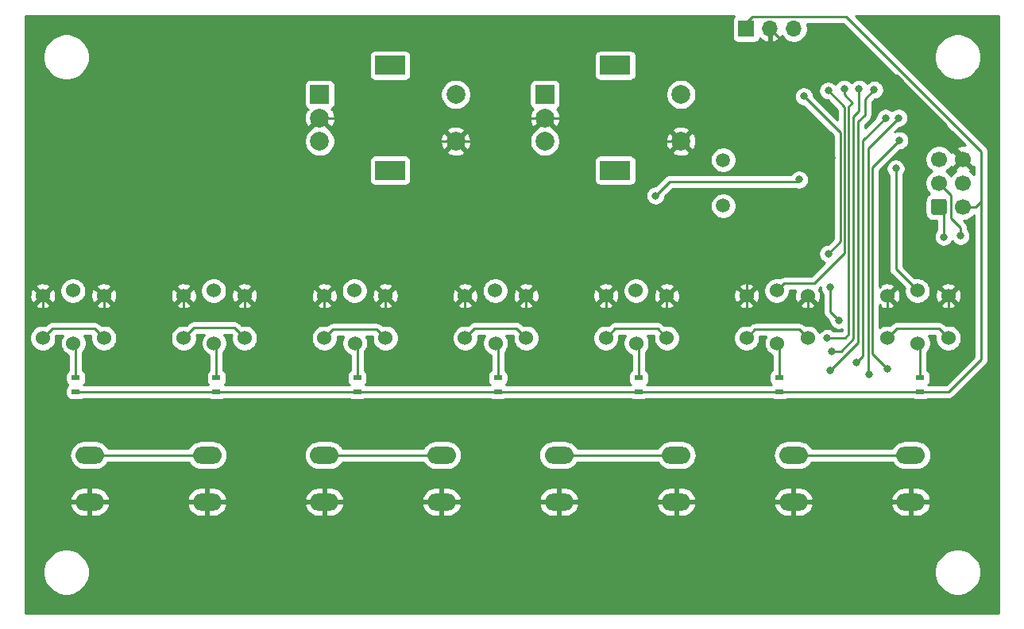
<source format=gbl>
G04 #@! TF.GenerationSoftware,KiCad,Pcbnew,(5.1.9)-1*
G04 #@! TF.CreationDate,2021-04-20T14:37:46+02:00*
G04 #@! TF.ProjectId,light-external-controller,6c696768-742d-4657-9874-65726e616c2d,rev?*
G04 #@! TF.SameCoordinates,Original*
G04 #@! TF.FileFunction,Copper,L2,Bot*
G04 #@! TF.FilePolarity,Positive*
%FSLAX46Y46*%
G04 Gerber Fmt 4.6, Leading zero omitted, Abs format (unit mm)*
G04 Created by KiCad (PCBNEW (5.1.9)-1) date 2021-04-20 14:37:46*
%MOMM*%
%LPD*%
G01*
G04 APERTURE LIST*
G04 #@! TA.AperFunction,ComponentPad*
%ADD10C,1.524000*%
G04 #@! TD*
G04 #@! TA.AperFunction,ComponentPad*
%ADD11C,1.500000*%
G04 #@! TD*
G04 #@! TA.AperFunction,ComponentPad*
%ADD12O,3.048000X1.850000*%
G04 #@! TD*
G04 #@! TA.AperFunction,ComponentPad*
%ADD13R,2.000000X2.000000*%
G04 #@! TD*
G04 #@! TA.AperFunction,ComponentPad*
%ADD14C,2.000000*%
G04 #@! TD*
G04 #@! TA.AperFunction,ComponentPad*
%ADD15R,3.200000X2.000000*%
G04 #@! TD*
G04 #@! TA.AperFunction,SMDPad,CuDef*
%ADD16R,0.900000X0.500000*%
G04 #@! TD*
G04 #@! TA.AperFunction,ComponentPad*
%ADD17O,1.700000X1.700000*%
G04 #@! TD*
G04 #@! TA.AperFunction,ComponentPad*
%ADD18R,1.700000X1.700000*%
G04 #@! TD*
G04 #@! TA.AperFunction,ComponentPad*
%ADD19C,1.700000*%
G04 #@! TD*
G04 #@! TA.AperFunction,ViaPad*
%ADD20C,0.800000*%
G04 #@! TD*
G04 #@! TA.AperFunction,Conductor*
%ADD21C,0.250000*%
G04 #@! TD*
G04 #@! TA.AperFunction,Conductor*
%ADD22C,0.254000*%
G04 #@! TD*
G04 #@! TA.AperFunction,Conductor*
%ADD23C,0.100000*%
G04 #@! TD*
G04 APERTURE END LIST*
D10*
X115700000Y-114950000D03*
X115750000Y-120550000D03*
X119000000Y-115500000D03*
X112500000Y-115500000D03*
X119000000Y-120000000D03*
X112500000Y-120000000D03*
D11*
X125000000Y-105880000D03*
X125000000Y-101000000D03*
D12*
X107500000Y-137500000D03*
X107500000Y-132500000D03*
X120000000Y-137500000D03*
X120000000Y-132500000D03*
X57500000Y-137500000D03*
X57500000Y-132500000D03*
X70000000Y-137500000D03*
X70000000Y-132500000D03*
X132500000Y-137500000D03*
X132500000Y-132500000D03*
X145000000Y-137500000D03*
X145000000Y-132500000D03*
X82500000Y-137500000D03*
X82500000Y-132500000D03*
X95000000Y-137500000D03*
X95000000Y-132500000D03*
D10*
X145700000Y-114950000D03*
X145750000Y-120550000D03*
X149000000Y-115500000D03*
X142500000Y-115500000D03*
X149000000Y-120000000D03*
X142500000Y-120000000D03*
X85700000Y-114950000D03*
X85750000Y-120550000D03*
X89000000Y-115500000D03*
X82500000Y-115500000D03*
X89000000Y-120000000D03*
X82500000Y-120000000D03*
X130700000Y-114950000D03*
X130750000Y-120550000D03*
X134000000Y-115500000D03*
X127500000Y-115500000D03*
X134000000Y-120000000D03*
X127500000Y-120000000D03*
X70700000Y-114950000D03*
X70750000Y-120550000D03*
X74000000Y-115500000D03*
X67500000Y-115500000D03*
X74000000Y-120000000D03*
X67500000Y-120000000D03*
X100700000Y-114950000D03*
X100750000Y-120550000D03*
X104000000Y-115500000D03*
X97500000Y-115500000D03*
X104000000Y-120000000D03*
X97500000Y-120000000D03*
X55700000Y-114950000D03*
X55750000Y-120550000D03*
X59000000Y-115500000D03*
X52500000Y-115500000D03*
X59000000Y-120000000D03*
X52500000Y-120000000D03*
D13*
X106000000Y-94000000D03*
D14*
X106000000Y-96500000D03*
X106000000Y-99000000D03*
D15*
X113500000Y-90900000D03*
X113500000Y-102100000D03*
D14*
X120500000Y-94000000D03*
X120500000Y-99000000D03*
D13*
X82000000Y-94000000D03*
D14*
X82000000Y-96500000D03*
X82000000Y-99000000D03*
D15*
X89500000Y-90900000D03*
X89500000Y-102100000D03*
D14*
X96500000Y-94000000D03*
X96500000Y-99000000D03*
D16*
X146000000Y-125750000D03*
X146000000Y-124250000D03*
X86000000Y-125750000D03*
X86000000Y-124250000D03*
X131000000Y-125750000D03*
X131000000Y-124250000D03*
X116000000Y-125750000D03*
X116000000Y-124250000D03*
X71000000Y-125750000D03*
X71000000Y-124250000D03*
X101000000Y-125750000D03*
X101000000Y-124250000D03*
X56000000Y-125750000D03*
X56000000Y-124250000D03*
D17*
X132540000Y-87000000D03*
X130000000Y-87000000D03*
D18*
X127460000Y-87000000D03*
D19*
X150540000Y-100920000D03*
X150540000Y-103460000D03*
X150540000Y-106000000D03*
X148000000Y-100920000D03*
X148000000Y-103460000D03*
G04 #@! TA.AperFunction,ComponentPad*
G36*
G01*
X147150000Y-106600000D02*
X147150000Y-105400000D01*
G75*
G02*
X147400000Y-105150000I250000J0D01*
G01*
X148600000Y-105150000D01*
G75*
G02*
X148850000Y-105400000I0J-250000D01*
G01*
X148850000Y-106600000D01*
G75*
G02*
X148600000Y-106850000I-250000J0D01*
G01*
X147400000Y-106850000D01*
G75*
G02*
X147150000Y-106600000I0J250000D01*
G01*
G37*
G04 #@! TD.AperFunction*
D20*
X133600000Y-94200000D03*
X143400000Y-101900000D03*
X136200000Y-93600000D03*
X143800000Y-98900000D03*
X138300000Y-92000000D03*
X136600000Y-100800000D03*
X134200000Y-102100000D03*
X143600000Y-87200000D03*
X139200000Y-88500000D03*
X146900000Y-97400000D03*
X117800000Y-104800000D03*
X133100000Y-103100000D03*
X150300000Y-109100000D03*
X148500000Y-109200000D03*
X142300000Y-96500000D03*
X141100000Y-93500000D03*
X139500000Y-93400000D03*
X143700000Y-96500000D03*
X136200000Y-111000000D03*
X136400000Y-114600000D03*
X137300000Y-118100000D03*
X121500000Y-106000000D03*
X133400000Y-98800000D03*
X126000000Y-98700000D03*
X117500000Y-102600000D03*
X120600000Y-101600000D03*
X129600000Y-105500000D03*
X142100000Y-109000000D03*
X147200000Y-111700000D03*
X151000000Y-111300000D03*
X149400000Y-98700000D03*
X145300000Y-100200000D03*
X152600000Y-97100000D03*
X116900000Y-87900000D03*
X130600000Y-94800000D03*
X125700000Y-90500000D03*
X143300000Y-94400000D03*
X145500000Y-97300000D03*
X78200000Y-128700000D03*
X78000000Y-124200000D03*
X102000000Y-129300000D03*
X126500000Y-130100000D03*
X105800000Y-121800000D03*
X95300000Y-122100000D03*
X89200000Y-123600000D03*
X110100000Y-120900000D03*
X139900000Y-127400000D03*
X143100000Y-127400000D03*
X151800000Y-125900000D03*
X151200000Y-117500000D03*
X153900000Y-116800000D03*
X106700000Y-113200000D03*
X123300000Y-113500000D03*
X114300000Y-107300000D03*
X97300000Y-107000000D03*
X91700000Y-112600000D03*
X79400000Y-107300000D03*
X78100000Y-112700000D03*
X63400000Y-111600000D03*
X65300000Y-106900000D03*
X54300000Y-109900000D03*
X85600000Y-95800000D03*
X102500000Y-94400000D03*
X109400000Y-96500000D03*
X123500000Y-95900000D03*
X116750000Y-96950000D03*
X124400000Y-87400000D03*
X136600000Y-121400000D03*
X137900000Y-93400000D03*
X136100000Y-120000000D03*
X136400000Y-123500000D03*
X139200000Y-122600000D03*
X142500000Y-123300000D03*
X140600000Y-123900000D03*
D21*
X150540000Y-100440000D02*
X150540000Y-100920000D01*
X149400000Y-99300000D02*
X150540000Y-100440000D01*
X135000000Y-92000000D02*
X130000000Y-87000000D01*
X138300000Y-92000000D02*
X135000000Y-92000000D01*
X148800000Y-99300000D02*
X148800000Y-97300000D01*
X148800000Y-99300000D02*
X149400000Y-99300000D01*
X143500000Y-92000000D02*
X138300000Y-92000000D01*
X148800000Y-97300000D02*
X143500000Y-92000000D01*
X135300000Y-102100000D02*
X134200000Y-102100000D01*
X136600000Y-100800000D02*
X135300000Y-102100000D01*
X52500000Y-115500000D02*
X52500000Y-116800000D01*
X52500000Y-116800000D02*
X53700000Y-118000000D01*
X146200000Y-99300000D02*
X148800000Y-99300000D01*
X134000000Y-117900000D02*
X133900000Y-118000000D01*
X134000000Y-115500000D02*
X134000000Y-117900000D01*
X142500000Y-115500000D02*
X142500000Y-118000000D01*
X149000000Y-117900000D02*
X148900000Y-118000000D01*
X149000000Y-115500000D02*
X149000000Y-117900000D01*
X142500000Y-118000000D02*
X148900000Y-118000000D01*
X127500000Y-117900000D02*
X127400000Y-118000000D01*
X127500000Y-115500000D02*
X127500000Y-117900000D01*
X127400000Y-118000000D02*
X133900000Y-118000000D01*
X119000000Y-117900000D02*
X119100000Y-118000000D01*
X119000000Y-115500000D02*
X119000000Y-117900000D01*
X119100000Y-118000000D02*
X127400000Y-118000000D01*
X112500000Y-117900000D02*
X112400000Y-118000000D01*
X112500000Y-115500000D02*
X112500000Y-117900000D01*
X112400000Y-118000000D02*
X119100000Y-118000000D01*
X104000000Y-115500000D02*
X104000000Y-118000000D01*
X104000000Y-118000000D02*
X112400000Y-118000000D01*
X97500000Y-115500000D02*
X97500000Y-118000000D01*
X97500000Y-118000000D02*
X104000000Y-118000000D01*
X89000000Y-117900000D02*
X89100000Y-118000000D01*
X89000000Y-115500000D02*
X89000000Y-117900000D01*
X89100000Y-118000000D02*
X97500000Y-118000000D01*
X82500000Y-117800000D02*
X82300000Y-118000000D01*
X82500000Y-115500000D02*
X82500000Y-117800000D01*
X82300000Y-118000000D02*
X89100000Y-118000000D01*
X59000000Y-115500000D02*
X59000000Y-118000000D01*
X53700000Y-118000000D02*
X59000000Y-118000000D01*
X67500000Y-117900000D02*
X67400000Y-118000000D01*
X67500000Y-115500000D02*
X67500000Y-117900000D01*
X59000000Y-118000000D02*
X67400000Y-118000000D01*
X74000000Y-117800000D02*
X73800000Y-118000000D01*
X74000000Y-115500000D02*
X74000000Y-117800000D01*
X73800000Y-118000000D02*
X82300000Y-118000000D01*
X67400000Y-118000000D02*
X73800000Y-118000000D01*
X57500000Y-137500000D02*
X70000000Y-137500000D01*
X70000000Y-137500000D02*
X82500000Y-137500000D01*
X82500000Y-137500000D02*
X95000000Y-137500000D01*
X95000000Y-137500000D02*
X107500000Y-137500000D01*
X107500000Y-137500000D02*
X120000000Y-137500000D01*
X120000000Y-137500000D02*
X132500000Y-137500000D01*
X132500000Y-137500000D02*
X145000000Y-137500000D01*
X145000000Y-137500000D02*
X147500000Y-137500000D01*
X147500000Y-137500000D02*
X153900000Y-131100000D01*
X153900000Y-131100000D02*
X153900000Y-116800000D01*
X143600000Y-90000000D02*
X143600000Y-87200000D01*
X153900000Y-100300000D02*
X143600000Y-90000000D01*
X138300000Y-89400000D02*
X138300000Y-92000000D01*
X139200000Y-88500000D02*
X138300000Y-89400000D01*
X82000000Y-96500000D02*
X92200000Y-96500000D01*
X94700000Y-99000000D02*
X96500000Y-99000000D01*
X92200000Y-96500000D02*
X94700000Y-99000000D01*
X96500000Y-99000000D02*
X99400000Y-99000000D01*
X101900000Y-96500000D02*
X106000000Y-96500000D01*
X99400000Y-99000000D02*
X101900000Y-96500000D01*
X106000000Y-96500000D02*
X109400000Y-96500000D01*
X118800000Y-99000000D02*
X120500000Y-99000000D01*
X116300000Y-96500000D02*
X116750000Y-96950000D01*
X146200000Y-98100000D02*
X146900000Y-97400000D01*
X146200000Y-99300000D02*
X146200000Y-98100000D01*
X146200000Y-107000000D02*
X146200000Y-99300000D01*
X147400000Y-108200000D02*
X146200000Y-107000000D01*
X147400000Y-111000000D02*
X147400000Y-108200000D01*
X151300000Y-117400000D02*
X151300000Y-114900000D01*
X150700000Y-118000000D02*
X151200000Y-117500000D01*
X151300000Y-114900000D02*
X147400000Y-111000000D01*
X148900000Y-118000000D02*
X150700000Y-118000000D01*
X150540000Y-106000000D02*
X151900000Y-106000000D01*
X151900000Y-106000000D02*
X152500000Y-105400000D01*
X152500000Y-105400000D02*
X152500000Y-100100000D01*
X152500000Y-100100000D02*
X138100000Y-85700000D01*
X138100000Y-85700000D02*
X128100000Y-85700000D01*
X127460000Y-86340000D02*
X127460000Y-87000000D01*
X128100000Y-85700000D02*
X127460000Y-86340000D01*
X56000000Y-125750000D02*
X71000000Y-125750000D01*
X71000000Y-125750000D02*
X86000000Y-125750000D01*
X86000000Y-125750000D02*
X101000000Y-125750000D01*
X101000000Y-125750000D02*
X116000000Y-125750000D01*
X116000000Y-125750000D02*
X131000000Y-125750000D01*
X131000000Y-125750000D02*
X146000000Y-125750000D01*
X146000000Y-125750000D02*
X149050000Y-125750000D01*
X152500000Y-122300000D02*
X152500000Y-105400000D01*
X149050000Y-125750000D02*
X152500000Y-122300000D01*
X56000000Y-120800000D02*
X55750000Y-120550000D01*
X56000000Y-124250000D02*
X56000000Y-120800000D01*
X101000000Y-120800000D02*
X100750000Y-120550000D01*
X101000000Y-124250000D02*
X101000000Y-120800000D01*
X71000000Y-120800000D02*
X70750000Y-120550000D01*
X71000000Y-124250000D02*
X71000000Y-120800000D01*
X116000000Y-120800000D02*
X115750000Y-120550000D01*
X116000000Y-124250000D02*
X116000000Y-120800000D01*
X131000000Y-120800000D02*
X130750000Y-120550000D01*
X131000000Y-124250000D02*
X131000000Y-120800000D01*
X86000000Y-120800000D02*
X85750000Y-120550000D01*
X86000000Y-124250000D02*
X86000000Y-120800000D01*
X146000000Y-120800000D02*
X145750000Y-120550000D01*
X146000000Y-124250000D02*
X146000000Y-120800000D01*
X117800000Y-104800000D02*
X119300000Y-103300000D01*
X132900000Y-103300000D02*
X133100000Y-103100000D01*
X119300000Y-103300000D02*
X132900000Y-103300000D01*
X52500000Y-120000000D02*
X53500000Y-119000000D01*
X58000000Y-119000000D02*
X59000000Y-120000000D01*
X53500000Y-119000000D02*
X58000000Y-119000000D01*
X97500000Y-120000000D02*
X98500000Y-119000000D01*
X103000000Y-119000000D02*
X104000000Y-120000000D01*
X98500000Y-119000000D02*
X103000000Y-119000000D01*
X67500000Y-120000000D02*
X68600000Y-118900000D01*
X72900000Y-118900000D02*
X74000000Y-120000000D01*
X68600000Y-118900000D02*
X72900000Y-118900000D01*
X112500000Y-120000000D02*
X113500000Y-119000000D01*
X118000000Y-119000000D02*
X119000000Y-120000000D01*
X113500000Y-119000000D02*
X118000000Y-119000000D01*
X127500000Y-120000000D02*
X128400000Y-119100000D01*
X133100000Y-119100000D02*
X134000000Y-120000000D01*
X128400000Y-119100000D02*
X133100000Y-119100000D01*
X150300000Y-109100000D02*
X150300000Y-108200000D01*
X150300000Y-108200000D02*
X149300000Y-107200000D01*
X149300000Y-104760000D02*
X148000000Y-103460000D01*
X149300000Y-107200000D02*
X149300000Y-104760000D01*
X148500000Y-106500000D02*
X148000000Y-106000000D01*
X148500000Y-109200000D02*
X148500000Y-106500000D01*
X136400000Y-117200000D02*
X137300000Y-118100000D01*
X136400000Y-114600000D02*
X136400000Y-117200000D01*
X127500000Y-112000000D02*
X127500000Y-115500000D01*
X121500000Y-106000000D02*
X127500000Y-112000000D01*
X151200000Y-117500000D02*
X151300000Y-117400000D01*
X153900000Y-116800000D02*
X153900000Y-100300000D01*
X109400000Y-96500000D02*
X116300000Y-96500000D01*
X116750000Y-96950000D02*
X118800000Y-99000000D01*
X139400000Y-93500000D02*
X139500000Y-93400000D01*
X137600000Y-121400000D02*
X136600000Y-121400000D01*
X138900000Y-120100000D02*
X137600000Y-121400000D01*
X138900000Y-96400000D02*
X138900000Y-120100000D01*
X139500000Y-95800000D02*
X138900000Y-96400000D01*
X139500000Y-93400000D02*
X139500000Y-95800000D01*
X88100000Y-119100000D02*
X89000000Y-120000000D01*
X83400000Y-119100000D02*
X88100000Y-119100000D01*
X82500000Y-120000000D02*
X83400000Y-119100000D01*
X142500000Y-120000000D02*
X143500000Y-119000000D01*
X148000000Y-119000000D02*
X149000000Y-120000000D01*
X143500000Y-119000000D02*
X148000000Y-119000000D01*
X137900000Y-120000000D02*
X137700000Y-120000000D01*
X137700000Y-120000000D02*
X136100000Y-120000000D01*
X137900000Y-94000000D02*
X137900000Y-93400000D01*
X138800000Y-94900000D02*
X137900000Y-94000000D01*
X137700000Y-120000000D02*
X138000000Y-120000000D01*
X138400000Y-95300000D02*
X138800000Y-94900000D01*
X138000000Y-120000000D02*
X138400000Y-119600000D01*
X138400000Y-119600000D02*
X138400000Y-95300000D01*
X136200000Y-93600000D02*
X137949989Y-95349989D01*
X134711999Y-114188001D02*
X131461999Y-114188001D01*
X137949989Y-110950011D02*
X134711999Y-114188001D01*
X137949989Y-95349989D02*
X137949989Y-110950011D01*
X131461999Y-114188001D02*
X130700000Y-114950000D01*
X140100000Y-94500000D02*
X141100000Y-93500000D01*
X140100000Y-96200000D02*
X140100000Y-94500000D01*
X139400000Y-96900000D02*
X140100000Y-96200000D01*
X139400000Y-120500000D02*
X139400000Y-96900000D01*
X136400000Y-123500000D02*
X139400000Y-120500000D01*
X143400000Y-112650000D02*
X145700000Y-114950000D01*
X143400000Y-101900000D02*
X143400000Y-112650000D01*
X95000000Y-132500000D02*
X82500000Y-132500000D01*
X139900000Y-121900000D02*
X139200000Y-122600000D01*
X139900000Y-98900000D02*
X139900000Y-121900000D01*
X142300000Y-96500000D02*
X139900000Y-98900000D01*
X145000000Y-132500000D02*
X132500000Y-132500000D01*
X140900000Y-101800000D02*
X140900000Y-108000000D01*
X143800000Y-98900000D02*
X140900000Y-101800000D01*
X140900000Y-121700000D02*
X142500000Y-123300000D01*
X140900000Y-108000000D02*
X140900000Y-121700000D01*
X57500000Y-132500000D02*
X70000000Y-132500000D01*
X70000000Y-132500000D02*
X70200000Y-132700000D01*
X137499978Y-98099978D02*
X137499978Y-109700022D01*
X137499978Y-109700022D02*
X136200000Y-111000000D01*
X133600000Y-94200000D02*
X137499978Y-98099978D01*
X120000000Y-132500000D02*
X107500000Y-132500000D01*
X140449989Y-99750011D02*
X140449989Y-108249989D01*
X143700000Y-96500000D02*
X140449989Y-99750011D01*
X140449989Y-123749989D02*
X140600000Y-123900000D01*
X140449989Y-108249989D02*
X140449989Y-123749989D01*
D22*
X126158815Y-85698815D02*
X126079463Y-85795506D01*
X126020498Y-85905820D01*
X125984188Y-86025518D01*
X125971928Y-86150000D01*
X125971928Y-87850000D01*
X125984188Y-87974482D01*
X126020498Y-88094180D01*
X126079463Y-88204494D01*
X126158815Y-88301185D01*
X126255506Y-88380537D01*
X126365820Y-88439502D01*
X126485518Y-88475812D01*
X126610000Y-88488072D01*
X128310000Y-88488072D01*
X128434482Y-88475812D01*
X128554180Y-88439502D01*
X128664494Y-88380537D01*
X128761185Y-88301185D01*
X128840537Y-88204494D01*
X128899502Y-88094180D01*
X128923966Y-88013534D01*
X128999731Y-88097588D01*
X129233080Y-88271641D01*
X129495901Y-88396825D01*
X129643110Y-88441476D01*
X129873000Y-88320155D01*
X129873000Y-87127000D01*
X129853000Y-87127000D01*
X129853000Y-86873000D01*
X129873000Y-86873000D01*
X129873000Y-86853000D01*
X130127000Y-86853000D01*
X130127000Y-86873000D01*
X130147000Y-86873000D01*
X130147000Y-87127000D01*
X130127000Y-87127000D01*
X130127000Y-88320155D01*
X130356890Y-88441476D01*
X130504099Y-88396825D01*
X130766920Y-88271641D01*
X131000269Y-88097588D01*
X131195178Y-87881355D01*
X131264805Y-87764466D01*
X131386525Y-87946632D01*
X131593368Y-88153475D01*
X131836589Y-88315990D01*
X132106842Y-88427932D01*
X132393740Y-88485000D01*
X132686260Y-88485000D01*
X132973158Y-88427932D01*
X133243411Y-88315990D01*
X133486632Y-88153475D01*
X133693475Y-87946632D01*
X133855990Y-87703411D01*
X133967932Y-87433158D01*
X134025000Y-87146260D01*
X134025000Y-86853740D01*
X133967932Y-86566842D01*
X133923677Y-86460000D01*
X137785199Y-86460000D01*
X150771992Y-99446794D01*
X150763589Y-99444661D01*
X150471469Y-99429389D01*
X150181981Y-99471401D01*
X149906253Y-99569081D01*
X149768843Y-99642528D01*
X149691208Y-99891603D01*
X150540000Y-100740395D01*
X150554143Y-100726253D01*
X150733748Y-100905858D01*
X150719605Y-100920000D01*
X151568397Y-101768792D01*
X151740001Y-101715304D01*
X151740001Y-102582998D01*
X151693475Y-102513368D01*
X151486632Y-102306525D01*
X151313271Y-102190689D01*
X151388792Y-101948397D01*
X150540000Y-101099605D01*
X149691208Y-101948397D01*
X149766729Y-102190689D01*
X149593368Y-102306525D01*
X149386525Y-102513368D01*
X149270000Y-102687760D01*
X149153475Y-102513368D01*
X148946632Y-102306525D01*
X148772240Y-102190000D01*
X148946632Y-102073475D01*
X149153475Y-101866632D01*
X149269311Y-101693271D01*
X149511603Y-101768792D01*
X150360395Y-100920000D01*
X149511603Y-100071208D01*
X149269311Y-100146729D01*
X149153475Y-99973368D01*
X148946632Y-99766525D01*
X148703411Y-99604010D01*
X148433158Y-99492068D01*
X148146260Y-99435000D01*
X147853740Y-99435000D01*
X147566842Y-99492068D01*
X147296589Y-99604010D01*
X147053368Y-99766525D01*
X146846525Y-99973368D01*
X146684010Y-100216589D01*
X146572068Y-100486842D01*
X146515000Y-100773740D01*
X146515000Y-101066260D01*
X146572068Y-101353158D01*
X146684010Y-101623411D01*
X146846525Y-101866632D01*
X147053368Y-102073475D01*
X147227760Y-102190000D01*
X147053368Y-102306525D01*
X146846525Y-102513368D01*
X146684010Y-102756589D01*
X146572068Y-103026842D01*
X146515000Y-103313740D01*
X146515000Y-103606260D01*
X146572068Y-103893158D01*
X146684010Y-104163411D01*
X146846525Y-104406632D01*
X147033608Y-104593715D01*
X146906614Y-104661595D01*
X146772038Y-104772038D01*
X146661595Y-104906614D01*
X146579528Y-105060150D01*
X146528992Y-105226746D01*
X146511928Y-105400000D01*
X146511928Y-106600000D01*
X146528992Y-106773254D01*
X146579528Y-106939850D01*
X146661595Y-107093386D01*
X146772038Y-107227962D01*
X146906614Y-107338405D01*
X147060150Y-107420472D01*
X147226746Y-107471008D01*
X147400000Y-107488072D01*
X147740001Y-107488072D01*
X147740000Y-108496289D01*
X147696063Y-108540226D01*
X147582795Y-108709744D01*
X147504774Y-108898102D01*
X147465000Y-109098061D01*
X147465000Y-109301939D01*
X147504774Y-109501898D01*
X147582795Y-109690256D01*
X147696063Y-109859774D01*
X147840226Y-110003937D01*
X148009744Y-110117205D01*
X148198102Y-110195226D01*
X148398061Y-110235000D01*
X148601939Y-110235000D01*
X148801898Y-110195226D01*
X148990256Y-110117205D01*
X149159774Y-110003937D01*
X149303937Y-109859774D01*
X149417205Y-109690256D01*
X149429607Y-109660315D01*
X149496063Y-109759774D01*
X149640226Y-109903937D01*
X149809744Y-110017205D01*
X149998102Y-110095226D01*
X150198061Y-110135000D01*
X150401939Y-110135000D01*
X150601898Y-110095226D01*
X150790256Y-110017205D01*
X150959774Y-109903937D01*
X151103937Y-109759774D01*
X151217205Y-109590256D01*
X151295226Y-109401898D01*
X151335000Y-109201939D01*
X151335000Y-108998061D01*
X151295226Y-108798102D01*
X151217205Y-108609744D01*
X151103937Y-108440226D01*
X151060000Y-108396289D01*
X151060000Y-108237333D01*
X151063677Y-108200000D01*
X151049003Y-108051014D01*
X151005546Y-107907753D01*
X150934974Y-107775724D01*
X150863799Y-107688997D01*
X150840001Y-107659999D01*
X150811003Y-107636201D01*
X150659802Y-107485000D01*
X150686260Y-107485000D01*
X150973158Y-107427932D01*
X151243411Y-107315990D01*
X151486632Y-107153475D01*
X151693475Y-106946632D01*
X151740001Y-106877001D01*
X151740000Y-121985198D01*
X148735199Y-124990000D01*
X146853889Y-124990000D01*
X146901185Y-124951185D01*
X146980537Y-124854494D01*
X147039502Y-124744180D01*
X147075812Y-124624482D01*
X147088072Y-124500000D01*
X147088072Y-124000000D01*
X147075812Y-123875518D01*
X147039502Y-123755820D01*
X146980537Y-123645506D01*
X146901185Y-123548815D01*
X146804494Y-123469463D01*
X146760000Y-123445680D01*
X146760000Y-121515655D01*
X146835120Y-121440535D01*
X146988005Y-121211727D01*
X147093314Y-120957490D01*
X147147000Y-120687592D01*
X147147000Y-120412408D01*
X147093314Y-120142510D01*
X146988005Y-119888273D01*
X146902296Y-119760000D01*
X147623370Y-119760000D01*
X147603000Y-119862408D01*
X147603000Y-120137592D01*
X147656686Y-120407490D01*
X147761995Y-120661727D01*
X147914880Y-120890535D01*
X148109465Y-121085120D01*
X148338273Y-121238005D01*
X148592510Y-121343314D01*
X148862408Y-121397000D01*
X149137592Y-121397000D01*
X149407490Y-121343314D01*
X149661727Y-121238005D01*
X149890535Y-121085120D01*
X150085120Y-120890535D01*
X150238005Y-120661727D01*
X150343314Y-120407490D01*
X150397000Y-120137592D01*
X150397000Y-119862408D01*
X150343314Y-119592510D01*
X150238005Y-119338273D01*
X150085120Y-119109465D01*
X149890535Y-118914880D01*
X149661727Y-118761995D01*
X149407490Y-118656686D01*
X149137592Y-118603000D01*
X148862408Y-118603000D01*
X148708429Y-118633628D01*
X148563804Y-118489002D01*
X148540001Y-118459999D01*
X148424276Y-118365026D01*
X148292247Y-118294454D01*
X148148986Y-118250997D01*
X148037333Y-118240000D01*
X148037322Y-118240000D01*
X148000000Y-118236324D01*
X147962678Y-118240000D01*
X143537333Y-118240000D01*
X143500000Y-118236323D01*
X143462667Y-118240000D01*
X143351014Y-118250997D01*
X143207753Y-118294454D01*
X143075724Y-118365026D01*
X142959999Y-118459999D01*
X142936201Y-118488997D01*
X142791570Y-118633628D01*
X142637592Y-118603000D01*
X142362408Y-118603000D01*
X142092510Y-118656686D01*
X141838273Y-118761995D01*
X141660000Y-118881114D01*
X141660000Y-116519608D01*
X141714041Y-116465567D01*
X141781020Y-116705656D01*
X142030048Y-116822756D01*
X142297135Y-116889023D01*
X142572017Y-116901910D01*
X142844133Y-116860922D01*
X143103023Y-116767636D01*
X143218980Y-116705656D01*
X143285960Y-116465565D01*
X148214040Y-116465565D01*
X148281020Y-116705656D01*
X148530048Y-116822756D01*
X148797135Y-116889023D01*
X149072017Y-116901910D01*
X149344133Y-116860922D01*
X149603023Y-116767636D01*
X149718980Y-116705656D01*
X149785960Y-116465565D01*
X149000000Y-115679605D01*
X148214040Y-116465565D01*
X143285960Y-116465565D01*
X142500000Y-115679605D01*
X142485858Y-115693748D01*
X142306253Y-115514143D01*
X142320395Y-115500000D01*
X142679605Y-115500000D01*
X143465565Y-116285960D01*
X143705656Y-116218980D01*
X143822756Y-115969952D01*
X143889023Y-115702865D01*
X143901910Y-115427983D01*
X143860922Y-115155867D01*
X143767636Y-114896977D01*
X143705656Y-114781020D01*
X143465565Y-114714040D01*
X142679605Y-115500000D01*
X142320395Y-115500000D01*
X142306253Y-115485858D01*
X142485858Y-115306253D01*
X142500000Y-115320395D01*
X143285960Y-114534435D01*
X143218980Y-114294344D01*
X142969952Y-114177244D01*
X142702865Y-114110977D01*
X142427983Y-114098090D01*
X142155867Y-114139078D01*
X141896977Y-114232364D01*
X141781020Y-114294344D01*
X141714041Y-114534433D01*
X141660000Y-114480392D01*
X141660000Y-102114801D01*
X141976740Y-101798061D01*
X142365000Y-101798061D01*
X142365000Y-102001939D01*
X142404774Y-102201898D01*
X142482795Y-102390256D01*
X142596063Y-102559774D01*
X142640000Y-102603711D01*
X142640001Y-112612668D01*
X142636324Y-112650000D01*
X142650998Y-112798985D01*
X142694454Y-112942246D01*
X142765026Y-113074276D01*
X142836201Y-113161002D01*
X142860000Y-113190001D01*
X142888998Y-113213799D01*
X144333628Y-114658430D01*
X144303000Y-114812408D01*
X144303000Y-115087592D01*
X144356686Y-115357490D01*
X144461995Y-115611727D01*
X144614880Y-115840535D01*
X144809465Y-116035120D01*
X145038273Y-116188005D01*
X145292510Y-116293314D01*
X145562408Y-116347000D01*
X145837592Y-116347000D01*
X146107490Y-116293314D01*
X146361727Y-116188005D01*
X146590535Y-116035120D01*
X146785120Y-115840535D01*
X146938005Y-115611727D01*
X146954453Y-115572017D01*
X147598090Y-115572017D01*
X147639078Y-115844133D01*
X147732364Y-116103023D01*
X147794344Y-116218980D01*
X148034435Y-116285960D01*
X148820395Y-115500000D01*
X149179605Y-115500000D01*
X149965565Y-116285960D01*
X150205656Y-116218980D01*
X150322756Y-115969952D01*
X150389023Y-115702865D01*
X150401910Y-115427983D01*
X150360922Y-115155867D01*
X150267636Y-114896977D01*
X150205656Y-114781020D01*
X149965565Y-114714040D01*
X149179605Y-115500000D01*
X148820395Y-115500000D01*
X148034435Y-114714040D01*
X147794344Y-114781020D01*
X147677244Y-115030048D01*
X147610977Y-115297135D01*
X147598090Y-115572017D01*
X146954453Y-115572017D01*
X147043314Y-115357490D01*
X147097000Y-115087592D01*
X147097000Y-114812408D01*
X147043314Y-114542510D01*
X147039970Y-114534435D01*
X148214040Y-114534435D01*
X149000000Y-115320395D01*
X149785960Y-114534435D01*
X149718980Y-114294344D01*
X149469952Y-114177244D01*
X149202865Y-114110977D01*
X148927983Y-114098090D01*
X148655867Y-114139078D01*
X148396977Y-114232364D01*
X148281020Y-114294344D01*
X148214040Y-114534435D01*
X147039970Y-114534435D01*
X146938005Y-114288273D01*
X146785120Y-114059465D01*
X146590535Y-113864880D01*
X146361727Y-113711995D01*
X146107490Y-113606686D01*
X145837592Y-113553000D01*
X145562408Y-113553000D01*
X145408430Y-113583628D01*
X144160000Y-112335199D01*
X144160000Y-102603711D01*
X144203937Y-102559774D01*
X144317205Y-102390256D01*
X144395226Y-102201898D01*
X144435000Y-102001939D01*
X144435000Y-101798061D01*
X144395226Y-101598102D01*
X144317205Y-101409744D01*
X144203937Y-101240226D01*
X144059774Y-101096063D01*
X143890256Y-100982795D01*
X143701898Y-100904774D01*
X143501939Y-100865000D01*
X143298061Y-100865000D01*
X143098102Y-100904774D01*
X142909744Y-100982795D01*
X142740226Y-101096063D01*
X142596063Y-101240226D01*
X142482795Y-101409744D01*
X142404774Y-101598102D01*
X142365000Y-101798061D01*
X141976740Y-101798061D01*
X143839802Y-99935000D01*
X143901939Y-99935000D01*
X144101898Y-99895226D01*
X144290256Y-99817205D01*
X144459774Y-99703937D01*
X144603937Y-99559774D01*
X144717205Y-99390256D01*
X144795226Y-99201898D01*
X144835000Y-99001939D01*
X144835000Y-98798061D01*
X144795226Y-98598102D01*
X144717205Y-98409744D01*
X144603937Y-98240226D01*
X144459774Y-98096063D01*
X144290256Y-97982795D01*
X144101898Y-97904774D01*
X143901939Y-97865000D01*
X143698061Y-97865000D01*
X143498102Y-97904774D01*
X143309744Y-97982795D01*
X143256290Y-98018512D01*
X143739802Y-97535000D01*
X143801939Y-97535000D01*
X144001898Y-97495226D01*
X144190256Y-97417205D01*
X144359774Y-97303937D01*
X144503937Y-97159774D01*
X144617205Y-96990256D01*
X144695226Y-96801898D01*
X144735000Y-96601939D01*
X144735000Y-96398061D01*
X144695226Y-96198102D01*
X144617205Y-96009744D01*
X144503937Y-95840226D01*
X144359774Y-95696063D01*
X144190256Y-95582795D01*
X144001898Y-95504774D01*
X143801939Y-95465000D01*
X143598061Y-95465000D01*
X143398102Y-95504774D01*
X143209744Y-95582795D01*
X143040226Y-95696063D01*
X143000000Y-95736289D01*
X142959774Y-95696063D01*
X142790256Y-95582795D01*
X142601898Y-95504774D01*
X142401939Y-95465000D01*
X142198061Y-95465000D01*
X141998102Y-95504774D01*
X141809744Y-95582795D01*
X141640226Y-95696063D01*
X141496063Y-95840226D01*
X141382795Y-96009744D01*
X141304774Y-96198102D01*
X141265000Y-96398061D01*
X141265000Y-96460198D01*
X140160000Y-97565199D01*
X140160000Y-97214802D01*
X140611009Y-96763794D01*
X140640001Y-96740001D01*
X140663795Y-96711008D01*
X140663799Y-96711004D01*
X140734973Y-96624277D01*
X140734974Y-96624276D01*
X140805546Y-96492247D01*
X140849003Y-96348986D01*
X140860000Y-96237333D01*
X140860000Y-96237324D01*
X140863676Y-96200001D01*
X140860000Y-96162678D01*
X140860000Y-94814801D01*
X141139802Y-94535000D01*
X141201939Y-94535000D01*
X141401898Y-94495226D01*
X141590256Y-94417205D01*
X141759774Y-94303937D01*
X141903937Y-94159774D01*
X142017205Y-93990256D01*
X142095226Y-93801898D01*
X142135000Y-93601939D01*
X142135000Y-93398061D01*
X142095226Y-93198102D01*
X142017205Y-93009744D01*
X141903937Y-92840226D01*
X141759774Y-92696063D01*
X141590256Y-92582795D01*
X141401898Y-92504774D01*
X141201939Y-92465000D01*
X140998061Y-92465000D01*
X140798102Y-92504774D01*
X140609744Y-92582795D01*
X140440226Y-92696063D01*
X140340837Y-92795452D01*
X140303937Y-92740226D01*
X140159774Y-92596063D01*
X139990256Y-92482795D01*
X139801898Y-92404774D01*
X139601939Y-92365000D01*
X139398061Y-92365000D01*
X139198102Y-92404774D01*
X139009744Y-92482795D01*
X138840226Y-92596063D01*
X138700000Y-92736289D01*
X138559774Y-92596063D01*
X138390256Y-92482795D01*
X138201898Y-92404774D01*
X138001939Y-92365000D01*
X137798061Y-92365000D01*
X137598102Y-92404774D01*
X137409744Y-92482795D01*
X137240226Y-92596063D01*
X137096063Y-92740226D01*
X136982795Y-92909744D01*
X136980059Y-92916348D01*
X136859774Y-92796063D01*
X136690256Y-92682795D01*
X136501898Y-92604774D01*
X136301939Y-92565000D01*
X136098061Y-92565000D01*
X135898102Y-92604774D01*
X135709744Y-92682795D01*
X135540226Y-92796063D01*
X135396063Y-92940226D01*
X135282795Y-93109744D01*
X135204774Y-93298102D01*
X135165000Y-93498061D01*
X135165000Y-93701939D01*
X135204774Y-93901898D01*
X135282795Y-94090256D01*
X135396063Y-94259774D01*
X135540226Y-94403937D01*
X135709744Y-94517205D01*
X135898102Y-94595226D01*
X136098061Y-94635000D01*
X136160199Y-94635000D01*
X137189989Y-95664791D01*
X137189989Y-96715187D01*
X134635000Y-94160199D01*
X134635000Y-94098061D01*
X134595226Y-93898102D01*
X134517205Y-93709744D01*
X134403937Y-93540226D01*
X134259774Y-93396063D01*
X134090256Y-93282795D01*
X133901898Y-93204774D01*
X133701939Y-93165000D01*
X133498061Y-93165000D01*
X133298102Y-93204774D01*
X133109744Y-93282795D01*
X132940226Y-93396063D01*
X132796063Y-93540226D01*
X132682795Y-93709744D01*
X132604774Y-93898102D01*
X132565000Y-94098061D01*
X132565000Y-94301939D01*
X132604774Y-94501898D01*
X132682795Y-94690256D01*
X132796063Y-94859774D01*
X132940226Y-95003937D01*
X133109744Y-95117205D01*
X133298102Y-95195226D01*
X133498061Y-95235000D01*
X133560199Y-95235000D01*
X136739978Y-98414780D01*
X136739979Y-109385219D01*
X136160199Y-109965000D01*
X136098061Y-109965000D01*
X135898102Y-110004774D01*
X135709744Y-110082795D01*
X135540226Y-110196063D01*
X135396063Y-110340226D01*
X135282795Y-110509744D01*
X135204774Y-110698102D01*
X135165000Y-110898061D01*
X135165000Y-111101939D01*
X135204774Y-111301898D01*
X135282795Y-111490256D01*
X135396063Y-111659774D01*
X135540226Y-111803937D01*
X135709744Y-111917205D01*
X135849927Y-111975271D01*
X134397198Y-113428001D01*
X131499321Y-113428001D01*
X131461998Y-113424325D01*
X131424675Y-113428001D01*
X131424666Y-113428001D01*
X131313013Y-113438998D01*
X131169752Y-113482455D01*
X131037723Y-113553027D01*
X130998706Y-113585048D01*
X130837592Y-113553000D01*
X130562408Y-113553000D01*
X130292510Y-113606686D01*
X130038273Y-113711995D01*
X129809465Y-113864880D01*
X129614880Y-114059465D01*
X129461995Y-114288273D01*
X129356686Y-114542510D01*
X129303000Y-114812408D01*
X129303000Y-115087592D01*
X129356686Y-115357490D01*
X129461995Y-115611727D01*
X129614880Y-115840535D01*
X129809465Y-116035120D01*
X130038273Y-116188005D01*
X130292510Y-116293314D01*
X130562408Y-116347000D01*
X130837592Y-116347000D01*
X131107490Y-116293314D01*
X131361727Y-116188005D01*
X131590535Y-116035120D01*
X131785120Y-115840535D01*
X131938005Y-115611727D01*
X132043314Y-115357490D01*
X132097000Y-115087592D01*
X132097000Y-114948001D01*
X132715825Y-114948001D01*
X132677244Y-115030048D01*
X132610977Y-115297135D01*
X132598090Y-115572017D01*
X132639078Y-115844133D01*
X132732364Y-116103023D01*
X132794344Y-116218980D01*
X133034435Y-116285960D01*
X133820395Y-115500000D01*
X133806253Y-115485858D01*
X133985858Y-115306253D01*
X134000000Y-115320395D01*
X134014143Y-115306253D01*
X134193748Y-115485858D01*
X134179605Y-115500000D01*
X134965565Y-116285960D01*
X135205656Y-116218980D01*
X135322756Y-115969952D01*
X135389023Y-115702865D01*
X135401910Y-115427983D01*
X135360922Y-115155867D01*
X135267636Y-114896977D01*
X135205656Y-114781020D01*
X135192029Y-114777219D01*
X135252000Y-114728002D01*
X135275803Y-114698998D01*
X135365000Y-114609801D01*
X135365000Y-114701939D01*
X135404774Y-114901898D01*
X135482795Y-115090256D01*
X135596063Y-115259774D01*
X135640000Y-115303711D01*
X135640001Y-117162668D01*
X135636324Y-117200000D01*
X135640001Y-117237333D01*
X135645786Y-117296063D01*
X135650998Y-117348985D01*
X135694454Y-117492246D01*
X135765026Y-117624276D01*
X135807248Y-117675723D01*
X135860000Y-117740001D01*
X135888998Y-117763799D01*
X136265000Y-118139801D01*
X136265000Y-118201939D01*
X136304774Y-118401898D01*
X136382795Y-118590256D01*
X136496063Y-118759774D01*
X136640226Y-118903937D01*
X136809744Y-119017205D01*
X136998102Y-119095226D01*
X137198061Y-119135000D01*
X137401939Y-119135000D01*
X137601898Y-119095226D01*
X137640000Y-119079444D01*
X137640000Y-119240000D01*
X136803711Y-119240000D01*
X136759774Y-119196063D01*
X136590256Y-119082795D01*
X136401898Y-119004774D01*
X136201939Y-118965000D01*
X135998061Y-118965000D01*
X135798102Y-119004774D01*
X135609744Y-119082795D01*
X135440226Y-119196063D01*
X135296063Y-119340226D01*
X135260722Y-119393117D01*
X135238005Y-119338273D01*
X135085120Y-119109465D01*
X134890535Y-118914880D01*
X134661727Y-118761995D01*
X134407490Y-118656686D01*
X134137592Y-118603000D01*
X133862408Y-118603000D01*
X133708429Y-118633628D01*
X133663803Y-118589002D01*
X133640001Y-118559999D01*
X133524276Y-118465026D01*
X133392247Y-118394454D01*
X133248986Y-118350997D01*
X133137333Y-118340000D01*
X133137322Y-118340000D01*
X133100000Y-118336324D01*
X133062678Y-118340000D01*
X128437322Y-118340000D01*
X128399999Y-118336324D01*
X128362676Y-118340000D01*
X128362667Y-118340000D01*
X128251014Y-118350997D01*
X128107753Y-118394454D01*
X127975724Y-118465026D01*
X127859999Y-118559999D01*
X127836201Y-118588997D01*
X127791570Y-118633628D01*
X127637592Y-118603000D01*
X127362408Y-118603000D01*
X127092510Y-118656686D01*
X126838273Y-118761995D01*
X126609465Y-118914880D01*
X126414880Y-119109465D01*
X126261995Y-119338273D01*
X126156686Y-119592510D01*
X126103000Y-119862408D01*
X126103000Y-120137592D01*
X126156686Y-120407490D01*
X126261995Y-120661727D01*
X126414880Y-120890535D01*
X126609465Y-121085120D01*
X126838273Y-121238005D01*
X127092510Y-121343314D01*
X127362408Y-121397000D01*
X127637592Y-121397000D01*
X127907490Y-121343314D01*
X128161727Y-121238005D01*
X128390535Y-121085120D01*
X128585120Y-120890535D01*
X128738005Y-120661727D01*
X128843314Y-120407490D01*
X128897000Y-120137592D01*
X128897000Y-119862408D01*
X128896521Y-119860000D01*
X129530886Y-119860000D01*
X129511995Y-119888273D01*
X129406686Y-120142510D01*
X129353000Y-120412408D01*
X129353000Y-120687592D01*
X129406686Y-120957490D01*
X129511995Y-121211727D01*
X129664880Y-121440535D01*
X129859465Y-121635120D01*
X130088273Y-121788005D01*
X130240001Y-121850853D01*
X130240000Y-123445680D01*
X130195506Y-123469463D01*
X130098815Y-123548815D01*
X130019463Y-123645506D01*
X129960498Y-123755820D01*
X129924188Y-123875518D01*
X129911928Y-124000000D01*
X129911928Y-124500000D01*
X129924188Y-124624482D01*
X129960498Y-124744180D01*
X130019463Y-124854494D01*
X130098815Y-124951185D01*
X130146111Y-124990000D01*
X116853889Y-124990000D01*
X116901185Y-124951185D01*
X116980537Y-124854494D01*
X117039502Y-124744180D01*
X117075812Y-124624482D01*
X117088072Y-124500000D01*
X117088072Y-124000000D01*
X117075812Y-123875518D01*
X117039502Y-123755820D01*
X116980537Y-123645506D01*
X116901185Y-123548815D01*
X116804494Y-123469463D01*
X116760000Y-123445680D01*
X116760000Y-121515655D01*
X116835120Y-121440535D01*
X116988005Y-121211727D01*
X117093314Y-120957490D01*
X117147000Y-120687592D01*
X117147000Y-120412408D01*
X117093314Y-120142510D01*
X116988005Y-119888273D01*
X116902296Y-119760000D01*
X117623370Y-119760000D01*
X117603000Y-119862408D01*
X117603000Y-120137592D01*
X117656686Y-120407490D01*
X117761995Y-120661727D01*
X117914880Y-120890535D01*
X118109465Y-121085120D01*
X118338273Y-121238005D01*
X118592510Y-121343314D01*
X118862408Y-121397000D01*
X119137592Y-121397000D01*
X119407490Y-121343314D01*
X119661727Y-121238005D01*
X119890535Y-121085120D01*
X120085120Y-120890535D01*
X120238005Y-120661727D01*
X120343314Y-120407490D01*
X120397000Y-120137592D01*
X120397000Y-119862408D01*
X120343314Y-119592510D01*
X120238005Y-119338273D01*
X120085120Y-119109465D01*
X119890535Y-118914880D01*
X119661727Y-118761995D01*
X119407490Y-118656686D01*
X119137592Y-118603000D01*
X118862408Y-118603000D01*
X118708429Y-118633628D01*
X118563804Y-118489002D01*
X118540001Y-118459999D01*
X118424276Y-118365026D01*
X118292247Y-118294454D01*
X118148986Y-118250997D01*
X118037333Y-118240000D01*
X118037322Y-118240000D01*
X118000000Y-118236324D01*
X117962678Y-118240000D01*
X113537333Y-118240000D01*
X113500000Y-118236323D01*
X113462667Y-118240000D01*
X113351014Y-118250997D01*
X113207753Y-118294454D01*
X113075724Y-118365026D01*
X112959999Y-118459999D01*
X112936201Y-118488997D01*
X112791570Y-118633628D01*
X112637592Y-118603000D01*
X112362408Y-118603000D01*
X112092510Y-118656686D01*
X111838273Y-118761995D01*
X111609465Y-118914880D01*
X111414880Y-119109465D01*
X111261995Y-119338273D01*
X111156686Y-119592510D01*
X111103000Y-119862408D01*
X111103000Y-120137592D01*
X111156686Y-120407490D01*
X111261995Y-120661727D01*
X111414880Y-120890535D01*
X111609465Y-121085120D01*
X111838273Y-121238005D01*
X112092510Y-121343314D01*
X112362408Y-121397000D01*
X112637592Y-121397000D01*
X112907490Y-121343314D01*
X113161727Y-121238005D01*
X113390535Y-121085120D01*
X113585120Y-120890535D01*
X113738005Y-120661727D01*
X113843314Y-120407490D01*
X113897000Y-120137592D01*
X113897000Y-119862408D01*
X113876630Y-119760000D01*
X114597704Y-119760000D01*
X114511995Y-119888273D01*
X114406686Y-120142510D01*
X114353000Y-120412408D01*
X114353000Y-120687592D01*
X114406686Y-120957490D01*
X114511995Y-121211727D01*
X114664880Y-121440535D01*
X114859465Y-121635120D01*
X115088273Y-121788005D01*
X115240001Y-121850853D01*
X115240000Y-123445680D01*
X115195506Y-123469463D01*
X115098815Y-123548815D01*
X115019463Y-123645506D01*
X114960498Y-123755820D01*
X114924188Y-123875518D01*
X114911928Y-124000000D01*
X114911928Y-124500000D01*
X114924188Y-124624482D01*
X114960498Y-124744180D01*
X115019463Y-124854494D01*
X115098815Y-124951185D01*
X115146111Y-124990000D01*
X101853889Y-124990000D01*
X101901185Y-124951185D01*
X101980537Y-124854494D01*
X102039502Y-124744180D01*
X102075812Y-124624482D01*
X102088072Y-124500000D01*
X102088072Y-124000000D01*
X102075812Y-123875518D01*
X102039502Y-123755820D01*
X101980537Y-123645506D01*
X101901185Y-123548815D01*
X101804494Y-123469463D01*
X101760000Y-123445680D01*
X101760000Y-121515655D01*
X101835120Y-121440535D01*
X101988005Y-121211727D01*
X102093314Y-120957490D01*
X102147000Y-120687592D01*
X102147000Y-120412408D01*
X102093314Y-120142510D01*
X101988005Y-119888273D01*
X101902296Y-119760000D01*
X102623370Y-119760000D01*
X102603000Y-119862408D01*
X102603000Y-120137592D01*
X102656686Y-120407490D01*
X102761995Y-120661727D01*
X102914880Y-120890535D01*
X103109465Y-121085120D01*
X103338273Y-121238005D01*
X103592510Y-121343314D01*
X103862408Y-121397000D01*
X104137592Y-121397000D01*
X104407490Y-121343314D01*
X104661727Y-121238005D01*
X104890535Y-121085120D01*
X105085120Y-120890535D01*
X105238005Y-120661727D01*
X105343314Y-120407490D01*
X105397000Y-120137592D01*
X105397000Y-119862408D01*
X105343314Y-119592510D01*
X105238005Y-119338273D01*
X105085120Y-119109465D01*
X104890535Y-118914880D01*
X104661727Y-118761995D01*
X104407490Y-118656686D01*
X104137592Y-118603000D01*
X103862408Y-118603000D01*
X103708429Y-118633628D01*
X103563804Y-118489002D01*
X103540001Y-118459999D01*
X103424276Y-118365026D01*
X103292247Y-118294454D01*
X103148986Y-118250997D01*
X103037333Y-118240000D01*
X103037322Y-118240000D01*
X103000000Y-118236324D01*
X102962678Y-118240000D01*
X98537333Y-118240000D01*
X98500000Y-118236323D01*
X98462667Y-118240000D01*
X98351014Y-118250997D01*
X98207753Y-118294454D01*
X98075724Y-118365026D01*
X97959999Y-118459999D01*
X97936201Y-118488997D01*
X97791570Y-118633628D01*
X97637592Y-118603000D01*
X97362408Y-118603000D01*
X97092510Y-118656686D01*
X96838273Y-118761995D01*
X96609465Y-118914880D01*
X96414880Y-119109465D01*
X96261995Y-119338273D01*
X96156686Y-119592510D01*
X96103000Y-119862408D01*
X96103000Y-120137592D01*
X96156686Y-120407490D01*
X96261995Y-120661727D01*
X96414880Y-120890535D01*
X96609465Y-121085120D01*
X96838273Y-121238005D01*
X97092510Y-121343314D01*
X97362408Y-121397000D01*
X97637592Y-121397000D01*
X97907490Y-121343314D01*
X98161727Y-121238005D01*
X98390535Y-121085120D01*
X98585120Y-120890535D01*
X98738005Y-120661727D01*
X98843314Y-120407490D01*
X98897000Y-120137592D01*
X98897000Y-119862408D01*
X98876630Y-119760000D01*
X99597704Y-119760000D01*
X99511995Y-119888273D01*
X99406686Y-120142510D01*
X99353000Y-120412408D01*
X99353000Y-120687592D01*
X99406686Y-120957490D01*
X99511995Y-121211727D01*
X99664880Y-121440535D01*
X99859465Y-121635120D01*
X100088273Y-121788005D01*
X100240001Y-121850853D01*
X100240000Y-123445680D01*
X100195506Y-123469463D01*
X100098815Y-123548815D01*
X100019463Y-123645506D01*
X99960498Y-123755820D01*
X99924188Y-123875518D01*
X99911928Y-124000000D01*
X99911928Y-124500000D01*
X99924188Y-124624482D01*
X99960498Y-124744180D01*
X100019463Y-124854494D01*
X100098815Y-124951185D01*
X100146111Y-124990000D01*
X86853889Y-124990000D01*
X86901185Y-124951185D01*
X86980537Y-124854494D01*
X87039502Y-124744180D01*
X87075812Y-124624482D01*
X87088072Y-124500000D01*
X87088072Y-124000000D01*
X87075812Y-123875518D01*
X87039502Y-123755820D01*
X86980537Y-123645506D01*
X86901185Y-123548815D01*
X86804494Y-123469463D01*
X86760000Y-123445680D01*
X86760000Y-121515655D01*
X86835120Y-121440535D01*
X86988005Y-121211727D01*
X87093314Y-120957490D01*
X87147000Y-120687592D01*
X87147000Y-120412408D01*
X87093314Y-120142510D01*
X86988005Y-119888273D01*
X86969114Y-119860000D01*
X87603479Y-119860000D01*
X87603000Y-119862408D01*
X87603000Y-120137592D01*
X87656686Y-120407490D01*
X87761995Y-120661727D01*
X87914880Y-120890535D01*
X88109465Y-121085120D01*
X88338273Y-121238005D01*
X88592510Y-121343314D01*
X88862408Y-121397000D01*
X89137592Y-121397000D01*
X89407490Y-121343314D01*
X89661727Y-121238005D01*
X89890535Y-121085120D01*
X90085120Y-120890535D01*
X90238005Y-120661727D01*
X90343314Y-120407490D01*
X90397000Y-120137592D01*
X90397000Y-119862408D01*
X90343314Y-119592510D01*
X90238005Y-119338273D01*
X90085120Y-119109465D01*
X89890535Y-118914880D01*
X89661727Y-118761995D01*
X89407490Y-118656686D01*
X89137592Y-118603000D01*
X88862408Y-118603000D01*
X88708429Y-118633628D01*
X88663803Y-118589002D01*
X88640001Y-118559999D01*
X88524276Y-118465026D01*
X88392247Y-118394454D01*
X88248986Y-118350997D01*
X88137333Y-118340000D01*
X88137322Y-118340000D01*
X88100000Y-118336324D01*
X88062678Y-118340000D01*
X83437322Y-118340000D01*
X83399999Y-118336324D01*
X83362676Y-118340000D01*
X83362667Y-118340000D01*
X83251014Y-118350997D01*
X83107753Y-118394454D01*
X82975724Y-118465026D01*
X82859999Y-118559999D01*
X82836201Y-118588997D01*
X82791570Y-118633628D01*
X82637592Y-118603000D01*
X82362408Y-118603000D01*
X82092510Y-118656686D01*
X81838273Y-118761995D01*
X81609465Y-118914880D01*
X81414880Y-119109465D01*
X81261995Y-119338273D01*
X81156686Y-119592510D01*
X81103000Y-119862408D01*
X81103000Y-120137592D01*
X81156686Y-120407490D01*
X81261995Y-120661727D01*
X81414880Y-120890535D01*
X81609465Y-121085120D01*
X81838273Y-121238005D01*
X82092510Y-121343314D01*
X82362408Y-121397000D01*
X82637592Y-121397000D01*
X82907490Y-121343314D01*
X83161727Y-121238005D01*
X83390535Y-121085120D01*
X83585120Y-120890535D01*
X83738005Y-120661727D01*
X83843314Y-120407490D01*
X83897000Y-120137592D01*
X83897000Y-119862408D01*
X83896521Y-119860000D01*
X84530886Y-119860000D01*
X84511995Y-119888273D01*
X84406686Y-120142510D01*
X84353000Y-120412408D01*
X84353000Y-120687592D01*
X84406686Y-120957490D01*
X84511995Y-121211727D01*
X84664880Y-121440535D01*
X84859465Y-121635120D01*
X85088273Y-121788005D01*
X85240001Y-121850853D01*
X85240000Y-123445680D01*
X85195506Y-123469463D01*
X85098815Y-123548815D01*
X85019463Y-123645506D01*
X84960498Y-123755820D01*
X84924188Y-123875518D01*
X84911928Y-124000000D01*
X84911928Y-124500000D01*
X84924188Y-124624482D01*
X84960498Y-124744180D01*
X85019463Y-124854494D01*
X85098815Y-124951185D01*
X85146111Y-124990000D01*
X71853889Y-124990000D01*
X71901185Y-124951185D01*
X71980537Y-124854494D01*
X72039502Y-124744180D01*
X72075812Y-124624482D01*
X72088072Y-124500000D01*
X72088072Y-124000000D01*
X72075812Y-123875518D01*
X72039502Y-123755820D01*
X71980537Y-123645506D01*
X71901185Y-123548815D01*
X71804494Y-123469463D01*
X71760000Y-123445680D01*
X71760000Y-121515655D01*
X71835120Y-121440535D01*
X71988005Y-121211727D01*
X72093314Y-120957490D01*
X72147000Y-120687592D01*
X72147000Y-120412408D01*
X72093314Y-120142510D01*
X71988005Y-119888273D01*
X71835477Y-119660000D01*
X72585199Y-119660000D01*
X72633628Y-119708429D01*
X72603000Y-119862408D01*
X72603000Y-120137592D01*
X72656686Y-120407490D01*
X72761995Y-120661727D01*
X72914880Y-120890535D01*
X73109465Y-121085120D01*
X73338273Y-121238005D01*
X73592510Y-121343314D01*
X73862408Y-121397000D01*
X74137592Y-121397000D01*
X74407490Y-121343314D01*
X74661727Y-121238005D01*
X74890535Y-121085120D01*
X75085120Y-120890535D01*
X75238005Y-120661727D01*
X75343314Y-120407490D01*
X75397000Y-120137592D01*
X75397000Y-119862408D01*
X75343314Y-119592510D01*
X75238005Y-119338273D01*
X75085120Y-119109465D01*
X74890535Y-118914880D01*
X74661727Y-118761995D01*
X74407490Y-118656686D01*
X74137592Y-118603000D01*
X73862408Y-118603000D01*
X73708429Y-118633628D01*
X73463804Y-118389002D01*
X73440001Y-118359999D01*
X73324276Y-118265026D01*
X73192247Y-118194454D01*
X73048986Y-118150997D01*
X72937333Y-118140000D01*
X72937322Y-118140000D01*
X72900000Y-118136324D01*
X72862678Y-118140000D01*
X68637323Y-118140000D01*
X68600000Y-118136324D01*
X68562677Y-118140000D01*
X68562667Y-118140000D01*
X68451014Y-118150997D01*
X68307753Y-118194454D01*
X68175723Y-118265026D01*
X68092083Y-118333668D01*
X68059999Y-118359999D01*
X68036201Y-118388997D01*
X67791570Y-118633628D01*
X67637592Y-118603000D01*
X67362408Y-118603000D01*
X67092510Y-118656686D01*
X66838273Y-118761995D01*
X66609465Y-118914880D01*
X66414880Y-119109465D01*
X66261995Y-119338273D01*
X66156686Y-119592510D01*
X66103000Y-119862408D01*
X66103000Y-120137592D01*
X66156686Y-120407490D01*
X66261995Y-120661727D01*
X66414880Y-120890535D01*
X66609465Y-121085120D01*
X66838273Y-121238005D01*
X67092510Y-121343314D01*
X67362408Y-121397000D01*
X67637592Y-121397000D01*
X67907490Y-121343314D01*
X68161727Y-121238005D01*
X68390535Y-121085120D01*
X68585120Y-120890535D01*
X68738005Y-120661727D01*
X68843314Y-120407490D01*
X68897000Y-120137592D01*
X68897000Y-119862408D01*
X68866372Y-119708430D01*
X68914802Y-119660000D01*
X69664523Y-119660000D01*
X69511995Y-119888273D01*
X69406686Y-120142510D01*
X69353000Y-120412408D01*
X69353000Y-120687592D01*
X69406686Y-120957490D01*
X69511995Y-121211727D01*
X69664880Y-121440535D01*
X69859465Y-121635120D01*
X70088273Y-121788005D01*
X70240001Y-121850853D01*
X70240000Y-123445680D01*
X70195506Y-123469463D01*
X70098815Y-123548815D01*
X70019463Y-123645506D01*
X69960498Y-123755820D01*
X69924188Y-123875518D01*
X69911928Y-124000000D01*
X69911928Y-124500000D01*
X69924188Y-124624482D01*
X69960498Y-124744180D01*
X70019463Y-124854494D01*
X70098815Y-124951185D01*
X70146111Y-124990000D01*
X56853889Y-124990000D01*
X56901185Y-124951185D01*
X56980537Y-124854494D01*
X57039502Y-124744180D01*
X57075812Y-124624482D01*
X57088072Y-124500000D01*
X57088072Y-124000000D01*
X57075812Y-123875518D01*
X57039502Y-123755820D01*
X56980537Y-123645506D01*
X56901185Y-123548815D01*
X56804494Y-123469463D01*
X56760000Y-123445680D01*
X56760000Y-121515655D01*
X56835120Y-121440535D01*
X56988005Y-121211727D01*
X57093314Y-120957490D01*
X57147000Y-120687592D01*
X57147000Y-120412408D01*
X57093314Y-120142510D01*
X56988005Y-119888273D01*
X56902296Y-119760000D01*
X57623370Y-119760000D01*
X57603000Y-119862408D01*
X57603000Y-120137592D01*
X57656686Y-120407490D01*
X57761995Y-120661727D01*
X57914880Y-120890535D01*
X58109465Y-121085120D01*
X58338273Y-121238005D01*
X58592510Y-121343314D01*
X58862408Y-121397000D01*
X59137592Y-121397000D01*
X59407490Y-121343314D01*
X59661727Y-121238005D01*
X59890535Y-121085120D01*
X60085120Y-120890535D01*
X60238005Y-120661727D01*
X60343314Y-120407490D01*
X60397000Y-120137592D01*
X60397000Y-119862408D01*
X60343314Y-119592510D01*
X60238005Y-119338273D01*
X60085120Y-119109465D01*
X59890535Y-118914880D01*
X59661727Y-118761995D01*
X59407490Y-118656686D01*
X59137592Y-118603000D01*
X58862408Y-118603000D01*
X58708429Y-118633628D01*
X58563804Y-118489002D01*
X58540001Y-118459999D01*
X58424276Y-118365026D01*
X58292247Y-118294454D01*
X58148986Y-118250997D01*
X58037333Y-118240000D01*
X58037322Y-118240000D01*
X58000000Y-118236324D01*
X57962678Y-118240000D01*
X53537333Y-118240000D01*
X53500000Y-118236323D01*
X53462667Y-118240000D01*
X53351014Y-118250997D01*
X53207753Y-118294454D01*
X53075724Y-118365026D01*
X52959999Y-118459999D01*
X52936201Y-118488997D01*
X52791570Y-118633628D01*
X52637592Y-118603000D01*
X52362408Y-118603000D01*
X52092510Y-118656686D01*
X51838273Y-118761995D01*
X51609465Y-118914880D01*
X51414880Y-119109465D01*
X51261995Y-119338273D01*
X51156686Y-119592510D01*
X51103000Y-119862408D01*
X51103000Y-120137592D01*
X51156686Y-120407490D01*
X51261995Y-120661727D01*
X51414880Y-120890535D01*
X51609465Y-121085120D01*
X51838273Y-121238005D01*
X52092510Y-121343314D01*
X52362408Y-121397000D01*
X52637592Y-121397000D01*
X52907490Y-121343314D01*
X53161727Y-121238005D01*
X53390535Y-121085120D01*
X53585120Y-120890535D01*
X53738005Y-120661727D01*
X53843314Y-120407490D01*
X53897000Y-120137592D01*
X53897000Y-119862408D01*
X53876630Y-119760000D01*
X54597704Y-119760000D01*
X54511995Y-119888273D01*
X54406686Y-120142510D01*
X54353000Y-120412408D01*
X54353000Y-120687592D01*
X54406686Y-120957490D01*
X54511995Y-121211727D01*
X54664880Y-121440535D01*
X54859465Y-121635120D01*
X55088273Y-121788005D01*
X55240001Y-121850853D01*
X55240000Y-123445680D01*
X55195506Y-123469463D01*
X55098815Y-123548815D01*
X55019463Y-123645506D01*
X54960498Y-123755820D01*
X54924188Y-123875518D01*
X54911928Y-124000000D01*
X54911928Y-124500000D01*
X54924188Y-124624482D01*
X54960498Y-124744180D01*
X55019463Y-124854494D01*
X55098815Y-124951185D01*
X55158296Y-125000000D01*
X55098815Y-125048815D01*
X55019463Y-125145506D01*
X54960498Y-125255820D01*
X54924188Y-125375518D01*
X54911928Y-125500000D01*
X54911928Y-126000000D01*
X54924188Y-126124482D01*
X54960498Y-126244180D01*
X55019463Y-126354494D01*
X55098815Y-126451185D01*
X55195506Y-126530537D01*
X55305820Y-126589502D01*
X55425518Y-126625812D01*
X55550000Y-126638072D01*
X56450000Y-126638072D01*
X56574482Y-126625812D01*
X56694180Y-126589502D01*
X56804494Y-126530537D01*
X56829518Y-126510000D01*
X70170482Y-126510000D01*
X70195506Y-126530537D01*
X70305820Y-126589502D01*
X70425518Y-126625812D01*
X70550000Y-126638072D01*
X71450000Y-126638072D01*
X71574482Y-126625812D01*
X71694180Y-126589502D01*
X71804494Y-126530537D01*
X71829518Y-126510000D01*
X85170482Y-126510000D01*
X85195506Y-126530537D01*
X85305820Y-126589502D01*
X85425518Y-126625812D01*
X85550000Y-126638072D01*
X86450000Y-126638072D01*
X86574482Y-126625812D01*
X86694180Y-126589502D01*
X86804494Y-126530537D01*
X86829518Y-126510000D01*
X100170482Y-126510000D01*
X100195506Y-126530537D01*
X100305820Y-126589502D01*
X100425518Y-126625812D01*
X100550000Y-126638072D01*
X101450000Y-126638072D01*
X101574482Y-126625812D01*
X101694180Y-126589502D01*
X101804494Y-126530537D01*
X101829518Y-126510000D01*
X115170482Y-126510000D01*
X115195506Y-126530537D01*
X115305820Y-126589502D01*
X115425518Y-126625812D01*
X115550000Y-126638072D01*
X116450000Y-126638072D01*
X116574482Y-126625812D01*
X116694180Y-126589502D01*
X116804494Y-126530537D01*
X116829518Y-126510000D01*
X130170482Y-126510000D01*
X130195506Y-126530537D01*
X130305820Y-126589502D01*
X130425518Y-126625812D01*
X130550000Y-126638072D01*
X131450000Y-126638072D01*
X131574482Y-126625812D01*
X131694180Y-126589502D01*
X131804494Y-126530537D01*
X131829518Y-126510000D01*
X145170482Y-126510000D01*
X145195506Y-126530537D01*
X145305820Y-126589502D01*
X145425518Y-126625812D01*
X145550000Y-126638072D01*
X146450000Y-126638072D01*
X146574482Y-126625812D01*
X146694180Y-126589502D01*
X146804494Y-126530537D01*
X146829518Y-126510000D01*
X149012678Y-126510000D01*
X149050000Y-126513676D01*
X149087322Y-126510000D01*
X149087333Y-126510000D01*
X149198986Y-126499003D01*
X149342247Y-126455546D01*
X149474276Y-126384974D01*
X149590001Y-126290001D01*
X149613804Y-126260997D01*
X153011004Y-122863798D01*
X153040001Y-122840001D01*
X153134974Y-122724276D01*
X153205546Y-122592247D01*
X153249003Y-122448986D01*
X153260000Y-122337333D01*
X153260000Y-122337325D01*
X153263676Y-122300000D01*
X153260000Y-122262675D01*
X153260000Y-105437324D01*
X153263676Y-105400001D01*
X153260000Y-105362678D01*
X153260000Y-100137322D01*
X153263676Y-100099999D01*
X153260000Y-100062676D01*
X153260000Y-100062667D01*
X153249003Y-99951014D01*
X153205546Y-99807753D01*
X153134974Y-99675724D01*
X153040001Y-99559999D01*
X153011003Y-99536201D01*
X143230051Y-89755249D01*
X147515000Y-89755249D01*
X147515000Y-90244751D01*
X147610497Y-90724848D01*
X147797821Y-91177089D01*
X148069774Y-91584095D01*
X148415905Y-91930226D01*
X148822911Y-92202179D01*
X149275152Y-92389503D01*
X149755249Y-92485000D01*
X150244751Y-92485000D01*
X150724848Y-92389503D01*
X151177089Y-92202179D01*
X151584095Y-91930226D01*
X151930226Y-91584095D01*
X152202179Y-91177089D01*
X152389503Y-90724848D01*
X152485000Y-90244751D01*
X152485000Y-89755249D01*
X152389503Y-89275152D01*
X152202179Y-88822911D01*
X151930226Y-88415905D01*
X151584095Y-88069774D01*
X151177089Y-87797821D01*
X150724848Y-87610497D01*
X150244751Y-87515000D01*
X149755249Y-87515000D01*
X149275152Y-87610497D01*
X148822911Y-87797821D01*
X148415905Y-88069774D01*
X148069774Y-88415905D01*
X147797821Y-88822911D01*
X147610497Y-89275152D01*
X147515000Y-89755249D01*
X143230051Y-89755249D01*
X139134801Y-85660000D01*
X154340001Y-85660000D01*
X154340000Y-149340000D01*
X50660000Y-149340000D01*
X50660000Y-144755249D01*
X52515000Y-144755249D01*
X52515000Y-145244751D01*
X52610497Y-145724848D01*
X52797821Y-146177089D01*
X53069774Y-146584095D01*
X53415905Y-146930226D01*
X53822911Y-147202179D01*
X54275152Y-147389503D01*
X54755249Y-147485000D01*
X55244751Y-147485000D01*
X55724848Y-147389503D01*
X56177089Y-147202179D01*
X56584095Y-146930226D01*
X56930226Y-146584095D01*
X57202179Y-146177089D01*
X57389503Y-145724848D01*
X57485000Y-145244751D01*
X57485000Y-144755249D01*
X147515000Y-144755249D01*
X147515000Y-145244751D01*
X147610497Y-145724848D01*
X147797821Y-146177089D01*
X148069774Y-146584095D01*
X148415905Y-146930226D01*
X148822911Y-147202179D01*
X149275152Y-147389503D01*
X149755249Y-147485000D01*
X150244751Y-147485000D01*
X150724848Y-147389503D01*
X151177089Y-147202179D01*
X151584095Y-146930226D01*
X151930226Y-146584095D01*
X152202179Y-146177089D01*
X152389503Y-145724848D01*
X152485000Y-145244751D01*
X152485000Y-144755249D01*
X152389503Y-144275152D01*
X152202179Y-143822911D01*
X151930226Y-143415905D01*
X151584095Y-143069774D01*
X151177089Y-142797821D01*
X150724848Y-142610497D01*
X150244751Y-142515000D01*
X149755249Y-142515000D01*
X149275152Y-142610497D01*
X148822911Y-142797821D01*
X148415905Y-143069774D01*
X148069774Y-143415905D01*
X147797821Y-143822911D01*
X147610497Y-144275152D01*
X147515000Y-144755249D01*
X57485000Y-144755249D01*
X57389503Y-144275152D01*
X57202179Y-143822911D01*
X56930226Y-143415905D01*
X56584095Y-143069774D01*
X56177089Y-142797821D01*
X55724848Y-142610497D01*
X55244751Y-142515000D01*
X54755249Y-142515000D01*
X54275152Y-142610497D01*
X53822911Y-142797821D01*
X53415905Y-143069774D01*
X53069774Y-143415905D01*
X52797821Y-143822911D01*
X52610497Y-144275152D01*
X52515000Y-144755249D01*
X50660000Y-144755249D01*
X50660000Y-137868664D01*
X55385188Y-137868664D01*
X55411147Y-137979655D01*
X55533350Y-138261094D01*
X55708111Y-138513285D01*
X55928714Y-138726536D01*
X56186681Y-138892652D01*
X56472099Y-139005249D01*
X56774000Y-139060000D01*
X57373000Y-139060000D01*
X57373000Y-137627000D01*
X57627000Y-137627000D01*
X57627000Y-139060000D01*
X58226000Y-139060000D01*
X58527901Y-139005249D01*
X58813319Y-138892652D01*
X59071286Y-138726536D01*
X59291889Y-138513285D01*
X59466650Y-138261094D01*
X59588853Y-137979655D01*
X59614812Y-137868664D01*
X67885188Y-137868664D01*
X67911147Y-137979655D01*
X68033350Y-138261094D01*
X68208111Y-138513285D01*
X68428714Y-138726536D01*
X68686681Y-138892652D01*
X68972099Y-139005249D01*
X69274000Y-139060000D01*
X69873000Y-139060000D01*
X69873000Y-137627000D01*
X70127000Y-137627000D01*
X70127000Y-139060000D01*
X70726000Y-139060000D01*
X71027901Y-139005249D01*
X71313319Y-138892652D01*
X71571286Y-138726536D01*
X71791889Y-138513285D01*
X71966650Y-138261094D01*
X72088853Y-137979655D01*
X72114812Y-137868664D01*
X80385188Y-137868664D01*
X80411147Y-137979655D01*
X80533350Y-138261094D01*
X80708111Y-138513285D01*
X80928714Y-138726536D01*
X81186681Y-138892652D01*
X81472099Y-139005249D01*
X81774000Y-139060000D01*
X82373000Y-139060000D01*
X82373000Y-137627000D01*
X82627000Y-137627000D01*
X82627000Y-139060000D01*
X83226000Y-139060000D01*
X83527901Y-139005249D01*
X83813319Y-138892652D01*
X84071286Y-138726536D01*
X84291889Y-138513285D01*
X84466650Y-138261094D01*
X84588853Y-137979655D01*
X84614812Y-137868664D01*
X92885188Y-137868664D01*
X92911147Y-137979655D01*
X93033350Y-138261094D01*
X93208111Y-138513285D01*
X93428714Y-138726536D01*
X93686681Y-138892652D01*
X93972099Y-139005249D01*
X94274000Y-139060000D01*
X94873000Y-139060000D01*
X94873000Y-137627000D01*
X95127000Y-137627000D01*
X95127000Y-139060000D01*
X95726000Y-139060000D01*
X96027901Y-139005249D01*
X96313319Y-138892652D01*
X96571286Y-138726536D01*
X96791889Y-138513285D01*
X96966650Y-138261094D01*
X97088853Y-137979655D01*
X97114812Y-137868664D01*
X105385188Y-137868664D01*
X105411147Y-137979655D01*
X105533350Y-138261094D01*
X105708111Y-138513285D01*
X105928714Y-138726536D01*
X106186681Y-138892652D01*
X106472099Y-139005249D01*
X106774000Y-139060000D01*
X107373000Y-139060000D01*
X107373000Y-137627000D01*
X107627000Y-137627000D01*
X107627000Y-139060000D01*
X108226000Y-139060000D01*
X108527901Y-139005249D01*
X108813319Y-138892652D01*
X109071286Y-138726536D01*
X109291889Y-138513285D01*
X109466650Y-138261094D01*
X109588853Y-137979655D01*
X109614812Y-137868664D01*
X117885188Y-137868664D01*
X117911147Y-137979655D01*
X118033350Y-138261094D01*
X118208111Y-138513285D01*
X118428714Y-138726536D01*
X118686681Y-138892652D01*
X118972099Y-139005249D01*
X119274000Y-139060000D01*
X119873000Y-139060000D01*
X119873000Y-137627000D01*
X120127000Y-137627000D01*
X120127000Y-139060000D01*
X120726000Y-139060000D01*
X121027901Y-139005249D01*
X121313319Y-138892652D01*
X121571286Y-138726536D01*
X121791889Y-138513285D01*
X121966650Y-138261094D01*
X122088853Y-137979655D01*
X122114812Y-137868664D01*
X130385188Y-137868664D01*
X130411147Y-137979655D01*
X130533350Y-138261094D01*
X130708111Y-138513285D01*
X130928714Y-138726536D01*
X131186681Y-138892652D01*
X131472099Y-139005249D01*
X131774000Y-139060000D01*
X132373000Y-139060000D01*
X132373000Y-137627000D01*
X132627000Y-137627000D01*
X132627000Y-139060000D01*
X133226000Y-139060000D01*
X133527901Y-139005249D01*
X133813319Y-138892652D01*
X134071286Y-138726536D01*
X134291889Y-138513285D01*
X134466650Y-138261094D01*
X134588853Y-137979655D01*
X134614812Y-137868664D01*
X142885188Y-137868664D01*
X142911147Y-137979655D01*
X143033350Y-138261094D01*
X143208111Y-138513285D01*
X143428714Y-138726536D01*
X143686681Y-138892652D01*
X143972099Y-139005249D01*
X144274000Y-139060000D01*
X144873000Y-139060000D01*
X144873000Y-137627000D01*
X145127000Y-137627000D01*
X145127000Y-139060000D01*
X145726000Y-139060000D01*
X146027901Y-139005249D01*
X146313319Y-138892652D01*
X146571286Y-138726536D01*
X146791889Y-138513285D01*
X146966650Y-138261094D01*
X147088853Y-137979655D01*
X147114812Y-137868664D01*
X146994483Y-137627000D01*
X145127000Y-137627000D01*
X144873000Y-137627000D01*
X143005517Y-137627000D01*
X142885188Y-137868664D01*
X134614812Y-137868664D01*
X134494483Y-137627000D01*
X132627000Y-137627000D01*
X132373000Y-137627000D01*
X130505517Y-137627000D01*
X130385188Y-137868664D01*
X122114812Y-137868664D01*
X121994483Y-137627000D01*
X120127000Y-137627000D01*
X119873000Y-137627000D01*
X118005517Y-137627000D01*
X117885188Y-137868664D01*
X109614812Y-137868664D01*
X109494483Y-137627000D01*
X107627000Y-137627000D01*
X107373000Y-137627000D01*
X105505517Y-137627000D01*
X105385188Y-137868664D01*
X97114812Y-137868664D01*
X96994483Y-137627000D01*
X95127000Y-137627000D01*
X94873000Y-137627000D01*
X93005517Y-137627000D01*
X92885188Y-137868664D01*
X84614812Y-137868664D01*
X84494483Y-137627000D01*
X82627000Y-137627000D01*
X82373000Y-137627000D01*
X80505517Y-137627000D01*
X80385188Y-137868664D01*
X72114812Y-137868664D01*
X71994483Y-137627000D01*
X70127000Y-137627000D01*
X69873000Y-137627000D01*
X68005517Y-137627000D01*
X67885188Y-137868664D01*
X59614812Y-137868664D01*
X59494483Y-137627000D01*
X57627000Y-137627000D01*
X57373000Y-137627000D01*
X55505517Y-137627000D01*
X55385188Y-137868664D01*
X50660000Y-137868664D01*
X50660000Y-137131336D01*
X55385188Y-137131336D01*
X55505517Y-137373000D01*
X57373000Y-137373000D01*
X57373000Y-135940000D01*
X57627000Y-135940000D01*
X57627000Y-137373000D01*
X59494483Y-137373000D01*
X59614812Y-137131336D01*
X67885188Y-137131336D01*
X68005517Y-137373000D01*
X69873000Y-137373000D01*
X69873000Y-135940000D01*
X70127000Y-135940000D01*
X70127000Y-137373000D01*
X71994483Y-137373000D01*
X72114812Y-137131336D01*
X80385188Y-137131336D01*
X80505517Y-137373000D01*
X82373000Y-137373000D01*
X82373000Y-135940000D01*
X82627000Y-135940000D01*
X82627000Y-137373000D01*
X84494483Y-137373000D01*
X84614812Y-137131336D01*
X92885188Y-137131336D01*
X93005517Y-137373000D01*
X94873000Y-137373000D01*
X94873000Y-135940000D01*
X95127000Y-135940000D01*
X95127000Y-137373000D01*
X96994483Y-137373000D01*
X97114812Y-137131336D01*
X105385188Y-137131336D01*
X105505517Y-137373000D01*
X107373000Y-137373000D01*
X107373000Y-135940000D01*
X107627000Y-135940000D01*
X107627000Y-137373000D01*
X109494483Y-137373000D01*
X109614812Y-137131336D01*
X117885188Y-137131336D01*
X118005517Y-137373000D01*
X119873000Y-137373000D01*
X119873000Y-135940000D01*
X120127000Y-135940000D01*
X120127000Y-137373000D01*
X121994483Y-137373000D01*
X122114812Y-137131336D01*
X130385188Y-137131336D01*
X130505517Y-137373000D01*
X132373000Y-137373000D01*
X132373000Y-135940000D01*
X132627000Y-135940000D01*
X132627000Y-137373000D01*
X134494483Y-137373000D01*
X134614812Y-137131336D01*
X142885188Y-137131336D01*
X143005517Y-137373000D01*
X144873000Y-137373000D01*
X144873000Y-135940000D01*
X145127000Y-135940000D01*
X145127000Y-137373000D01*
X146994483Y-137373000D01*
X147114812Y-137131336D01*
X147088853Y-137020345D01*
X146966650Y-136738906D01*
X146791889Y-136486715D01*
X146571286Y-136273464D01*
X146313319Y-136107348D01*
X146027901Y-135994751D01*
X145726000Y-135940000D01*
X145127000Y-135940000D01*
X144873000Y-135940000D01*
X144274000Y-135940000D01*
X143972099Y-135994751D01*
X143686681Y-136107348D01*
X143428714Y-136273464D01*
X143208111Y-136486715D01*
X143033350Y-136738906D01*
X142911147Y-137020345D01*
X142885188Y-137131336D01*
X134614812Y-137131336D01*
X134588853Y-137020345D01*
X134466650Y-136738906D01*
X134291889Y-136486715D01*
X134071286Y-136273464D01*
X133813319Y-136107348D01*
X133527901Y-135994751D01*
X133226000Y-135940000D01*
X132627000Y-135940000D01*
X132373000Y-135940000D01*
X131774000Y-135940000D01*
X131472099Y-135994751D01*
X131186681Y-136107348D01*
X130928714Y-136273464D01*
X130708111Y-136486715D01*
X130533350Y-136738906D01*
X130411147Y-137020345D01*
X130385188Y-137131336D01*
X122114812Y-137131336D01*
X122088853Y-137020345D01*
X121966650Y-136738906D01*
X121791889Y-136486715D01*
X121571286Y-136273464D01*
X121313319Y-136107348D01*
X121027901Y-135994751D01*
X120726000Y-135940000D01*
X120127000Y-135940000D01*
X119873000Y-135940000D01*
X119274000Y-135940000D01*
X118972099Y-135994751D01*
X118686681Y-136107348D01*
X118428714Y-136273464D01*
X118208111Y-136486715D01*
X118033350Y-136738906D01*
X117911147Y-137020345D01*
X117885188Y-137131336D01*
X109614812Y-137131336D01*
X109588853Y-137020345D01*
X109466650Y-136738906D01*
X109291889Y-136486715D01*
X109071286Y-136273464D01*
X108813319Y-136107348D01*
X108527901Y-135994751D01*
X108226000Y-135940000D01*
X107627000Y-135940000D01*
X107373000Y-135940000D01*
X106774000Y-135940000D01*
X106472099Y-135994751D01*
X106186681Y-136107348D01*
X105928714Y-136273464D01*
X105708111Y-136486715D01*
X105533350Y-136738906D01*
X105411147Y-137020345D01*
X105385188Y-137131336D01*
X97114812Y-137131336D01*
X97088853Y-137020345D01*
X96966650Y-136738906D01*
X96791889Y-136486715D01*
X96571286Y-136273464D01*
X96313319Y-136107348D01*
X96027901Y-135994751D01*
X95726000Y-135940000D01*
X95127000Y-135940000D01*
X94873000Y-135940000D01*
X94274000Y-135940000D01*
X93972099Y-135994751D01*
X93686681Y-136107348D01*
X93428714Y-136273464D01*
X93208111Y-136486715D01*
X93033350Y-136738906D01*
X92911147Y-137020345D01*
X92885188Y-137131336D01*
X84614812Y-137131336D01*
X84588853Y-137020345D01*
X84466650Y-136738906D01*
X84291889Y-136486715D01*
X84071286Y-136273464D01*
X83813319Y-136107348D01*
X83527901Y-135994751D01*
X83226000Y-135940000D01*
X82627000Y-135940000D01*
X82373000Y-135940000D01*
X81774000Y-135940000D01*
X81472099Y-135994751D01*
X81186681Y-136107348D01*
X80928714Y-136273464D01*
X80708111Y-136486715D01*
X80533350Y-136738906D01*
X80411147Y-137020345D01*
X80385188Y-137131336D01*
X72114812Y-137131336D01*
X72088853Y-137020345D01*
X71966650Y-136738906D01*
X71791889Y-136486715D01*
X71571286Y-136273464D01*
X71313319Y-136107348D01*
X71027901Y-135994751D01*
X70726000Y-135940000D01*
X70127000Y-135940000D01*
X69873000Y-135940000D01*
X69274000Y-135940000D01*
X68972099Y-135994751D01*
X68686681Y-136107348D01*
X68428714Y-136273464D01*
X68208111Y-136486715D01*
X68033350Y-136738906D01*
X67911147Y-137020345D01*
X67885188Y-137131336D01*
X59614812Y-137131336D01*
X59588853Y-137020345D01*
X59466650Y-136738906D01*
X59291889Y-136486715D01*
X59071286Y-136273464D01*
X58813319Y-136107348D01*
X58527901Y-135994751D01*
X58226000Y-135940000D01*
X57627000Y-135940000D01*
X57373000Y-135940000D01*
X56774000Y-135940000D01*
X56472099Y-135994751D01*
X56186681Y-136107348D01*
X55928714Y-136273464D01*
X55708111Y-136486715D01*
X55533350Y-136738906D01*
X55411147Y-137020345D01*
X55385188Y-137131336D01*
X50660000Y-137131336D01*
X50660000Y-132500000D01*
X55333452Y-132500000D01*
X55363572Y-132805813D01*
X55452774Y-133099875D01*
X55597631Y-133370883D01*
X55792576Y-133608424D01*
X56030117Y-133803369D01*
X56301125Y-133948226D01*
X56595187Y-134037428D01*
X56824364Y-134060000D01*
X58175636Y-134060000D01*
X58404813Y-134037428D01*
X58698875Y-133948226D01*
X58969883Y-133803369D01*
X59207424Y-133608424D01*
X59402369Y-133370883D01*
X59461637Y-133260000D01*
X68038363Y-133260000D01*
X68097631Y-133370883D01*
X68292576Y-133608424D01*
X68530117Y-133803369D01*
X68801125Y-133948226D01*
X69095187Y-134037428D01*
X69324364Y-134060000D01*
X70675636Y-134060000D01*
X70904813Y-134037428D01*
X71198875Y-133948226D01*
X71469883Y-133803369D01*
X71707424Y-133608424D01*
X71902369Y-133370883D01*
X72047226Y-133099875D01*
X72136428Y-132805813D01*
X72166548Y-132500000D01*
X80333452Y-132500000D01*
X80363572Y-132805813D01*
X80452774Y-133099875D01*
X80597631Y-133370883D01*
X80792576Y-133608424D01*
X81030117Y-133803369D01*
X81301125Y-133948226D01*
X81595187Y-134037428D01*
X81824364Y-134060000D01*
X83175636Y-134060000D01*
X83404813Y-134037428D01*
X83698875Y-133948226D01*
X83969883Y-133803369D01*
X84207424Y-133608424D01*
X84402369Y-133370883D01*
X84461637Y-133260000D01*
X93038363Y-133260000D01*
X93097631Y-133370883D01*
X93292576Y-133608424D01*
X93530117Y-133803369D01*
X93801125Y-133948226D01*
X94095187Y-134037428D01*
X94324364Y-134060000D01*
X95675636Y-134060000D01*
X95904813Y-134037428D01*
X96198875Y-133948226D01*
X96469883Y-133803369D01*
X96707424Y-133608424D01*
X96902369Y-133370883D01*
X97047226Y-133099875D01*
X97136428Y-132805813D01*
X97166548Y-132500000D01*
X105333452Y-132500000D01*
X105363572Y-132805813D01*
X105452774Y-133099875D01*
X105597631Y-133370883D01*
X105792576Y-133608424D01*
X106030117Y-133803369D01*
X106301125Y-133948226D01*
X106595187Y-134037428D01*
X106824364Y-134060000D01*
X108175636Y-134060000D01*
X108404813Y-134037428D01*
X108698875Y-133948226D01*
X108969883Y-133803369D01*
X109207424Y-133608424D01*
X109402369Y-133370883D01*
X109461637Y-133260000D01*
X118038363Y-133260000D01*
X118097631Y-133370883D01*
X118292576Y-133608424D01*
X118530117Y-133803369D01*
X118801125Y-133948226D01*
X119095187Y-134037428D01*
X119324364Y-134060000D01*
X120675636Y-134060000D01*
X120904813Y-134037428D01*
X121198875Y-133948226D01*
X121469883Y-133803369D01*
X121707424Y-133608424D01*
X121902369Y-133370883D01*
X122047226Y-133099875D01*
X122136428Y-132805813D01*
X122166548Y-132500000D01*
X130333452Y-132500000D01*
X130363572Y-132805813D01*
X130452774Y-133099875D01*
X130597631Y-133370883D01*
X130792576Y-133608424D01*
X131030117Y-133803369D01*
X131301125Y-133948226D01*
X131595187Y-134037428D01*
X131824364Y-134060000D01*
X133175636Y-134060000D01*
X133404813Y-134037428D01*
X133698875Y-133948226D01*
X133969883Y-133803369D01*
X134207424Y-133608424D01*
X134402369Y-133370883D01*
X134461637Y-133260000D01*
X143038363Y-133260000D01*
X143097631Y-133370883D01*
X143292576Y-133608424D01*
X143530117Y-133803369D01*
X143801125Y-133948226D01*
X144095187Y-134037428D01*
X144324364Y-134060000D01*
X145675636Y-134060000D01*
X145904813Y-134037428D01*
X146198875Y-133948226D01*
X146469883Y-133803369D01*
X146707424Y-133608424D01*
X146902369Y-133370883D01*
X147047226Y-133099875D01*
X147136428Y-132805813D01*
X147166548Y-132500000D01*
X147136428Y-132194187D01*
X147047226Y-131900125D01*
X146902369Y-131629117D01*
X146707424Y-131391576D01*
X146469883Y-131196631D01*
X146198875Y-131051774D01*
X145904813Y-130962572D01*
X145675636Y-130940000D01*
X144324364Y-130940000D01*
X144095187Y-130962572D01*
X143801125Y-131051774D01*
X143530117Y-131196631D01*
X143292576Y-131391576D01*
X143097631Y-131629117D01*
X143038363Y-131740000D01*
X134461637Y-131740000D01*
X134402369Y-131629117D01*
X134207424Y-131391576D01*
X133969883Y-131196631D01*
X133698875Y-131051774D01*
X133404813Y-130962572D01*
X133175636Y-130940000D01*
X131824364Y-130940000D01*
X131595187Y-130962572D01*
X131301125Y-131051774D01*
X131030117Y-131196631D01*
X130792576Y-131391576D01*
X130597631Y-131629117D01*
X130452774Y-131900125D01*
X130363572Y-132194187D01*
X130333452Y-132500000D01*
X122166548Y-132500000D01*
X122136428Y-132194187D01*
X122047226Y-131900125D01*
X121902369Y-131629117D01*
X121707424Y-131391576D01*
X121469883Y-131196631D01*
X121198875Y-131051774D01*
X120904813Y-130962572D01*
X120675636Y-130940000D01*
X119324364Y-130940000D01*
X119095187Y-130962572D01*
X118801125Y-131051774D01*
X118530117Y-131196631D01*
X118292576Y-131391576D01*
X118097631Y-131629117D01*
X118038363Y-131740000D01*
X109461637Y-131740000D01*
X109402369Y-131629117D01*
X109207424Y-131391576D01*
X108969883Y-131196631D01*
X108698875Y-131051774D01*
X108404813Y-130962572D01*
X108175636Y-130940000D01*
X106824364Y-130940000D01*
X106595187Y-130962572D01*
X106301125Y-131051774D01*
X106030117Y-131196631D01*
X105792576Y-131391576D01*
X105597631Y-131629117D01*
X105452774Y-131900125D01*
X105363572Y-132194187D01*
X105333452Y-132500000D01*
X97166548Y-132500000D01*
X97136428Y-132194187D01*
X97047226Y-131900125D01*
X96902369Y-131629117D01*
X96707424Y-131391576D01*
X96469883Y-131196631D01*
X96198875Y-131051774D01*
X95904813Y-130962572D01*
X95675636Y-130940000D01*
X94324364Y-130940000D01*
X94095187Y-130962572D01*
X93801125Y-131051774D01*
X93530117Y-131196631D01*
X93292576Y-131391576D01*
X93097631Y-131629117D01*
X93038363Y-131740000D01*
X84461637Y-131740000D01*
X84402369Y-131629117D01*
X84207424Y-131391576D01*
X83969883Y-131196631D01*
X83698875Y-131051774D01*
X83404813Y-130962572D01*
X83175636Y-130940000D01*
X81824364Y-130940000D01*
X81595187Y-130962572D01*
X81301125Y-131051774D01*
X81030117Y-131196631D01*
X80792576Y-131391576D01*
X80597631Y-131629117D01*
X80452774Y-131900125D01*
X80363572Y-132194187D01*
X80333452Y-132500000D01*
X72166548Y-132500000D01*
X72136428Y-132194187D01*
X72047226Y-131900125D01*
X71902369Y-131629117D01*
X71707424Y-131391576D01*
X71469883Y-131196631D01*
X71198875Y-131051774D01*
X70904813Y-130962572D01*
X70675636Y-130940000D01*
X69324364Y-130940000D01*
X69095187Y-130962572D01*
X68801125Y-131051774D01*
X68530117Y-131196631D01*
X68292576Y-131391576D01*
X68097631Y-131629117D01*
X68038363Y-131740000D01*
X59461637Y-131740000D01*
X59402369Y-131629117D01*
X59207424Y-131391576D01*
X58969883Y-131196631D01*
X58698875Y-131051774D01*
X58404813Y-130962572D01*
X58175636Y-130940000D01*
X56824364Y-130940000D01*
X56595187Y-130962572D01*
X56301125Y-131051774D01*
X56030117Y-131196631D01*
X55792576Y-131391576D01*
X55597631Y-131629117D01*
X55452774Y-131900125D01*
X55363572Y-132194187D01*
X55333452Y-132500000D01*
X50660000Y-132500000D01*
X50660000Y-116465565D01*
X51714040Y-116465565D01*
X51781020Y-116705656D01*
X52030048Y-116822756D01*
X52297135Y-116889023D01*
X52572017Y-116901910D01*
X52844133Y-116860922D01*
X53103023Y-116767636D01*
X53218980Y-116705656D01*
X53285960Y-116465565D01*
X58214040Y-116465565D01*
X58281020Y-116705656D01*
X58530048Y-116822756D01*
X58797135Y-116889023D01*
X59072017Y-116901910D01*
X59344133Y-116860922D01*
X59603023Y-116767636D01*
X59718980Y-116705656D01*
X59785960Y-116465565D01*
X66714040Y-116465565D01*
X66781020Y-116705656D01*
X67030048Y-116822756D01*
X67297135Y-116889023D01*
X67572017Y-116901910D01*
X67844133Y-116860922D01*
X68103023Y-116767636D01*
X68218980Y-116705656D01*
X68285960Y-116465565D01*
X73214040Y-116465565D01*
X73281020Y-116705656D01*
X73530048Y-116822756D01*
X73797135Y-116889023D01*
X74072017Y-116901910D01*
X74344133Y-116860922D01*
X74603023Y-116767636D01*
X74718980Y-116705656D01*
X74785960Y-116465565D01*
X81714040Y-116465565D01*
X81781020Y-116705656D01*
X82030048Y-116822756D01*
X82297135Y-116889023D01*
X82572017Y-116901910D01*
X82844133Y-116860922D01*
X83103023Y-116767636D01*
X83218980Y-116705656D01*
X83285960Y-116465565D01*
X88214040Y-116465565D01*
X88281020Y-116705656D01*
X88530048Y-116822756D01*
X88797135Y-116889023D01*
X89072017Y-116901910D01*
X89344133Y-116860922D01*
X89603023Y-116767636D01*
X89718980Y-116705656D01*
X89785960Y-116465565D01*
X96714040Y-116465565D01*
X96781020Y-116705656D01*
X97030048Y-116822756D01*
X97297135Y-116889023D01*
X97572017Y-116901910D01*
X97844133Y-116860922D01*
X98103023Y-116767636D01*
X98218980Y-116705656D01*
X98285960Y-116465565D01*
X103214040Y-116465565D01*
X103281020Y-116705656D01*
X103530048Y-116822756D01*
X103797135Y-116889023D01*
X104072017Y-116901910D01*
X104344133Y-116860922D01*
X104603023Y-116767636D01*
X104718980Y-116705656D01*
X104785960Y-116465565D01*
X111714040Y-116465565D01*
X111781020Y-116705656D01*
X112030048Y-116822756D01*
X112297135Y-116889023D01*
X112572017Y-116901910D01*
X112844133Y-116860922D01*
X113103023Y-116767636D01*
X113218980Y-116705656D01*
X113285960Y-116465565D01*
X118214040Y-116465565D01*
X118281020Y-116705656D01*
X118530048Y-116822756D01*
X118797135Y-116889023D01*
X119072017Y-116901910D01*
X119344133Y-116860922D01*
X119603023Y-116767636D01*
X119718980Y-116705656D01*
X119785960Y-116465565D01*
X126714040Y-116465565D01*
X126781020Y-116705656D01*
X127030048Y-116822756D01*
X127297135Y-116889023D01*
X127572017Y-116901910D01*
X127844133Y-116860922D01*
X128103023Y-116767636D01*
X128218980Y-116705656D01*
X128285960Y-116465565D01*
X133214040Y-116465565D01*
X133281020Y-116705656D01*
X133530048Y-116822756D01*
X133797135Y-116889023D01*
X134072017Y-116901910D01*
X134344133Y-116860922D01*
X134603023Y-116767636D01*
X134718980Y-116705656D01*
X134785960Y-116465565D01*
X134000000Y-115679605D01*
X133214040Y-116465565D01*
X128285960Y-116465565D01*
X127500000Y-115679605D01*
X126714040Y-116465565D01*
X119785960Y-116465565D01*
X119000000Y-115679605D01*
X118214040Y-116465565D01*
X113285960Y-116465565D01*
X112500000Y-115679605D01*
X111714040Y-116465565D01*
X104785960Y-116465565D01*
X104000000Y-115679605D01*
X103214040Y-116465565D01*
X98285960Y-116465565D01*
X97500000Y-115679605D01*
X96714040Y-116465565D01*
X89785960Y-116465565D01*
X89000000Y-115679605D01*
X88214040Y-116465565D01*
X83285960Y-116465565D01*
X82500000Y-115679605D01*
X81714040Y-116465565D01*
X74785960Y-116465565D01*
X74000000Y-115679605D01*
X73214040Y-116465565D01*
X68285960Y-116465565D01*
X67500000Y-115679605D01*
X66714040Y-116465565D01*
X59785960Y-116465565D01*
X59000000Y-115679605D01*
X58214040Y-116465565D01*
X53285960Y-116465565D01*
X52500000Y-115679605D01*
X51714040Y-116465565D01*
X50660000Y-116465565D01*
X50660000Y-115572017D01*
X51098090Y-115572017D01*
X51139078Y-115844133D01*
X51232364Y-116103023D01*
X51294344Y-116218980D01*
X51534435Y-116285960D01*
X52320395Y-115500000D01*
X52679605Y-115500000D01*
X53465565Y-116285960D01*
X53705656Y-116218980D01*
X53822756Y-115969952D01*
X53889023Y-115702865D01*
X53901910Y-115427983D01*
X53860922Y-115155867D01*
X53767636Y-114896977D01*
X53722434Y-114812408D01*
X54303000Y-114812408D01*
X54303000Y-115087592D01*
X54356686Y-115357490D01*
X54461995Y-115611727D01*
X54614880Y-115840535D01*
X54809465Y-116035120D01*
X55038273Y-116188005D01*
X55292510Y-116293314D01*
X55562408Y-116347000D01*
X55837592Y-116347000D01*
X56107490Y-116293314D01*
X56361727Y-116188005D01*
X56590535Y-116035120D01*
X56785120Y-115840535D01*
X56938005Y-115611727D01*
X56954453Y-115572017D01*
X57598090Y-115572017D01*
X57639078Y-115844133D01*
X57732364Y-116103023D01*
X57794344Y-116218980D01*
X58034435Y-116285960D01*
X58820395Y-115500000D01*
X59179605Y-115500000D01*
X59965565Y-116285960D01*
X60205656Y-116218980D01*
X60322756Y-115969952D01*
X60389023Y-115702865D01*
X60395157Y-115572017D01*
X66098090Y-115572017D01*
X66139078Y-115844133D01*
X66232364Y-116103023D01*
X66294344Y-116218980D01*
X66534435Y-116285960D01*
X67320395Y-115500000D01*
X67679605Y-115500000D01*
X68465565Y-116285960D01*
X68705656Y-116218980D01*
X68822756Y-115969952D01*
X68889023Y-115702865D01*
X68901910Y-115427983D01*
X68860922Y-115155867D01*
X68767636Y-114896977D01*
X68722434Y-114812408D01*
X69303000Y-114812408D01*
X69303000Y-115087592D01*
X69356686Y-115357490D01*
X69461995Y-115611727D01*
X69614880Y-115840535D01*
X69809465Y-116035120D01*
X70038273Y-116188005D01*
X70292510Y-116293314D01*
X70562408Y-116347000D01*
X70837592Y-116347000D01*
X71107490Y-116293314D01*
X71361727Y-116188005D01*
X71590535Y-116035120D01*
X71785120Y-115840535D01*
X71938005Y-115611727D01*
X71954453Y-115572017D01*
X72598090Y-115572017D01*
X72639078Y-115844133D01*
X72732364Y-116103023D01*
X72794344Y-116218980D01*
X73034435Y-116285960D01*
X73820395Y-115500000D01*
X74179605Y-115500000D01*
X74965565Y-116285960D01*
X75205656Y-116218980D01*
X75322756Y-115969952D01*
X75389023Y-115702865D01*
X75395157Y-115572017D01*
X81098090Y-115572017D01*
X81139078Y-115844133D01*
X81232364Y-116103023D01*
X81294344Y-116218980D01*
X81534435Y-116285960D01*
X82320395Y-115500000D01*
X82679605Y-115500000D01*
X83465565Y-116285960D01*
X83705656Y-116218980D01*
X83822756Y-115969952D01*
X83889023Y-115702865D01*
X83901910Y-115427983D01*
X83860922Y-115155867D01*
X83767636Y-114896977D01*
X83722434Y-114812408D01*
X84303000Y-114812408D01*
X84303000Y-115087592D01*
X84356686Y-115357490D01*
X84461995Y-115611727D01*
X84614880Y-115840535D01*
X84809465Y-116035120D01*
X85038273Y-116188005D01*
X85292510Y-116293314D01*
X85562408Y-116347000D01*
X85837592Y-116347000D01*
X86107490Y-116293314D01*
X86361727Y-116188005D01*
X86590535Y-116035120D01*
X86785120Y-115840535D01*
X86938005Y-115611727D01*
X86954453Y-115572017D01*
X87598090Y-115572017D01*
X87639078Y-115844133D01*
X87732364Y-116103023D01*
X87794344Y-116218980D01*
X88034435Y-116285960D01*
X88820395Y-115500000D01*
X89179605Y-115500000D01*
X89965565Y-116285960D01*
X90205656Y-116218980D01*
X90322756Y-115969952D01*
X90389023Y-115702865D01*
X90395157Y-115572017D01*
X96098090Y-115572017D01*
X96139078Y-115844133D01*
X96232364Y-116103023D01*
X96294344Y-116218980D01*
X96534435Y-116285960D01*
X97320395Y-115500000D01*
X97679605Y-115500000D01*
X98465565Y-116285960D01*
X98705656Y-116218980D01*
X98822756Y-115969952D01*
X98889023Y-115702865D01*
X98901910Y-115427983D01*
X98860922Y-115155867D01*
X98767636Y-114896977D01*
X98722434Y-114812408D01*
X99303000Y-114812408D01*
X99303000Y-115087592D01*
X99356686Y-115357490D01*
X99461995Y-115611727D01*
X99614880Y-115840535D01*
X99809465Y-116035120D01*
X100038273Y-116188005D01*
X100292510Y-116293314D01*
X100562408Y-116347000D01*
X100837592Y-116347000D01*
X101107490Y-116293314D01*
X101361727Y-116188005D01*
X101590535Y-116035120D01*
X101785120Y-115840535D01*
X101938005Y-115611727D01*
X101954453Y-115572017D01*
X102598090Y-115572017D01*
X102639078Y-115844133D01*
X102732364Y-116103023D01*
X102794344Y-116218980D01*
X103034435Y-116285960D01*
X103820395Y-115500000D01*
X104179605Y-115500000D01*
X104965565Y-116285960D01*
X105205656Y-116218980D01*
X105322756Y-115969952D01*
X105389023Y-115702865D01*
X105395157Y-115572017D01*
X111098090Y-115572017D01*
X111139078Y-115844133D01*
X111232364Y-116103023D01*
X111294344Y-116218980D01*
X111534435Y-116285960D01*
X112320395Y-115500000D01*
X112679605Y-115500000D01*
X113465565Y-116285960D01*
X113705656Y-116218980D01*
X113822756Y-115969952D01*
X113889023Y-115702865D01*
X113901910Y-115427983D01*
X113860922Y-115155867D01*
X113767636Y-114896977D01*
X113722434Y-114812408D01*
X114303000Y-114812408D01*
X114303000Y-115087592D01*
X114356686Y-115357490D01*
X114461995Y-115611727D01*
X114614880Y-115840535D01*
X114809465Y-116035120D01*
X115038273Y-116188005D01*
X115292510Y-116293314D01*
X115562408Y-116347000D01*
X115837592Y-116347000D01*
X116107490Y-116293314D01*
X116361727Y-116188005D01*
X116590535Y-116035120D01*
X116785120Y-115840535D01*
X116938005Y-115611727D01*
X116954453Y-115572017D01*
X117598090Y-115572017D01*
X117639078Y-115844133D01*
X117732364Y-116103023D01*
X117794344Y-116218980D01*
X118034435Y-116285960D01*
X118820395Y-115500000D01*
X119179605Y-115500000D01*
X119965565Y-116285960D01*
X120205656Y-116218980D01*
X120322756Y-115969952D01*
X120389023Y-115702865D01*
X120395157Y-115572017D01*
X126098090Y-115572017D01*
X126139078Y-115844133D01*
X126232364Y-116103023D01*
X126294344Y-116218980D01*
X126534435Y-116285960D01*
X127320395Y-115500000D01*
X127679605Y-115500000D01*
X128465565Y-116285960D01*
X128705656Y-116218980D01*
X128822756Y-115969952D01*
X128889023Y-115702865D01*
X128901910Y-115427983D01*
X128860922Y-115155867D01*
X128767636Y-114896977D01*
X128705656Y-114781020D01*
X128465565Y-114714040D01*
X127679605Y-115500000D01*
X127320395Y-115500000D01*
X126534435Y-114714040D01*
X126294344Y-114781020D01*
X126177244Y-115030048D01*
X126110977Y-115297135D01*
X126098090Y-115572017D01*
X120395157Y-115572017D01*
X120401910Y-115427983D01*
X120360922Y-115155867D01*
X120267636Y-114896977D01*
X120205656Y-114781020D01*
X119965565Y-114714040D01*
X119179605Y-115500000D01*
X118820395Y-115500000D01*
X118034435Y-114714040D01*
X117794344Y-114781020D01*
X117677244Y-115030048D01*
X117610977Y-115297135D01*
X117598090Y-115572017D01*
X116954453Y-115572017D01*
X117043314Y-115357490D01*
X117097000Y-115087592D01*
X117097000Y-114812408D01*
X117043314Y-114542510D01*
X117039970Y-114534435D01*
X118214040Y-114534435D01*
X119000000Y-115320395D01*
X119785960Y-114534435D01*
X126714040Y-114534435D01*
X127500000Y-115320395D01*
X128285960Y-114534435D01*
X128218980Y-114294344D01*
X127969952Y-114177244D01*
X127702865Y-114110977D01*
X127427983Y-114098090D01*
X127155867Y-114139078D01*
X126896977Y-114232364D01*
X126781020Y-114294344D01*
X126714040Y-114534435D01*
X119785960Y-114534435D01*
X119718980Y-114294344D01*
X119469952Y-114177244D01*
X119202865Y-114110977D01*
X118927983Y-114098090D01*
X118655867Y-114139078D01*
X118396977Y-114232364D01*
X118281020Y-114294344D01*
X118214040Y-114534435D01*
X117039970Y-114534435D01*
X116938005Y-114288273D01*
X116785120Y-114059465D01*
X116590535Y-113864880D01*
X116361727Y-113711995D01*
X116107490Y-113606686D01*
X115837592Y-113553000D01*
X115562408Y-113553000D01*
X115292510Y-113606686D01*
X115038273Y-113711995D01*
X114809465Y-113864880D01*
X114614880Y-114059465D01*
X114461995Y-114288273D01*
X114356686Y-114542510D01*
X114303000Y-114812408D01*
X113722434Y-114812408D01*
X113705656Y-114781020D01*
X113465565Y-114714040D01*
X112679605Y-115500000D01*
X112320395Y-115500000D01*
X111534435Y-114714040D01*
X111294344Y-114781020D01*
X111177244Y-115030048D01*
X111110977Y-115297135D01*
X111098090Y-115572017D01*
X105395157Y-115572017D01*
X105401910Y-115427983D01*
X105360922Y-115155867D01*
X105267636Y-114896977D01*
X105205656Y-114781020D01*
X104965565Y-114714040D01*
X104179605Y-115500000D01*
X103820395Y-115500000D01*
X103034435Y-114714040D01*
X102794344Y-114781020D01*
X102677244Y-115030048D01*
X102610977Y-115297135D01*
X102598090Y-115572017D01*
X101954453Y-115572017D01*
X102043314Y-115357490D01*
X102097000Y-115087592D01*
X102097000Y-114812408D01*
X102043314Y-114542510D01*
X102039970Y-114534435D01*
X103214040Y-114534435D01*
X104000000Y-115320395D01*
X104785960Y-114534435D01*
X111714040Y-114534435D01*
X112500000Y-115320395D01*
X113285960Y-114534435D01*
X113218980Y-114294344D01*
X112969952Y-114177244D01*
X112702865Y-114110977D01*
X112427983Y-114098090D01*
X112155867Y-114139078D01*
X111896977Y-114232364D01*
X111781020Y-114294344D01*
X111714040Y-114534435D01*
X104785960Y-114534435D01*
X104718980Y-114294344D01*
X104469952Y-114177244D01*
X104202865Y-114110977D01*
X103927983Y-114098090D01*
X103655867Y-114139078D01*
X103396977Y-114232364D01*
X103281020Y-114294344D01*
X103214040Y-114534435D01*
X102039970Y-114534435D01*
X101938005Y-114288273D01*
X101785120Y-114059465D01*
X101590535Y-113864880D01*
X101361727Y-113711995D01*
X101107490Y-113606686D01*
X100837592Y-113553000D01*
X100562408Y-113553000D01*
X100292510Y-113606686D01*
X100038273Y-113711995D01*
X99809465Y-113864880D01*
X99614880Y-114059465D01*
X99461995Y-114288273D01*
X99356686Y-114542510D01*
X99303000Y-114812408D01*
X98722434Y-114812408D01*
X98705656Y-114781020D01*
X98465565Y-114714040D01*
X97679605Y-115500000D01*
X97320395Y-115500000D01*
X96534435Y-114714040D01*
X96294344Y-114781020D01*
X96177244Y-115030048D01*
X96110977Y-115297135D01*
X96098090Y-115572017D01*
X90395157Y-115572017D01*
X90401910Y-115427983D01*
X90360922Y-115155867D01*
X90267636Y-114896977D01*
X90205656Y-114781020D01*
X89965565Y-114714040D01*
X89179605Y-115500000D01*
X88820395Y-115500000D01*
X88034435Y-114714040D01*
X87794344Y-114781020D01*
X87677244Y-115030048D01*
X87610977Y-115297135D01*
X87598090Y-115572017D01*
X86954453Y-115572017D01*
X87043314Y-115357490D01*
X87097000Y-115087592D01*
X87097000Y-114812408D01*
X87043314Y-114542510D01*
X87039970Y-114534435D01*
X88214040Y-114534435D01*
X89000000Y-115320395D01*
X89785960Y-114534435D01*
X96714040Y-114534435D01*
X97500000Y-115320395D01*
X98285960Y-114534435D01*
X98218980Y-114294344D01*
X97969952Y-114177244D01*
X97702865Y-114110977D01*
X97427983Y-114098090D01*
X97155867Y-114139078D01*
X96896977Y-114232364D01*
X96781020Y-114294344D01*
X96714040Y-114534435D01*
X89785960Y-114534435D01*
X89718980Y-114294344D01*
X89469952Y-114177244D01*
X89202865Y-114110977D01*
X88927983Y-114098090D01*
X88655867Y-114139078D01*
X88396977Y-114232364D01*
X88281020Y-114294344D01*
X88214040Y-114534435D01*
X87039970Y-114534435D01*
X86938005Y-114288273D01*
X86785120Y-114059465D01*
X86590535Y-113864880D01*
X86361727Y-113711995D01*
X86107490Y-113606686D01*
X85837592Y-113553000D01*
X85562408Y-113553000D01*
X85292510Y-113606686D01*
X85038273Y-113711995D01*
X84809465Y-113864880D01*
X84614880Y-114059465D01*
X84461995Y-114288273D01*
X84356686Y-114542510D01*
X84303000Y-114812408D01*
X83722434Y-114812408D01*
X83705656Y-114781020D01*
X83465565Y-114714040D01*
X82679605Y-115500000D01*
X82320395Y-115500000D01*
X81534435Y-114714040D01*
X81294344Y-114781020D01*
X81177244Y-115030048D01*
X81110977Y-115297135D01*
X81098090Y-115572017D01*
X75395157Y-115572017D01*
X75401910Y-115427983D01*
X75360922Y-115155867D01*
X75267636Y-114896977D01*
X75205656Y-114781020D01*
X74965565Y-114714040D01*
X74179605Y-115500000D01*
X73820395Y-115500000D01*
X73034435Y-114714040D01*
X72794344Y-114781020D01*
X72677244Y-115030048D01*
X72610977Y-115297135D01*
X72598090Y-115572017D01*
X71954453Y-115572017D01*
X72043314Y-115357490D01*
X72097000Y-115087592D01*
X72097000Y-114812408D01*
X72043314Y-114542510D01*
X72039970Y-114534435D01*
X73214040Y-114534435D01*
X74000000Y-115320395D01*
X74785960Y-114534435D01*
X81714040Y-114534435D01*
X82500000Y-115320395D01*
X83285960Y-114534435D01*
X83218980Y-114294344D01*
X82969952Y-114177244D01*
X82702865Y-114110977D01*
X82427983Y-114098090D01*
X82155867Y-114139078D01*
X81896977Y-114232364D01*
X81781020Y-114294344D01*
X81714040Y-114534435D01*
X74785960Y-114534435D01*
X74718980Y-114294344D01*
X74469952Y-114177244D01*
X74202865Y-114110977D01*
X73927983Y-114098090D01*
X73655867Y-114139078D01*
X73396977Y-114232364D01*
X73281020Y-114294344D01*
X73214040Y-114534435D01*
X72039970Y-114534435D01*
X71938005Y-114288273D01*
X71785120Y-114059465D01*
X71590535Y-113864880D01*
X71361727Y-113711995D01*
X71107490Y-113606686D01*
X70837592Y-113553000D01*
X70562408Y-113553000D01*
X70292510Y-113606686D01*
X70038273Y-113711995D01*
X69809465Y-113864880D01*
X69614880Y-114059465D01*
X69461995Y-114288273D01*
X69356686Y-114542510D01*
X69303000Y-114812408D01*
X68722434Y-114812408D01*
X68705656Y-114781020D01*
X68465565Y-114714040D01*
X67679605Y-115500000D01*
X67320395Y-115500000D01*
X66534435Y-114714040D01*
X66294344Y-114781020D01*
X66177244Y-115030048D01*
X66110977Y-115297135D01*
X66098090Y-115572017D01*
X60395157Y-115572017D01*
X60401910Y-115427983D01*
X60360922Y-115155867D01*
X60267636Y-114896977D01*
X60205656Y-114781020D01*
X59965565Y-114714040D01*
X59179605Y-115500000D01*
X58820395Y-115500000D01*
X58034435Y-114714040D01*
X57794344Y-114781020D01*
X57677244Y-115030048D01*
X57610977Y-115297135D01*
X57598090Y-115572017D01*
X56954453Y-115572017D01*
X57043314Y-115357490D01*
X57097000Y-115087592D01*
X57097000Y-114812408D01*
X57043314Y-114542510D01*
X57039970Y-114534435D01*
X58214040Y-114534435D01*
X59000000Y-115320395D01*
X59785960Y-114534435D01*
X66714040Y-114534435D01*
X67500000Y-115320395D01*
X68285960Y-114534435D01*
X68218980Y-114294344D01*
X67969952Y-114177244D01*
X67702865Y-114110977D01*
X67427983Y-114098090D01*
X67155867Y-114139078D01*
X66896977Y-114232364D01*
X66781020Y-114294344D01*
X66714040Y-114534435D01*
X59785960Y-114534435D01*
X59718980Y-114294344D01*
X59469952Y-114177244D01*
X59202865Y-114110977D01*
X58927983Y-114098090D01*
X58655867Y-114139078D01*
X58396977Y-114232364D01*
X58281020Y-114294344D01*
X58214040Y-114534435D01*
X57039970Y-114534435D01*
X56938005Y-114288273D01*
X56785120Y-114059465D01*
X56590535Y-113864880D01*
X56361727Y-113711995D01*
X56107490Y-113606686D01*
X55837592Y-113553000D01*
X55562408Y-113553000D01*
X55292510Y-113606686D01*
X55038273Y-113711995D01*
X54809465Y-113864880D01*
X54614880Y-114059465D01*
X54461995Y-114288273D01*
X54356686Y-114542510D01*
X54303000Y-114812408D01*
X53722434Y-114812408D01*
X53705656Y-114781020D01*
X53465565Y-114714040D01*
X52679605Y-115500000D01*
X52320395Y-115500000D01*
X51534435Y-114714040D01*
X51294344Y-114781020D01*
X51177244Y-115030048D01*
X51110977Y-115297135D01*
X51098090Y-115572017D01*
X50660000Y-115572017D01*
X50660000Y-114534435D01*
X51714040Y-114534435D01*
X52500000Y-115320395D01*
X53285960Y-114534435D01*
X53218980Y-114294344D01*
X52969952Y-114177244D01*
X52702865Y-114110977D01*
X52427983Y-114098090D01*
X52155867Y-114139078D01*
X51896977Y-114232364D01*
X51781020Y-114294344D01*
X51714040Y-114534435D01*
X50660000Y-114534435D01*
X50660000Y-104698061D01*
X116765000Y-104698061D01*
X116765000Y-104901939D01*
X116804774Y-105101898D01*
X116882795Y-105290256D01*
X116996063Y-105459774D01*
X117140226Y-105603937D01*
X117309744Y-105717205D01*
X117498102Y-105795226D01*
X117698061Y-105835000D01*
X117901939Y-105835000D01*
X118101898Y-105795226D01*
X118226559Y-105743589D01*
X123615000Y-105743589D01*
X123615000Y-106016411D01*
X123668225Y-106283989D01*
X123772629Y-106536043D01*
X123924201Y-106762886D01*
X124117114Y-106955799D01*
X124343957Y-107107371D01*
X124596011Y-107211775D01*
X124863589Y-107265000D01*
X125136411Y-107265000D01*
X125403989Y-107211775D01*
X125656043Y-107107371D01*
X125882886Y-106955799D01*
X126075799Y-106762886D01*
X126227371Y-106536043D01*
X126331775Y-106283989D01*
X126385000Y-106016411D01*
X126385000Y-105743589D01*
X126331775Y-105476011D01*
X126227371Y-105223957D01*
X126075799Y-104997114D01*
X125882886Y-104804201D01*
X125656043Y-104652629D01*
X125403989Y-104548225D01*
X125136411Y-104495000D01*
X124863589Y-104495000D01*
X124596011Y-104548225D01*
X124343957Y-104652629D01*
X124117114Y-104804201D01*
X123924201Y-104997114D01*
X123772629Y-105223957D01*
X123668225Y-105476011D01*
X123615000Y-105743589D01*
X118226559Y-105743589D01*
X118290256Y-105717205D01*
X118459774Y-105603937D01*
X118603937Y-105459774D01*
X118717205Y-105290256D01*
X118795226Y-105101898D01*
X118835000Y-104901939D01*
X118835000Y-104839801D01*
X119614802Y-104060000D01*
X132713060Y-104060000D01*
X132798102Y-104095226D01*
X132998061Y-104135000D01*
X133201939Y-104135000D01*
X133401898Y-104095226D01*
X133590256Y-104017205D01*
X133759774Y-103903937D01*
X133903937Y-103759774D01*
X134017205Y-103590256D01*
X134095226Y-103401898D01*
X134135000Y-103201939D01*
X134135000Y-102998061D01*
X134095226Y-102798102D01*
X134017205Y-102609744D01*
X133903937Y-102440226D01*
X133759774Y-102296063D01*
X133590256Y-102182795D01*
X133401898Y-102104774D01*
X133201939Y-102065000D01*
X132998061Y-102065000D01*
X132798102Y-102104774D01*
X132609744Y-102182795D01*
X132440226Y-102296063D01*
X132296063Y-102440226D01*
X132229396Y-102540000D01*
X119337322Y-102540000D01*
X119299999Y-102536324D01*
X119262676Y-102540000D01*
X119262667Y-102540000D01*
X119151014Y-102550997D01*
X119007753Y-102594454D01*
X118875724Y-102665026D01*
X118759999Y-102759999D01*
X118736201Y-102788997D01*
X117760199Y-103765000D01*
X117698061Y-103765000D01*
X117498102Y-103804774D01*
X117309744Y-103882795D01*
X117140226Y-103996063D01*
X116996063Y-104140226D01*
X116882795Y-104309744D01*
X116804774Y-104498102D01*
X116765000Y-104698061D01*
X50660000Y-104698061D01*
X50660000Y-101100000D01*
X87261928Y-101100000D01*
X87261928Y-103100000D01*
X87274188Y-103224482D01*
X87310498Y-103344180D01*
X87369463Y-103454494D01*
X87448815Y-103551185D01*
X87545506Y-103630537D01*
X87655820Y-103689502D01*
X87775518Y-103725812D01*
X87900000Y-103738072D01*
X91100000Y-103738072D01*
X91224482Y-103725812D01*
X91344180Y-103689502D01*
X91454494Y-103630537D01*
X91551185Y-103551185D01*
X91630537Y-103454494D01*
X91689502Y-103344180D01*
X91725812Y-103224482D01*
X91738072Y-103100000D01*
X91738072Y-101100000D01*
X111261928Y-101100000D01*
X111261928Y-103100000D01*
X111274188Y-103224482D01*
X111310498Y-103344180D01*
X111369463Y-103454494D01*
X111448815Y-103551185D01*
X111545506Y-103630537D01*
X111655820Y-103689502D01*
X111775518Y-103725812D01*
X111900000Y-103738072D01*
X115100000Y-103738072D01*
X115224482Y-103725812D01*
X115344180Y-103689502D01*
X115454494Y-103630537D01*
X115551185Y-103551185D01*
X115630537Y-103454494D01*
X115689502Y-103344180D01*
X115725812Y-103224482D01*
X115738072Y-103100000D01*
X115738072Y-101100000D01*
X115725812Y-100975518D01*
X115691859Y-100863589D01*
X123615000Y-100863589D01*
X123615000Y-101136411D01*
X123668225Y-101403989D01*
X123772629Y-101656043D01*
X123924201Y-101882886D01*
X124117114Y-102075799D01*
X124343957Y-102227371D01*
X124596011Y-102331775D01*
X124863589Y-102385000D01*
X125136411Y-102385000D01*
X125403989Y-102331775D01*
X125656043Y-102227371D01*
X125882886Y-102075799D01*
X126075799Y-101882886D01*
X126227371Y-101656043D01*
X126331775Y-101403989D01*
X126385000Y-101136411D01*
X126385000Y-100863589D01*
X126331775Y-100596011D01*
X126227371Y-100343957D01*
X126075799Y-100117114D01*
X125882886Y-99924201D01*
X125656043Y-99772629D01*
X125403989Y-99668225D01*
X125136411Y-99615000D01*
X124863589Y-99615000D01*
X124596011Y-99668225D01*
X124343957Y-99772629D01*
X124117114Y-99924201D01*
X123924201Y-100117114D01*
X123772629Y-100343957D01*
X123668225Y-100596011D01*
X123615000Y-100863589D01*
X115691859Y-100863589D01*
X115689502Y-100855820D01*
X115630537Y-100745506D01*
X115551185Y-100648815D01*
X115454494Y-100569463D01*
X115344180Y-100510498D01*
X115224482Y-100474188D01*
X115100000Y-100461928D01*
X111900000Y-100461928D01*
X111775518Y-100474188D01*
X111655820Y-100510498D01*
X111545506Y-100569463D01*
X111448815Y-100648815D01*
X111369463Y-100745506D01*
X111310498Y-100855820D01*
X111274188Y-100975518D01*
X111261928Y-101100000D01*
X91738072Y-101100000D01*
X91725812Y-100975518D01*
X91689502Y-100855820D01*
X91630537Y-100745506D01*
X91551185Y-100648815D01*
X91454494Y-100569463D01*
X91344180Y-100510498D01*
X91224482Y-100474188D01*
X91100000Y-100461928D01*
X87900000Y-100461928D01*
X87775518Y-100474188D01*
X87655820Y-100510498D01*
X87545506Y-100569463D01*
X87448815Y-100648815D01*
X87369463Y-100745506D01*
X87310498Y-100855820D01*
X87274188Y-100975518D01*
X87261928Y-101100000D01*
X50660000Y-101100000D01*
X50660000Y-98838967D01*
X80365000Y-98838967D01*
X80365000Y-99161033D01*
X80427832Y-99476912D01*
X80551082Y-99774463D01*
X80730013Y-100042252D01*
X80957748Y-100269987D01*
X81225537Y-100448918D01*
X81523088Y-100572168D01*
X81838967Y-100635000D01*
X82161033Y-100635000D01*
X82476912Y-100572168D01*
X82774463Y-100448918D01*
X83042252Y-100269987D01*
X83176826Y-100135413D01*
X95544192Y-100135413D01*
X95639956Y-100399814D01*
X95929571Y-100540704D01*
X96241108Y-100622384D01*
X96562595Y-100641718D01*
X96881675Y-100597961D01*
X97186088Y-100492795D01*
X97360044Y-100399814D01*
X97455808Y-100135413D01*
X96500000Y-99179605D01*
X95544192Y-100135413D01*
X83176826Y-100135413D01*
X83269987Y-100042252D01*
X83448918Y-99774463D01*
X83572168Y-99476912D01*
X83635000Y-99161033D01*
X83635000Y-99062595D01*
X94858282Y-99062595D01*
X94902039Y-99381675D01*
X95007205Y-99686088D01*
X95100186Y-99860044D01*
X95364587Y-99955808D01*
X96320395Y-99000000D01*
X96679605Y-99000000D01*
X97635413Y-99955808D01*
X97899814Y-99860044D01*
X98040704Y-99570429D01*
X98122384Y-99258892D01*
X98141718Y-98937405D01*
X98128219Y-98838967D01*
X104365000Y-98838967D01*
X104365000Y-99161033D01*
X104427832Y-99476912D01*
X104551082Y-99774463D01*
X104730013Y-100042252D01*
X104957748Y-100269987D01*
X105225537Y-100448918D01*
X105523088Y-100572168D01*
X105838967Y-100635000D01*
X106161033Y-100635000D01*
X106476912Y-100572168D01*
X106774463Y-100448918D01*
X107042252Y-100269987D01*
X107176826Y-100135413D01*
X119544192Y-100135413D01*
X119639956Y-100399814D01*
X119929571Y-100540704D01*
X120241108Y-100622384D01*
X120562595Y-100641718D01*
X120881675Y-100597961D01*
X121186088Y-100492795D01*
X121360044Y-100399814D01*
X121455808Y-100135413D01*
X120500000Y-99179605D01*
X119544192Y-100135413D01*
X107176826Y-100135413D01*
X107269987Y-100042252D01*
X107448918Y-99774463D01*
X107572168Y-99476912D01*
X107635000Y-99161033D01*
X107635000Y-99062595D01*
X118858282Y-99062595D01*
X118902039Y-99381675D01*
X119007205Y-99686088D01*
X119100186Y-99860044D01*
X119364587Y-99955808D01*
X120320395Y-99000000D01*
X120679605Y-99000000D01*
X121635413Y-99955808D01*
X121899814Y-99860044D01*
X122040704Y-99570429D01*
X122122384Y-99258892D01*
X122141718Y-98937405D01*
X122097961Y-98618325D01*
X121992795Y-98313912D01*
X121899814Y-98139956D01*
X121635413Y-98044192D01*
X120679605Y-99000000D01*
X120320395Y-99000000D01*
X119364587Y-98044192D01*
X119100186Y-98139956D01*
X118959296Y-98429571D01*
X118877616Y-98741108D01*
X118858282Y-99062595D01*
X107635000Y-99062595D01*
X107635000Y-98838967D01*
X107572168Y-98523088D01*
X107448918Y-98225537D01*
X107269987Y-97957748D01*
X107176826Y-97864587D01*
X119544192Y-97864587D01*
X120500000Y-98820395D01*
X121455808Y-97864587D01*
X121360044Y-97600186D01*
X121070429Y-97459296D01*
X120758892Y-97377616D01*
X120437405Y-97358282D01*
X120118325Y-97402039D01*
X119813912Y-97507205D01*
X119639956Y-97600186D01*
X119544192Y-97864587D01*
X107176826Y-97864587D01*
X107042252Y-97730013D01*
X106945065Y-97665075D01*
X106955808Y-97635413D01*
X106000000Y-96679605D01*
X105044192Y-97635413D01*
X105054935Y-97665075D01*
X104957748Y-97730013D01*
X104730013Y-97957748D01*
X104551082Y-98225537D01*
X104427832Y-98523088D01*
X104365000Y-98838967D01*
X98128219Y-98838967D01*
X98097961Y-98618325D01*
X97992795Y-98313912D01*
X97899814Y-98139956D01*
X97635413Y-98044192D01*
X96679605Y-99000000D01*
X96320395Y-99000000D01*
X95364587Y-98044192D01*
X95100186Y-98139956D01*
X94959296Y-98429571D01*
X94877616Y-98741108D01*
X94858282Y-99062595D01*
X83635000Y-99062595D01*
X83635000Y-98838967D01*
X83572168Y-98523088D01*
X83448918Y-98225537D01*
X83269987Y-97957748D01*
X83176826Y-97864587D01*
X95544192Y-97864587D01*
X96500000Y-98820395D01*
X97455808Y-97864587D01*
X97360044Y-97600186D01*
X97070429Y-97459296D01*
X96758892Y-97377616D01*
X96437405Y-97358282D01*
X96118325Y-97402039D01*
X95813912Y-97507205D01*
X95639956Y-97600186D01*
X95544192Y-97864587D01*
X83176826Y-97864587D01*
X83042252Y-97730013D01*
X82945065Y-97665075D01*
X82955808Y-97635413D01*
X82000000Y-96679605D01*
X81044192Y-97635413D01*
X81054935Y-97665075D01*
X80957748Y-97730013D01*
X80730013Y-97957748D01*
X80551082Y-98225537D01*
X80427832Y-98523088D01*
X80365000Y-98838967D01*
X50660000Y-98838967D01*
X50660000Y-96562595D01*
X80358282Y-96562595D01*
X80402039Y-96881675D01*
X80507205Y-97186088D01*
X80600186Y-97360044D01*
X80864587Y-97455808D01*
X81820395Y-96500000D01*
X81806253Y-96485858D01*
X81985858Y-96306253D01*
X82000000Y-96320395D01*
X82014143Y-96306253D01*
X82193748Y-96485858D01*
X82179605Y-96500000D01*
X83135413Y-97455808D01*
X83399814Y-97360044D01*
X83540704Y-97070429D01*
X83622384Y-96758892D01*
X83634189Y-96562595D01*
X104358282Y-96562595D01*
X104402039Y-96881675D01*
X104507205Y-97186088D01*
X104600186Y-97360044D01*
X104864587Y-97455808D01*
X105820395Y-96500000D01*
X105806253Y-96485858D01*
X105985858Y-96306253D01*
X106000000Y-96320395D01*
X106014143Y-96306253D01*
X106193748Y-96485858D01*
X106179605Y-96500000D01*
X107135413Y-97455808D01*
X107399814Y-97360044D01*
X107540704Y-97070429D01*
X107622384Y-96758892D01*
X107641718Y-96437405D01*
X107597961Y-96118325D01*
X107492795Y-95813912D01*
X107399814Y-95639956D01*
X107250777Y-95585976D01*
X107354494Y-95530537D01*
X107451185Y-95451185D01*
X107530537Y-95354494D01*
X107589502Y-95244180D01*
X107625812Y-95124482D01*
X107638072Y-95000000D01*
X107638072Y-93838967D01*
X118865000Y-93838967D01*
X118865000Y-94161033D01*
X118927832Y-94476912D01*
X119051082Y-94774463D01*
X119230013Y-95042252D01*
X119457748Y-95269987D01*
X119725537Y-95448918D01*
X120023088Y-95572168D01*
X120338967Y-95635000D01*
X120661033Y-95635000D01*
X120976912Y-95572168D01*
X121274463Y-95448918D01*
X121542252Y-95269987D01*
X121769987Y-95042252D01*
X121948918Y-94774463D01*
X122072168Y-94476912D01*
X122135000Y-94161033D01*
X122135000Y-93838967D01*
X122072168Y-93523088D01*
X121948918Y-93225537D01*
X121769987Y-92957748D01*
X121542252Y-92730013D01*
X121274463Y-92551082D01*
X120976912Y-92427832D01*
X120661033Y-92365000D01*
X120338967Y-92365000D01*
X120023088Y-92427832D01*
X119725537Y-92551082D01*
X119457748Y-92730013D01*
X119230013Y-92957748D01*
X119051082Y-93225537D01*
X118927832Y-93523088D01*
X118865000Y-93838967D01*
X107638072Y-93838967D01*
X107638072Y-93000000D01*
X107625812Y-92875518D01*
X107589502Y-92755820D01*
X107530537Y-92645506D01*
X107451185Y-92548815D01*
X107354494Y-92469463D01*
X107244180Y-92410498D01*
X107124482Y-92374188D01*
X107000000Y-92361928D01*
X105000000Y-92361928D01*
X104875518Y-92374188D01*
X104755820Y-92410498D01*
X104645506Y-92469463D01*
X104548815Y-92548815D01*
X104469463Y-92645506D01*
X104410498Y-92755820D01*
X104374188Y-92875518D01*
X104361928Y-93000000D01*
X104361928Y-95000000D01*
X104374188Y-95124482D01*
X104410498Y-95244180D01*
X104469463Y-95354494D01*
X104548815Y-95451185D01*
X104645506Y-95530537D01*
X104749223Y-95585976D01*
X104600186Y-95639956D01*
X104459296Y-95929571D01*
X104377616Y-96241108D01*
X104358282Y-96562595D01*
X83634189Y-96562595D01*
X83641718Y-96437405D01*
X83597961Y-96118325D01*
X83492795Y-95813912D01*
X83399814Y-95639956D01*
X83250777Y-95585976D01*
X83354494Y-95530537D01*
X83451185Y-95451185D01*
X83530537Y-95354494D01*
X83589502Y-95244180D01*
X83625812Y-95124482D01*
X83638072Y-95000000D01*
X83638072Y-93838967D01*
X94865000Y-93838967D01*
X94865000Y-94161033D01*
X94927832Y-94476912D01*
X95051082Y-94774463D01*
X95230013Y-95042252D01*
X95457748Y-95269987D01*
X95725537Y-95448918D01*
X96023088Y-95572168D01*
X96338967Y-95635000D01*
X96661033Y-95635000D01*
X96976912Y-95572168D01*
X97274463Y-95448918D01*
X97542252Y-95269987D01*
X97769987Y-95042252D01*
X97948918Y-94774463D01*
X98072168Y-94476912D01*
X98135000Y-94161033D01*
X98135000Y-93838967D01*
X98072168Y-93523088D01*
X97948918Y-93225537D01*
X97769987Y-92957748D01*
X97542252Y-92730013D01*
X97274463Y-92551082D01*
X96976912Y-92427832D01*
X96661033Y-92365000D01*
X96338967Y-92365000D01*
X96023088Y-92427832D01*
X95725537Y-92551082D01*
X95457748Y-92730013D01*
X95230013Y-92957748D01*
X95051082Y-93225537D01*
X94927832Y-93523088D01*
X94865000Y-93838967D01*
X83638072Y-93838967D01*
X83638072Y-93000000D01*
X83625812Y-92875518D01*
X83589502Y-92755820D01*
X83530537Y-92645506D01*
X83451185Y-92548815D01*
X83354494Y-92469463D01*
X83244180Y-92410498D01*
X83124482Y-92374188D01*
X83000000Y-92361928D01*
X81000000Y-92361928D01*
X80875518Y-92374188D01*
X80755820Y-92410498D01*
X80645506Y-92469463D01*
X80548815Y-92548815D01*
X80469463Y-92645506D01*
X80410498Y-92755820D01*
X80374188Y-92875518D01*
X80361928Y-93000000D01*
X80361928Y-95000000D01*
X80374188Y-95124482D01*
X80410498Y-95244180D01*
X80469463Y-95354494D01*
X80548815Y-95451185D01*
X80645506Y-95530537D01*
X80749223Y-95585976D01*
X80600186Y-95639956D01*
X80459296Y-95929571D01*
X80377616Y-96241108D01*
X80358282Y-96562595D01*
X50660000Y-96562595D01*
X50660000Y-89755249D01*
X52515000Y-89755249D01*
X52515000Y-90244751D01*
X52610497Y-90724848D01*
X52797821Y-91177089D01*
X53069774Y-91584095D01*
X53415905Y-91930226D01*
X53822911Y-92202179D01*
X54275152Y-92389503D01*
X54755249Y-92485000D01*
X55244751Y-92485000D01*
X55724848Y-92389503D01*
X56177089Y-92202179D01*
X56584095Y-91930226D01*
X56930226Y-91584095D01*
X57202179Y-91177089D01*
X57389503Y-90724848D01*
X57485000Y-90244751D01*
X57485000Y-89900000D01*
X87261928Y-89900000D01*
X87261928Y-91900000D01*
X87274188Y-92024482D01*
X87310498Y-92144180D01*
X87369463Y-92254494D01*
X87448815Y-92351185D01*
X87545506Y-92430537D01*
X87655820Y-92489502D01*
X87775518Y-92525812D01*
X87900000Y-92538072D01*
X91100000Y-92538072D01*
X91224482Y-92525812D01*
X91344180Y-92489502D01*
X91454494Y-92430537D01*
X91551185Y-92351185D01*
X91630537Y-92254494D01*
X91689502Y-92144180D01*
X91725812Y-92024482D01*
X91738072Y-91900000D01*
X91738072Y-89900000D01*
X111261928Y-89900000D01*
X111261928Y-91900000D01*
X111274188Y-92024482D01*
X111310498Y-92144180D01*
X111369463Y-92254494D01*
X111448815Y-92351185D01*
X111545506Y-92430537D01*
X111655820Y-92489502D01*
X111775518Y-92525812D01*
X111900000Y-92538072D01*
X115100000Y-92538072D01*
X115224482Y-92525812D01*
X115344180Y-92489502D01*
X115454494Y-92430537D01*
X115551185Y-92351185D01*
X115630537Y-92254494D01*
X115689502Y-92144180D01*
X115725812Y-92024482D01*
X115738072Y-91900000D01*
X115738072Y-89900000D01*
X115725812Y-89775518D01*
X115689502Y-89655820D01*
X115630537Y-89545506D01*
X115551185Y-89448815D01*
X115454494Y-89369463D01*
X115344180Y-89310498D01*
X115224482Y-89274188D01*
X115100000Y-89261928D01*
X111900000Y-89261928D01*
X111775518Y-89274188D01*
X111655820Y-89310498D01*
X111545506Y-89369463D01*
X111448815Y-89448815D01*
X111369463Y-89545506D01*
X111310498Y-89655820D01*
X111274188Y-89775518D01*
X111261928Y-89900000D01*
X91738072Y-89900000D01*
X91725812Y-89775518D01*
X91689502Y-89655820D01*
X91630537Y-89545506D01*
X91551185Y-89448815D01*
X91454494Y-89369463D01*
X91344180Y-89310498D01*
X91224482Y-89274188D01*
X91100000Y-89261928D01*
X87900000Y-89261928D01*
X87775518Y-89274188D01*
X87655820Y-89310498D01*
X87545506Y-89369463D01*
X87448815Y-89448815D01*
X87369463Y-89545506D01*
X87310498Y-89655820D01*
X87274188Y-89775518D01*
X87261928Y-89900000D01*
X57485000Y-89900000D01*
X57485000Y-89755249D01*
X57389503Y-89275152D01*
X57202179Y-88822911D01*
X56930226Y-88415905D01*
X56584095Y-88069774D01*
X56177089Y-87797821D01*
X55724848Y-87610497D01*
X55244751Y-87515000D01*
X54755249Y-87515000D01*
X54275152Y-87610497D01*
X53822911Y-87797821D01*
X53415905Y-88069774D01*
X53069774Y-88415905D01*
X52797821Y-88822911D01*
X52610497Y-89275152D01*
X52515000Y-89755249D01*
X50660000Y-89755249D01*
X50660000Y-85660000D01*
X126206111Y-85660000D01*
X126158815Y-85698815D01*
G04 #@! TA.AperFunction,Conductor*
D23*
G36*
X126158815Y-85698815D02*
G01*
X126079463Y-85795506D01*
X126020498Y-85905820D01*
X125984188Y-86025518D01*
X125971928Y-86150000D01*
X125971928Y-87850000D01*
X125984188Y-87974482D01*
X126020498Y-88094180D01*
X126079463Y-88204494D01*
X126158815Y-88301185D01*
X126255506Y-88380537D01*
X126365820Y-88439502D01*
X126485518Y-88475812D01*
X126610000Y-88488072D01*
X128310000Y-88488072D01*
X128434482Y-88475812D01*
X128554180Y-88439502D01*
X128664494Y-88380537D01*
X128761185Y-88301185D01*
X128840537Y-88204494D01*
X128899502Y-88094180D01*
X128923966Y-88013534D01*
X128999731Y-88097588D01*
X129233080Y-88271641D01*
X129495901Y-88396825D01*
X129643110Y-88441476D01*
X129873000Y-88320155D01*
X129873000Y-87127000D01*
X129853000Y-87127000D01*
X129853000Y-86873000D01*
X129873000Y-86873000D01*
X129873000Y-86853000D01*
X130127000Y-86853000D01*
X130127000Y-86873000D01*
X130147000Y-86873000D01*
X130147000Y-87127000D01*
X130127000Y-87127000D01*
X130127000Y-88320155D01*
X130356890Y-88441476D01*
X130504099Y-88396825D01*
X130766920Y-88271641D01*
X131000269Y-88097588D01*
X131195178Y-87881355D01*
X131264805Y-87764466D01*
X131386525Y-87946632D01*
X131593368Y-88153475D01*
X131836589Y-88315990D01*
X132106842Y-88427932D01*
X132393740Y-88485000D01*
X132686260Y-88485000D01*
X132973158Y-88427932D01*
X133243411Y-88315990D01*
X133486632Y-88153475D01*
X133693475Y-87946632D01*
X133855990Y-87703411D01*
X133967932Y-87433158D01*
X134025000Y-87146260D01*
X134025000Y-86853740D01*
X133967932Y-86566842D01*
X133923677Y-86460000D01*
X137785199Y-86460000D01*
X150771992Y-99446794D01*
X150763589Y-99444661D01*
X150471469Y-99429389D01*
X150181981Y-99471401D01*
X149906253Y-99569081D01*
X149768843Y-99642528D01*
X149691208Y-99891603D01*
X150540000Y-100740395D01*
X150554143Y-100726253D01*
X150733748Y-100905858D01*
X150719605Y-100920000D01*
X151568397Y-101768792D01*
X151740001Y-101715304D01*
X151740001Y-102582998D01*
X151693475Y-102513368D01*
X151486632Y-102306525D01*
X151313271Y-102190689D01*
X151388792Y-101948397D01*
X150540000Y-101099605D01*
X149691208Y-101948397D01*
X149766729Y-102190689D01*
X149593368Y-102306525D01*
X149386525Y-102513368D01*
X149270000Y-102687760D01*
X149153475Y-102513368D01*
X148946632Y-102306525D01*
X148772240Y-102190000D01*
X148946632Y-102073475D01*
X149153475Y-101866632D01*
X149269311Y-101693271D01*
X149511603Y-101768792D01*
X150360395Y-100920000D01*
X149511603Y-100071208D01*
X149269311Y-100146729D01*
X149153475Y-99973368D01*
X148946632Y-99766525D01*
X148703411Y-99604010D01*
X148433158Y-99492068D01*
X148146260Y-99435000D01*
X147853740Y-99435000D01*
X147566842Y-99492068D01*
X147296589Y-99604010D01*
X147053368Y-99766525D01*
X146846525Y-99973368D01*
X146684010Y-100216589D01*
X146572068Y-100486842D01*
X146515000Y-100773740D01*
X146515000Y-101066260D01*
X146572068Y-101353158D01*
X146684010Y-101623411D01*
X146846525Y-101866632D01*
X147053368Y-102073475D01*
X147227760Y-102190000D01*
X147053368Y-102306525D01*
X146846525Y-102513368D01*
X146684010Y-102756589D01*
X146572068Y-103026842D01*
X146515000Y-103313740D01*
X146515000Y-103606260D01*
X146572068Y-103893158D01*
X146684010Y-104163411D01*
X146846525Y-104406632D01*
X147033608Y-104593715D01*
X146906614Y-104661595D01*
X146772038Y-104772038D01*
X146661595Y-104906614D01*
X146579528Y-105060150D01*
X146528992Y-105226746D01*
X146511928Y-105400000D01*
X146511928Y-106600000D01*
X146528992Y-106773254D01*
X146579528Y-106939850D01*
X146661595Y-107093386D01*
X146772038Y-107227962D01*
X146906614Y-107338405D01*
X147060150Y-107420472D01*
X147226746Y-107471008D01*
X147400000Y-107488072D01*
X147740001Y-107488072D01*
X147740000Y-108496289D01*
X147696063Y-108540226D01*
X147582795Y-108709744D01*
X147504774Y-108898102D01*
X147465000Y-109098061D01*
X147465000Y-109301939D01*
X147504774Y-109501898D01*
X147582795Y-109690256D01*
X147696063Y-109859774D01*
X147840226Y-110003937D01*
X148009744Y-110117205D01*
X148198102Y-110195226D01*
X148398061Y-110235000D01*
X148601939Y-110235000D01*
X148801898Y-110195226D01*
X148990256Y-110117205D01*
X149159774Y-110003937D01*
X149303937Y-109859774D01*
X149417205Y-109690256D01*
X149429607Y-109660315D01*
X149496063Y-109759774D01*
X149640226Y-109903937D01*
X149809744Y-110017205D01*
X149998102Y-110095226D01*
X150198061Y-110135000D01*
X150401939Y-110135000D01*
X150601898Y-110095226D01*
X150790256Y-110017205D01*
X150959774Y-109903937D01*
X151103937Y-109759774D01*
X151217205Y-109590256D01*
X151295226Y-109401898D01*
X151335000Y-109201939D01*
X151335000Y-108998061D01*
X151295226Y-108798102D01*
X151217205Y-108609744D01*
X151103937Y-108440226D01*
X151060000Y-108396289D01*
X151060000Y-108237333D01*
X151063677Y-108200000D01*
X151049003Y-108051014D01*
X151005546Y-107907753D01*
X150934974Y-107775724D01*
X150863799Y-107688997D01*
X150840001Y-107659999D01*
X150811003Y-107636201D01*
X150659802Y-107485000D01*
X150686260Y-107485000D01*
X150973158Y-107427932D01*
X151243411Y-107315990D01*
X151486632Y-107153475D01*
X151693475Y-106946632D01*
X151740001Y-106877001D01*
X151740000Y-121985198D01*
X148735199Y-124990000D01*
X146853889Y-124990000D01*
X146901185Y-124951185D01*
X146980537Y-124854494D01*
X147039502Y-124744180D01*
X147075812Y-124624482D01*
X147088072Y-124500000D01*
X147088072Y-124000000D01*
X147075812Y-123875518D01*
X147039502Y-123755820D01*
X146980537Y-123645506D01*
X146901185Y-123548815D01*
X146804494Y-123469463D01*
X146760000Y-123445680D01*
X146760000Y-121515655D01*
X146835120Y-121440535D01*
X146988005Y-121211727D01*
X147093314Y-120957490D01*
X147147000Y-120687592D01*
X147147000Y-120412408D01*
X147093314Y-120142510D01*
X146988005Y-119888273D01*
X146902296Y-119760000D01*
X147623370Y-119760000D01*
X147603000Y-119862408D01*
X147603000Y-120137592D01*
X147656686Y-120407490D01*
X147761995Y-120661727D01*
X147914880Y-120890535D01*
X148109465Y-121085120D01*
X148338273Y-121238005D01*
X148592510Y-121343314D01*
X148862408Y-121397000D01*
X149137592Y-121397000D01*
X149407490Y-121343314D01*
X149661727Y-121238005D01*
X149890535Y-121085120D01*
X150085120Y-120890535D01*
X150238005Y-120661727D01*
X150343314Y-120407490D01*
X150397000Y-120137592D01*
X150397000Y-119862408D01*
X150343314Y-119592510D01*
X150238005Y-119338273D01*
X150085120Y-119109465D01*
X149890535Y-118914880D01*
X149661727Y-118761995D01*
X149407490Y-118656686D01*
X149137592Y-118603000D01*
X148862408Y-118603000D01*
X148708429Y-118633628D01*
X148563804Y-118489002D01*
X148540001Y-118459999D01*
X148424276Y-118365026D01*
X148292247Y-118294454D01*
X148148986Y-118250997D01*
X148037333Y-118240000D01*
X148037322Y-118240000D01*
X148000000Y-118236324D01*
X147962678Y-118240000D01*
X143537333Y-118240000D01*
X143500000Y-118236323D01*
X143462667Y-118240000D01*
X143351014Y-118250997D01*
X143207753Y-118294454D01*
X143075724Y-118365026D01*
X142959999Y-118459999D01*
X142936201Y-118488997D01*
X142791570Y-118633628D01*
X142637592Y-118603000D01*
X142362408Y-118603000D01*
X142092510Y-118656686D01*
X141838273Y-118761995D01*
X141660000Y-118881114D01*
X141660000Y-116519608D01*
X141714041Y-116465567D01*
X141781020Y-116705656D01*
X142030048Y-116822756D01*
X142297135Y-116889023D01*
X142572017Y-116901910D01*
X142844133Y-116860922D01*
X143103023Y-116767636D01*
X143218980Y-116705656D01*
X143285960Y-116465565D01*
X148214040Y-116465565D01*
X148281020Y-116705656D01*
X148530048Y-116822756D01*
X148797135Y-116889023D01*
X149072017Y-116901910D01*
X149344133Y-116860922D01*
X149603023Y-116767636D01*
X149718980Y-116705656D01*
X149785960Y-116465565D01*
X149000000Y-115679605D01*
X148214040Y-116465565D01*
X143285960Y-116465565D01*
X142500000Y-115679605D01*
X142485858Y-115693748D01*
X142306253Y-115514143D01*
X142320395Y-115500000D01*
X142679605Y-115500000D01*
X143465565Y-116285960D01*
X143705656Y-116218980D01*
X143822756Y-115969952D01*
X143889023Y-115702865D01*
X143901910Y-115427983D01*
X143860922Y-115155867D01*
X143767636Y-114896977D01*
X143705656Y-114781020D01*
X143465565Y-114714040D01*
X142679605Y-115500000D01*
X142320395Y-115500000D01*
X142306253Y-115485858D01*
X142485858Y-115306253D01*
X142500000Y-115320395D01*
X143285960Y-114534435D01*
X143218980Y-114294344D01*
X142969952Y-114177244D01*
X142702865Y-114110977D01*
X142427983Y-114098090D01*
X142155867Y-114139078D01*
X141896977Y-114232364D01*
X141781020Y-114294344D01*
X141714041Y-114534433D01*
X141660000Y-114480392D01*
X141660000Y-102114801D01*
X141976740Y-101798061D01*
X142365000Y-101798061D01*
X142365000Y-102001939D01*
X142404774Y-102201898D01*
X142482795Y-102390256D01*
X142596063Y-102559774D01*
X142640000Y-102603711D01*
X142640001Y-112612668D01*
X142636324Y-112650000D01*
X142650998Y-112798985D01*
X142694454Y-112942246D01*
X142765026Y-113074276D01*
X142836201Y-113161002D01*
X142860000Y-113190001D01*
X142888998Y-113213799D01*
X144333628Y-114658430D01*
X144303000Y-114812408D01*
X144303000Y-115087592D01*
X144356686Y-115357490D01*
X144461995Y-115611727D01*
X144614880Y-115840535D01*
X144809465Y-116035120D01*
X145038273Y-116188005D01*
X145292510Y-116293314D01*
X145562408Y-116347000D01*
X145837592Y-116347000D01*
X146107490Y-116293314D01*
X146361727Y-116188005D01*
X146590535Y-116035120D01*
X146785120Y-115840535D01*
X146938005Y-115611727D01*
X146954453Y-115572017D01*
X147598090Y-115572017D01*
X147639078Y-115844133D01*
X147732364Y-116103023D01*
X147794344Y-116218980D01*
X148034435Y-116285960D01*
X148820395Y-115500000D01*
X149179605Y-115500000D01*
X149965565Y-116285960D01*
X150205656Y-116218980D01*
X150322756Y-115969952D01*
X150389023Y-115702865D01*
X150401910Y-115427983D01*
X150360922Y-115155867D01*
X150267636Y-114896977D01*
X150205656Y-114781020D01*
X149965565Y-114714040D01*
X149179605Y-115500000D01*
X148820395Y-115500000D01*
X148034435Y-114714040D01*
X147794344Y-114781020D01*
X147677244Y-115030048D01*
X147610977Y-115297135D01*
X147598090Y-115572017D01*
X146954453Y-115572017D01*
X147043314Y-115357490D01*
X147097000Y-115087592D01*
X147097000Y-114812408D01*
X147043314Y-114542510D01*
X147039970Y-114534435D01*
X148214040Y-114534435D01*
X149000000Y-115320395D01*
X149785960Y-114534435D01*
X149718980Y-114294344D01*
X149469952Y-114177244D01*
X149202865Y-114110977D01*
X148927983Y-114098090D01*
X148655867Y-114139078D01*
X148396977Y-114232364D01*
X148281020Y-114294344D01*
X148214040Y-114534435D01*
X147039970Y-114534435D01*
X146938005Y-114288273D01*
X146785120Y-114059465D01*
X146590535Y-113864880D01*
X146361727Y-113711995D01*
X146107490Y-113606686D01*
X145837592Y-113553000D01*
X145562408Y-113553000D01*
X145408430Y-113583628D01*
X144160000Y-112335199D01*
X144160000Y-102603711D01*
X144203937Y-102559774D01*
X144317205Y-102390256D01*
X144395226Y-102201898D01*
X144435000Y-102001939D01*
X144435000Y-101798061D01*
X144395226Y-101598102D01*
X144317205Y-101409744D01*
X144203937Y-101240226D01*
X144059774Y-101096063D01*
X143890256Y-100982795D01*
X143701898Y-100904774D01*
X143501939Y-100865000D01*
X143298061Y-100865000D01*
X143098102Y-100904774D01*
X142909744Y-100982795D01*
X142740226Y-101096063D01*
X142596063Y-101240226D01*
X142482795Y-101409744D01*
X142404774Y-101598102D01*
X142365000Y-101798061D01*
X141976740Y-101798061D01*
X143839802Y-99935000D01*
X143901939Y-99935000D01*
X144101898Y-99895226D01*
X144290256Y-99817205D01*
X144459774Y-99703937D01*
X144603937Y-99559774D01*
X144717205Y-99390256D01*
X144795226Y-99201898D01*
X144835000Y-99001939D01*
X144835000Y-98798061D01*
X144795226Y-98598102D01*
X144717205Y-98409744D01*
X144603937Y-98240226D01*
X144459774Y-98096063D01*
X144290256Y-97982795D01*
X144101898Y-97904774D01*
X143901939Y-97865000D01*
X143698061Y-97865000D01*
X143498102Y-97904774D01*
X143309744Y-97982795D01*
X143256290Y-98018512D01*
X143739802Y-97535000D01*
X143801939Y-97535000D01*
X144001898Y-97495226D01*
X144190256Y-97417205D01*
X144359774Y-97303937D01*
X144503937Y-97159774D01*
X144617205Y-96990256D01*
X144695226Y-96801898D01*
X144735000Y-96601939D01*
X144735000Y-96398061D01*
X144695226Y-96198102D01*
X144617205Y-96009744D01*
X144503937Y-95840226D01*
X144359774Y-95696063D01*
X144190256Y-95582795D01*
X144001898Y-95504774D01*
X143801939Y-95465000D01*
X143598061Y-95465000D01*
X143398102Y-95504774D01*
X143209744Y-95582795D01*
X143040226Y-95696063D01*
X143000000Y-95736289D01*
X142959774Y-95696063D01*
X142790256Y-95582795D01*
X142601898Y-95504774D01*
X142401939Y-95465000D01*
X142198061Y-95465000D01*
X141998102Y-95504774D01*
X141809744Y-95582795D01*
X141640226Y-95696063D01*
X141496063Y-95840226D01*
X141382795Y-96009744D01*
X141304774Y-96198102D01*
X141265000Y-96398061D01*
X141265000Y-96460198D01*
X140160000Y-97565199D01*
X140160000Y-97214802D01*
X140611009Y-96763794D01*
X140640001Y-96740001D01*
X140663795Y-96711008D01*
X140663799Y-96711004D01*
X140734973Y-96624277D01*
X140734974Y-96624276D01*
X140805546Y-96492247D01*
X140849003Y-96348986D01*
X140860000Y-96237333D01*
X140860000Y-96237324D01*
X140863676Y-96200001D01*
X140860000Y-96162678D01*
X140860000Y-94814801D01*
X141139802Y-94535000D01*
X141201939Y-94535000D01*
X141401898Y-94495226D01*
X141590256Y-94417205D01*
X141759774Y-94303937D01*
X141903937Y-94159774D01*
X142017205Y-93990256D01*
X142095226Y-93801898D01*
X142135000Y-93601939D01*
X142135000Y-93398061D01*
X142095226Y-93198102D01*
X142017205Y-93009744D01*
X141903937Y-92840226D01*
X141759774Y-92696063D01*
X141590256Y-92582795D01*
X141401898Y-92504774D01*
X141201939Y-92465000D01*
X140998061Y-92465000D01*
X140798102Y-92504774D01*
X140609744Y-92582795D01*
X140440226Y-92696063D01*
X140340837Y-92795452D01*
X140303937Y-92740226D01*
X140159774Y-92596063D01*
X139990256Y-92482795D01*
X139801898Y-92404774D01*
X139601939Y-92365000D01*
X139398061Y-92365000D01*
X139198102Y-92404774D01*
X139009744Y-92482795D01*
X138840226Y-92596063D01*
X138700000Y-92736289D01*
X138559774Y-92596063D01*
X138390256Y-92482795D01*
X138201898Y-92404774D01*
X138001939Y-92365000D01*
X137798061Y-92365000D01*
X137598102Y-92404774D01*
X137409744Y-92482795D01*
X137240226Y-92596063D01*
X137096063Y-92740226D01*
X136982795Y-92909744D01*
X136980059Y-92916348D01*
X136859774Y-92796063D01*
X136690256Y-92682795D01*
X136501898Y-92604774D01*
X136301939Y-92565000D01*
X136098061Y-92565000D01*
X135898102Y-92604774D01*
X135709744Y-92682795D01*
X135540226Y-92796063D01*
X135396063Y-92940226D01*
X135282795Y-93109744D01*
X135204774Y-93298102D01*
X135165000Y-93498061D01*
X135165000Y-93701939D01*
X135204774Y-93901898D01*
X135282795Y-94090256D01*
X135396063Y-94259774D01*
X135540226Y-94403937D01*
X135709744Y-94517205D01*
X135898102Y-94595226D01*
X136098061Y-94635000D01*
X136160199Y-94635000D01*
X137189989Y-95664791D01*
X137189989Y-96715187D01*
X134635000Y-94160199D01*
X134635000Y-94098061D01*
X134595226Y-93898102D01*
X134517205Y-93709744D01*
X134403937Y-93540226D01*
X134259774Y-93396063D01*
X134090256Y-93282795D01*
X133901898Y-93204774D01*
X133701939Y-93165000D01*
X133498061Y-93165000D01*
X133298102Y-93204774D01*
X133109744Y-93282795D01*
X132940226Y-93396063D01*
X132796063Y-93540226D01*
X132682795Y-93709744D01*
X132604774Y-93898102D01*
X132565000Y-94098061D01*
X132565000Y-94301939D01*
X132604774Y-94501898D01*
X132682795Y-94690256D01*
X132796063Y-94859774D01*
X132940226Y-95003937D01*
X133109744Y-95117205D01*
X133298102Y-95195226D01*
X133498061Y-95235000D01*
X133560199Y-95235000D01*
X136739978Y-98414780D01*
X136739979Y-109385219D01*
X136160199Y-109965000D01*
X136098061Y-109965000D01*
X135898102Y-110004774D01*
X135709744Y-110082795D01*
X135540226Y-110196063D01*
X135396063Y-110340226D01*
X135282795Y-110509744D01*
X135204774Y-110698102D01*
X135165000Y-110898061D01*
X135165000Y-111101939D01*
X135204774Y-111301898D01*
X135282795Y-111490256D01*
X135396063Y-111659774D01*
X135540226Y-111803937D01*
X135709744Y-111917205D01*
X135849927Y-111975271D01*
X134397198Y-113428001D01*
X131499321Y-113428001D01*
X131461998Y-113424325D01*
X131424675Y-113428001D01*
X131424666Y-113428001D01*
X131313013Y-113438998D01*
X131169752Y-113482455D01*
X131037723Y-113553027D01*
X130998706Y-113585048D01*
X130837592Y-113553000D01*
X130562408Y-113553000D01*
X130292510Y-113606686D01*
X130038273Y-113711995D01*
X129809465Y-113864880D01*
X129614880Y-114059465D01*
X129461995Y-114288273D01*
X129356686Y-114542510D01*
X129303000Y-114812408D01*
X129303000Y-115087592D01*
X129356686Y-115357490D01*
X129461995Y-115611727D01*
X129614880Y-115840535D01*
X129809465Y-116035120D01*
X130038273Y-116188005D01*
X130292510Y-116293314D01*
X130562408Y-116347000D01*
X130837592Y-116347000D01*
X131107490Y-116293314D01*
X131361727Y-116188005D01*
X131590535Y-116035120D01*
X131785120Y-115840535D01*
X131938005Y-115611727D01*
X132043314Y-115357490D01*
X132097000Y-115087592D01*
X132097000Y-114948001D01*
X132715825Y-114948001D01*
X132677244Y-115030048D01*
X132610977Y-115297135D01*
X132598090Y-115572017D01*
X132639078Y-115844133D01*
X132732364Y-116103023D01*
X132794344Y-116218980D01*
X133034435Y-116285960D01*
X133820395Y-115500000D01*
X133806253Y-115485858D01*
X133985858Y-115306253D01*
X134000000Y-115320395D01*
X134014143Y-115306253D01*
X134193748Y-115485858D01*
X134179605Y-115500000D01*
X134965565Y-116285960D01*
X135205656Y-116218980D01*
X135322756Y-115969952D01*
X135389023Y-115702865D01*
X135401910Y-115427983D01*
X135360922Y-115155867D01*
X135267636Y-114896977D01*
X135205656Y-114781020D01*
X135192029Y-114777219D01*
X135252000Y-114728002D01*
X135275803Y-114698998D01*
X135365000Y-114609801D01*
X135365000Y-114701939D01*
X135404774Y-114901898D01*
X135482795Y-115090256D01*
X135596063Y-115259774D01*
X135640000Y-115303711D01*
X135640001Y-117162668D01*
X135636324Y-117200000D01*
X135640001Y-117237333D01*
X135645786Y-117296063D01*
X135650998Y-117348985D01*
X135694454Y-117492246D01*
X135765026Y-117624276D01*
X135807248Y-117675723D01*
X135860000Y-117740001D01*
X135888998Y-117763799D01*
X136265000Y-118139801D01*
X136265000Y-118201939D01*
X136304774Y-118401898D01*
X136382795Y-118590256D01*
X136496063Y-118759774D01*
X136640226Y-118903937D01*
X136809744Y-119017205D01*
X136998102Y-119095226D01*
X137198061Y-119135000D01*
X137401939Y-119135000D01*
X137601898Y-119095226D01*
X137640000Y-119079444D01*
X137640000Y-119240000D01*
X136803711Y-119240000D01*
X136759774Y-119196063D01*
X136590256Y-119082795D01*
X136401898Y-119004774D01*
X136201939Y-118965000D01*
X135998061Y-118965000D01*
X135798102Y-119004774D01*
X135609744Y-119082795D01*
X135440226Y-119196063D01*
X135296063Y-119340226D01*
X135260722Y-119393117D01*
X135238005Y-119338273D01*
X135085120Y-119109465D01*
X134890535Y-118914880D01*
X134661727Y-118761995D01*
X134407490Y-118656686D01*
X134137592Y-118603000D01*
X133862408Y-118603000D01*
X133708429Y-118633628D01*
X133663803Y-118589002D01*
X133640001Y-118559999D01*
X133524276Y-118465026D01*
X133392247Y-118394454D01*
X133248986Y-118350997D01*
X133137333Y-118340000D01*
X133137322Y-118340000D01*
X133100000Y-118336324D01*
X133062678Y-118340000D01*
X128437322Y-118340000D01*
X128399999Y-118336324D01*
X128362676Y-118340000D01*
X128362667Y-118340000D01*
X128251014Y-118350997D01*
X128107753Y-118394454D01*
X127975724Y-118465026D01*
X127859999Y-118559999D01*
X127836201Y-118588997D01*
X127791570Y-118633628D01*
X127637592Y-118603000D01*
X127362408Y-118603000D01*
X127092510Y-118656686D01*
X126838273Y-118761995D01*
X126609465Y-118914880D01*
X126414880Y-119109465D01*
X126261995Y-119338273D01*
X126156686Y-119592510D01*
X126103000Y-119862408D01*
X126103000Y-120137592D01*
X126156686Y-120407490D01*
X126261995Y-120661727D01*
X126414880Y-120890535D01*
X126609465Y-121085120D01*
X126838273Y-121238005D01*
X127092510Y-121343314D01*
X127362408Y-121397000D01*
X127637592Y-121397000D01*
X127907490Y-121343314D01*
X128161727Y-121238005D01*
X128390535Y-121085120D01*
X128585120Y-120890535D01*
X128738005Y-120661727D01*
X128843314Y-120407490D01*
X128897000Y-120137592D01*
X128897000Y-119862408D01*
X128896521Y-119860000D01*
X129530886Y-119860000D01*
X129511995Y-119888273D01*
X129406686Y-120142510D01*
X129353000Y-120412408D01*
X129353000Y-120687592D01*
X129406686Y-120957490D01*
X129511995Y-121211727D01*
X129664880Y-121440535D01*
X129859465Y-121635120D01*
X130088273Y-121788005D01*
X130240001Y-121850853D01*
X130240000Y-123445680D01*
X130195506Y-123469463D01*
X130098815Y-123548815D01*
X130019463Y-123645506D01*
X129960498Y-123755820D01*
X129924188Y-123875518D01*
X129911928Y-124000000D01*
X129911928Y-124500000D01*
X129924188Y-124624482D01*
X129960498Y-124744180D01*
X130019463Y-124854494D01*
X130098815Y-124951185D01*
X130146111Y-124990000D01*
X116853889Y-124990000D01*
X116901185Y-124951185D01*
X116980537Y-124854494D01*
X117039502Y-124744180D01*
X117075812Y-124624482D01*
X117088072Y-124500000D01*
X117088072Y-124000000D01*
X117075812Y-123875518D01*
X117039502Y-123755820D01*
X116980537Y-123645506D01*
X116901185Y-123548815D01*
X116804494Y-123469463D01*
X116760000Y-123445680D01*
X116760000Y-121515655D01*
X116835120Y-121440535D01*
X116988005Y-121211727D01*
X117093314Y-120957490D01*
X117147000Y-120687592D01*
X117147000Y-120412408D01*
X117093314Y-120142510D01*
X116988005Y-119888273D01*
X116902296Y-119760000D01*
X117623370Y-119760000D01*
X117603000Y-119862408D01*
X117603000Y-120137592D01*
X117656686Y-120407490D01*
X117761995Y-120661727D01*
X117914880Y-120890535D01*
X118109465Y-121085120D01*
X118338273Y-121238005D01*
X118592510Y-121343314D01*
X118862408Y-121397000D01*
X119137592Y-121397000D01*
X119407490Y-121343314D01*
X119661727Y-121238005D01*
X119890535Y-121085120D01*
X120085120Y-120890535D01*
X120238005Y-120661727D01*
X120343314Y-120407490D01*
X120397000Y-120137592D01*
X120397000Y-119862408D01*
X120343314Y-119592510D01*
X120238005Y-119338273D01*
X120085120Y-119109465D01*
X119890535Y-118914880D01*
X119661727Y-118761995D01*
X119407490Y-118656686D01*
X119137592Y-118603000D01*
X118862408Y-118603000D01*
X118708429Y-118633628D01*
X118563804Y-118489002D01*
X118540001Y-118459999D01*
X118424276Y-118365026D01*
X118292247Y-118294454D01*
X118148986Y-118250997D01*
X118037333Y-118240000D01*
X118037322Y-118240000D01*
X118000000Y-118236324D01*
X117962678Y-118240000D01*
X113537333Y-118240000D01*
X113500000Y-118236323D01*
X113462667Y-118240000D01*
X113351014Y-118250997D01*
X113207753Y-118294454D01*
X113075724Y-118365026D01*
X112959999Y-118459999D01*
X112936201Y-118488997D01*
X112791570Y-118633628D01*
X112637592Y-118603000D01*
X112362408Y-118603000D01*
X112092510Y-118656686D01*
X111838273Y-118761995D01*
X111609465Y-118914880D01*
X111414880Y-119109465D01*
X111261995Y-119338273D01*
X111156686Y-119592510D01*
X111103000Y-119862408D01*
X111103000Y-120137592D01*
X111156686Y-120407490D01*
X111261995Y-120661727D01*
X111414880Y-120890535D01*
X111609465Y-121085120D01*
X111838273Y-121238005D01*
X112092510Y-121343314D01*
X112362408Y-121397000D01*
X112637592Y-121397000D01*
X112907490Y-121343314D01*
X113161727Y-121238005D01*
X113390535Y-121085120D01*
X113585120Y-120890535D01*
X113738005Y-120661727D01*
X113843314Y-120407490D01*
X113897000Y-120137592D01*
X113897000Y-119862408D01*
X113876630Y-119760000D01*
X114597704Y-119760000D01*
X114511995Y-119888273D01*
X114406686Y-120142510D01*
X114353000Y-120412408D01*
X114353000Y-120687592D01*
X114406686Y-120957490D01*
X114511995Y-121211727D01*
X114664880Y-121440535D01*
X114859465Y-121635120D01*
X115088273Y-121788005D01*
X115240001Y-121850853D01*
X115240000Y-123445680D01*
X115195506Y-123469463D01*
X115098815Y-123548815D01*
X115019463Y-123645506D01*
X114960498Y-123755820D01*
X114924188Y-123875518D01*
X114911928Y-124000000D01*
X114911928Y-124500000D01*
X114924188Y-124624482D01*
X114960498Y-124744180D01*
X115019463Y-124854494D01*
X115098815Y-124951185D01*
X115146111Y-124990000D01*
X101853889Y-124990000D01*
X101901185Y-124951185D01*
X101980537Y-124854494D01*
X102039502Y-124744180D01*
X102075812Y-124624482D01*
X102088072Y-124500000D01*
X102088072Y-124000000D01*
X102075812Y-123875518D01*
X102039502Y-123755820D01*
X101980537Y-123645506D01*
X101901185Y-123548815D01*
X101804494Y-123469463D01*
X101760000Y-123445680D01*
X101760000Y-121515655D01*
X101835120Y-121440535D01*
X101988005Y-121211727D01*
X102093314Y-120957490D01*
X102147000Y-120687592D01*
X102147000Y-120412408D01*
X102093314Y-120142510D01*
X101988005Y-119888273D01*
X101902296Y-119760000D01*
X102623370Y-119760000D01*
X102603000Y-119862408D01*
X102603000Y-120137592D01*
X102656686Y-120407490D01*
X102761995Y-120661727D01*
X102914880Y-120890535D01*
X103109465Y-121085120D01*
X103338273Y-121238005D01*
X103592510Y-121343314D01*
X103862408Y-121397000D01*
X104137592Y-121397000D01*
X104407490Y-121343314D01*
X104661727Y-121238005D01*
X104890535Y-121085120D01*
X105085120Y-120890535D01*
X105238005Y-120661727D01*
X105343314Y-120407490D01*
X105397000Y-120137592D01*
X105397000Y-119862408D01*
X105343314Y-119592510D01*
X105238005Y-119338273D01*
X105085120Y-119109465D01*
X104890535Y-118914880D01*
X104661727Y-118761995D01*
X104407490Y-118656686D01*
X104137592Y-118603000D01*
X103862408Y-118603000D01*
X103708429Y-118633628D01*
X103563804Y-118489002D01*
X103540001Y-118459999D01*
X103424276Y-118365026D01*
X103292247Y-118294454D01*
X103148986Y-118250997D01*
X103037333Y-118240000D01*
X103037322Y-118240000D01*
X103000000Y-118236324D01*
X102962678Y-118240000D01*
X98537333Y-118240000D01*
X98500000Y-118236323D01*
X98462667Y-118240000D01*
X98351014Y-118250997D01*
X98207753Y-118294454D01*
X98075724Y-118365026D01*
X97959999Y-118459999D01*
X97936201Y-118488997D01*
X97791570Y-118633628D01*
X97637592Y-118603000D01*
X97362408Y-118603000D01*
X97092510Y-118656686D01*
X96838273Y-118761995D01*
X96609465Y-118914880D01*
X96414880Y-119109465D01*
X96261995Y-119338273D01*
X96156686Y-119592510D01*
X96103000Y-119862408D01*
X96103000Y-120137592D01*
X96156686Y-120407490D01*
X96261995Y-120661727D01*
X96414880Y-120890535D01*
X96609465Y-121085120D01*
X96838273Y-121238005D01*
X97092510Y-121343314D01*
X97362408Y-121397000D01*
X97637592Y-121397000D01*
X97907490Y-121343314D01*
X98161727Y-121238005D01*
X98390535Y-121085120D01*
X98585120Y-120890535D01*
X98738005Y-120661727D01*
X98843314Y-120407490D01*
X98897000Y-120137592D01*
X98897000Y-119862408D01*
X98876630Y-119760000D01*
X99597704Y-119760000D01*
X99511995Y-119888273D01*
X99406686Y-120142510D01*
X99353000Y-120412408D01*
X99353000Y-120687592D01*
X99406686Y-120957490D01*
X99511995Y-121211727D01*
X99664880Y-121440535D01*
X99859465Y-121635120D01*
X100088273Y-121788005D01*
X100240001Y-121850853D01*
X100240000Y-123445680D01*
X100195506Y-123469463D01*
X100098815Y-123548815D01*
X100019463Y-123645506D01*
X99960498Y-123755820D01*
X99924188Y-123875518D01*
X99911928Y-124000000D01*
X99911928Y-124500000D01*
X99924188Y-124624482D01*
X99960498Y-124744180D01*
X100019463Y-124854494D01*
X100098815Y-124951185D01*
X100146111Y-124990000D01*
X86853889Y-124990000D01*
X86901185Y-124951185D01*
X86980537Y-124854494D01*
X87039502Y-124744180D01*
X87075812Y-124624482D01*
X87088072Y-124500000D01*
X87088072Y-124000000D01*
X87075812Y-123875518D01*
X87039502Y-123755820D01*
X86980537Y-123645506D01*
X86901185Y-123548815D01*
X86804494Y-123469463D01*
X86760000Y-123445680D01*
X86760000Y-121515655D01*
X86835120Y-121440535D01*
X86988005Y-121211727D01*
X87093314Y-120957490D01*
X87147000Y-120687592D01*
X87147000Y-120412408D01*
X87093314Y-120142510D01*
X86988005Y-119888273D01*
X86969114Y-119860000D01*
X87603479Y-119860000D01*
X87603000Y-119862408D01*
X87603000Y-120137592D01*
X87656686Y-120407490D01*
X87761995Y-120661727D01*
X87914880Y-120890535D01*
X88109465Y-121085120D01*
X88338273Y-121238005D01*
X88592510Y-121343314D01*
X88862408Y-121397000D01*
X89137592Y-121397000D01*
X89407490Y-121343314D01*
X89661727Y-121238005D01*
X89890535Y-121085120D01*
X90085120Y-120890535D01*
X90238005Y-120661727D01*
X90343314Y-120407490D01*
X90397000Y-120137592D01*
X90397000Y-119862408D01*
X90343314Y-119592510D01*
X90238005Y-119338273D01*
X90085120Y-119109465D01*
X89890535Y-118914880D01*
X89661727Y-118761995D01*
X89407490Y-118656686D01*
X89137592Y-118603000D01*
X88862408Y-118603000D01*
X88708429Y-118633628D01*
X88663803Y-118589002D01*
X88640001Y-118559999D01*
X88524276Y-118465026D01*
X88392247Y-118394454D01*
X88248986Y-118350997D01*
X88137333Y-118340000D01*
X88137322Y-118340000D01*
X88100000Y-118336324D01*
X88062678Y-118340000D01*
X83437322Y-118340000D01*
X83399999Y-118336324D01*
X83362676Y-118340000D01*
X83362667Y-118340000D01*
X83251014Y-118350997D01*
X83107753Y-118394454D01*
X82975724Y-118465026D01*
X82859999Y-118559999D01*
X82836201Y-118588997D01*
X82791570Y-118633628D01*
X82637592Y-118603000D01*
X82362408Y-118603000D01*
X82092510Y-118656686D01*
X81838273Y-118761995D01*
X81609465Y-118914880D01*
X81414880Y-119109465D01*
X81261995Y-119338273D01*
X81156686Y-119592510D01*
X81103000Y-119862408D01*
X81103000Y-120137592D01*
X81156686Y-120407490D01*
X81261995Y-120661727D01*
X81414880Y-120890535D01*
X81609465Y-121085120D01*
X81838273Y-121238005D01*
X82092510Y-121343314D01*
X82362408Y-121397000D01*
X82637592Y-121397000D01*
X82907490Y-121343314D01*
X83161727Y-121238005D01*
X83390535Y-121085120D01*
X83585120Y-120890535D01*
X83738005Y-120661727D01*
X83843314Y-120407490D01*
X83897000Y-120137592D01*
X83897000Y-119862408D01*
X83896521Y-119860000D01*
X84530886Y-119860000D01*
X84511995Y-119888273D01*
X84406686Y-120142510D01*
X84353000Y-120412408D01*
X84353000Y-120687592D01*
X84406686Y-120957490D01*
X84511995Y-121211727D01*
X84664880Y-121440535D01*
X84859465Y-121635120D01*
X85088273Y-121788005D01*
X85240001Y-121850853D01*
X85240000Y-123445680D01*
X85195506Y-123469463D01*
X85098815Y-123548815D01*
X85019463Y-123645506D01*
X84960498Y-123755820D01*
X84924188Y-123875518D01*
X84911928Y-124000000D01*
X84911928Y-124500000D01*
X84924188Y-124624482D01*
X84960498Y-124744180D01*
X85019463Y-124854494D01*
X85098815Y-124951185D01*
X85146111Y-124990000D01*
X71853889Y-124990000D01*
X71901185Y-124951185D01*
X71980537Y-124854494D01*
X72039502Y-124744180D01*
X72075812Y-124624482D01*
X72088072Y-124500000D01*
X72088072Y-124000000D01*
X72075812Y-123875518D01*
X72039502Y-123755820D01*
X71980537Y-123645506D01*
X71901185Y-123548815D01*
X71804494Y-123469463D01*
X71760000Y-123445680D01*
X71760000Y-121515655D01*
X71835120Y-121440535D01*
X71988005Y-121211727D01*
X72093314Y-120957490D01*
X72147000Y-120687592D01*
X72147000Y-120412408D01*
X72093314Y-120142510D01*
X71988005Y-119888273D01*
X71835477Y-119660000D01*
X72585199Y-119660000D01*
X72633628Y-119708429D01*
X72603000Y-119862408D01*
X72603000Y-120137592D01*
X72656686Y-120407490D01*
X72761995Y-120661727D01*
X72914880Y-120890535D01*
X73109465Y-121085120D01*
X73338273Y-121238005D01*
X73592510Y-121343314D01*
X73862408Y-121397000D01*
X74137592Y-121397000D01*
X74407490Y-121343314D01*
X74661727Y-121238005D01*
X74890535Y-121085120D01*
X75085120Y-120890535D01*
X75238005Y-120661727D01*
X75343314Y-120407490D01*
X75397000Y-120137592D01*
X75397000Y-119862408D01*
X75343314Y-119592510D01*
X75238005Y-119338273D01*
X75085120Y-119109465D01*
X74890535Y-118914880D01*
X74661727Y-118761995D01*
X74407490Y-118656686D01*
X74137592Y-118603000D01*
X73862408Y-118603000D01*
X73708429Y-118633628D01*
X73463804Y-118389002D01*
X73440001Y-118359999D01*
X73324276Y-118265026D01*
X73192247Y-118194454D01*
X73048986Y-118150997D01*
X72937333Y-118140000D01*
X72937322Y-118140000D01*
X72900000Y-118136324D01*
X72862678Y-118140000D01*
X68637323Y-118140000D01*
X68600000Y-118136324D01*
X68562677Y-118140000D01*
X68562667Y-118140000D01*
X68451014Y-118150997D01*
X68307753Y-118194454D01*
X68175723Y-118265026D01*
X68092083Y-118333668D01*
X68059999Y-118359999D01*
X68036201Y-118388997D01*
X67791570Y-118633628D01*
X67637592Y-118603000D01*
X67362408Y-118603000D01*
X67092510Y-118656686D01*
X66838273Y-118761995D01*
X66609465Y-118914880D01*
X66414880Y-119109465D01*
X66261995Y-119338273D01*
X66156686Y-119592510D01*
X66103000Y-119862408D01*
X66103000Y-120137592D01*
X66156686Y-120407490D01*
X66261995Y-120661727D01*
X66414880Y-120890535D01*
X66609465Y-121085120D01*
X66838273Y-121238005D01*
X67092510Y-121343314D01*
X67362408Y-121397000D01*
X67637592Y-121397000D01*
X67907490Y-121343314D01*
X68161727Y-121238005D01*
X68390535Y-121085120D01*
X68585120Y-120890535D01*
X68738005Y-120661727D01*
X68843314Y-120407490D01*
X68897000Y-120137592D01*
X68897000Y-119862408D01*
X68866372Y-119708430D01*
X68914802Y-119660000D01*
X69664523Y-119660000D01*
X69511995Y-119888273D01*
X69406686Y-120142510D01*
X69353000Y-120412408D01*
X69353000Y-120687592D01*
X69406686Y-120957490D01*
X69511995Y-121211727D01*
X69664880Y-121440535D01*
X69859465Y-121635120D01*
X70088273Y-121788005D01*
X70240001Y-121850853D01*
X70240000Y-123445680D01*
X70195506Y-123469463D01*
X70098815Y-123548815D01*
X70019463Y-123645506D01*
X69960498Y-123755820D01*
X69924188Y-123875518D01*
X69911928Y-124000000D01*
X69911928Y-124500000D01*
X69924188Y-124624482D01*
X69960498Y-124744180D01*
X70019463Y-124854494D01*
X70098815Y-124951185D01*
X70146111Y-124990000D01*
X56853889Y-124990000D01*
X56901185Y-124951185D01*
X56980537Y-124854494D01*
X57039502Y-124744180D01*
X57075812Y-124624482D01*
X57088072Y-124500000D01*
X57088072Y-124000000D01*
X57075812Y-123875518D01*
X57039502Y-123755820D01*
X56980537Y-123645506D01*
X56901185Y-123548815D01*
X56804494Y-123469463D01*
X56760000Y-123445680D01*
X56760000Y-121515655D01*
X56835120Y-121440535D01*
X56988005Y-121211727D01*
X57093314Y-120957490D01*
X57147000Y-120687592D01*
X57147000Y-120412408D01*
X57093314Y-120142510D01*
X56988005Y-119888273D01*
X56902296Y-119760000D01*
X57623370Y-119760000D01*
X57603000Y-119862408D01*
X57603000Y-120137592D01*
X57656686Y-120407490D01*
X57761995Y-120661727D01*
X57914880Y-120890535D01*
X58109465Y-121085120D01*
X58338273Y-121238005D01*
X58592510Y-121343314D01*
X58862408Y-121397000D01*
X59137592Y-121397000D01*
X59407490Y-121343314D01*
X59661727Y-121238005D01*
X59890535Y-121085120D01*
X60085120Y-120890535D01*
X60238005Y-120661727D01*
X60343314Y-120407490D01*
X60397000Y-120137592D01*
X60397000Y-119862408D01*
X60343314Y-119592510D01*
X60238005Y-119338273D01*
X60085120Y-119109465D01*
X59890535Y-118914880D01*
X59661727Y-118761995D01*
X59407490Y-118656686D01*
X59137592Y-118603000D01*
X58862408Y-118603000D01*
X58708429Y-118633628D01*
X58563804Y-118489002D01*
X58540001Y-118459999D01*
X58424276Y-118365026D01*
X58292247Y-118294454D01*
X58148986Y-118250997D01*
X58037333Y-118240000D01*
X58037322Y-118240000D01*
X58000000Y-118236324D01*
X57962678Y-118240000D01*
X53537333Y-118240000D01*
X53500000Y-118236323D01*
X53462667Y-118240000D01*
X53351014Y-118250997D01*
X53207753Y-118294454D01*
X53075724Y-118365026D01*
X52959999Y-118459999D01*
X52936201Y-118488997D01*
X52791570Y-118633628D01*
X52637592Y-118603000D01*
X52362408Y-118603000D01*
X52092510Y-118656686D01*
X51838273Y-118761995D01*
X51609465Y-118914880D01*
X51414880Y-119109465D01*
X51261995Y-119338273D01*
X51156686Y-119592510D01*
X51103000Y-119862408D01*
X51103000Y-120137592D01*
X51156686Y-120407490D01*
X51261995Y-120661727D01*
X51414880Y-120890535D01*
X51609465Y-121085120D01*
X51838273Y-121238005D01*
X52092510Y-121343314D01*
X52362408Y-121397000D01*
X52637592Y-121397000D01*
X52907490Y-121343314D01*
X53161727Y-121238005D01*
X53390535Y-121085120D01*
X53585120Y-120890535D01*
X53738005Y-120661727D01*
X53843314Y-120407490D01*
X53897000Y-120137592D01*
X53897000Y-119862408D01*
X53876630Y-119760000D01*
X54597704Y-119760000D01*
X54511995Y-119888273D01*
X54406686Y-120142510D01*
X54353000Y-120412408D01*
X54353000Y-120687592D01*
X54406686Y-120957490D01*
X54511995Y-121211727D01*
X54664880Y-121440535D01*
X54859465Y-121635120D01*
X55088273Y-121788005D01*
X55240001Y-121850853D01*
X55240000Y-123445680D01*
X55195506Y-123469463D01*
X55098815Y-123548815D01*
X55019463Y-123645506D01*
X54960498Y-123755820D01*
X54924188Y-123875518D01*
X54911928Y-124000000D01*
X54911928Y-124500000D01*
X54924188Y-124624482D01*
X54960498Y-124744180D01*
X55019463Y-124854494D01*
X55098815Y-124951185D01*
X55158296Y-125000000D01*
X55098815Y-125048815D01*
X55019463Y-125145506D01*
X54960498Y-125255820D01*
X54924188Y-125375518D01*
X54911928Y-125500000D01*
X54911928Y-126000000D01*
X54924188Y-126124482D01*
X54960498Y-126244180D01*
X55019463Y-126354494D01*
X55098815Y-126451185D01*
X55195506Y-126530537D01*
X55305820Y-126589502D01*
X55425518Y-126625812D01*
X55550000Y-126638072D01*
X56450000Y-126638072D01*
X56574482Y-126625812D01*
X56694180Y-126589502D01*
X56804494Y-126530537D01*
X56829518Y-126510000D01*
X70170482Y-126510000D01*
X70195506Y-126530537D01*
X70305820Y-126589502D01*
X70425518Y-126625812D01*
X70550000Y-126638072D01*
X71450000Y-126638072D01*
X71574482Y-126625812D01*
X71694180Y-126589502D01*
X71804494Y-126530537D01*
X71829518Y-126510000D01*
X85170482Y-126510000D01*
X85195506Y-126530537D01*
X85305820Y-126589502D01*
X85425518Y-126625812D01*
X85550000Y-126638072D01*
X86450000Y-126638072D01*
X86574482Y-126625812D01*
X86694180Y-126589502D01*
X86804494Y-126530537D01*
X86829518Y-126510000D01*
X100170482Y-126510000D01*
X100195506Y-126530537D01*
X100305820Y-126589502D01*
X100425518Y-126625812D01*
X100550000Y-126638072D01*
X101450000Y-126638072D01*
X101574482Y-126625812D01*
X101694180Y-126589502D01*
X101804494Y-126530537D01*
X101829518Y-126510000D01*
X115170482Y-126510000D01*
X115195506Y-126530537D01*
X115305820Y-126589502D01*
X115425518Y-126625812D01*
X115550000Y-126638072D01*
X116450000Y-126638072D01*
X116574482Y-126625812D01*
X116694180Y-126589502D01*
X116804494Y-126530537D01*
X116829518Y-126510000D01*
X130170482Y-126510000D01*
X130195506Y-126530537D01*
X130305820Y-126589502D01*
X130425518Y-126625812D01*
X130550000Y-126638072D01*
X131450000Y-126638072D01*
X131574482Y-126625812D01*
X131694180Y-126589502D01*
X131804494Y-126530537D01*
X131829518Y-126510000D01*
X145170482Y-126510000D01*
X145195506Y-126530537D01*
X145305820Y-126589502D01*
X145425518Y-126625812D01*
X145550000Y-126638072D01*
X146450000Y-126638072D01*
X146574482Y-126625812D01*
X146694180Y-126589502D01*
X146804494Y-126530537D01*
X146829518Y-126510000D01*
X149012678Y-126510000D01*
X149050000Y-126513676D01*
X149087322Y-126510000D01*
X149087333Y-126510000D01*
X149198986Y-126499003D01*
X149342247Y-126455546D01*
X149474276Y-126384974D01*
X149590001Y-126290001D01*
X149613804Y-126260997D01*
X153011004Y-122863798D01*
X153040001Y-122840001D01*
X153134974Y-122724276D01*
X153205546Y-122592247D01*
X153249003Y-122448986D01*
X153260000Y-122337333D01*
X153260000Y-122337325D01*
X153263676Y-122300000D01*
X153260000Y-122262675D01*
X153260000Y-105437324D01*
X153263676Y-105400001D01*
X153260000Y-105362678D01*
X153260000Y-100137322D01*
X153263676Y-100099999D01*
X153260000Y-100062676D01*
X153260000Y-100062667D01*
X153249003Y-99951014D01*
X153205546Y-99807753D01*
X153134974Y-99675724D01*
X153040001Y-99559999D01*
X153011003Y-99536201D01*
X143230051Y-89755249D01*
X147515000Y-89755249D01*
X147515000Y-90244751D01*
X147610497Y-90724848D01*
X147797821Y-91177089D01*
X148069774Y-91584095D01*
X148415905Y-91930226D01*
X148822911Y-92202179D01*
X149275152Y-92389503D01*
X149755249Y-92485000D01*
X150244751Y-92485000D01*
X150724848Y-92389503D01*
X151177089Y-92202179D01*
X151584095Y-91930226D01*
X151930226Y-91584095D01*
X152202179Y-91177089D01*
X152389503Y-90724848D01*
X152485000Y-90244751D01*
X152485000Y-89755249D01*
X152389503Y-89275152D01*
X152202179Y-88822911D01*
X151930226Y-88415905D01*
X151584095Y-88069774D01*
X151177089Y-87797821D01*
X150724848Y-87610497D01*
X150244751Y-87515000D01*
X149755249Y-87515000D01*
X149275152Y-87610497D01*
X148822911Y-87797821D01*
X148415905Y-88069774D01*
X148069774Y-88415905D01*
X147797821Y-88822911D01*
X147610497Y-89275152D01*
X147515000Y-89755249D01*
X143230051Y-89755249D01*
X139134801Y-85660000D01*
X154340001Y-85660000D01*
X154340000Y-149340000D01*
X50660000Y-149340000D01*
X50660000Y-144755249D01*
X52515000Y-144755249D01*
X52515000Y-145244751D01*
X52610497Y-145724848D01*
X52797821Y-146177089D01*
X53069774Y-146584095D01*
X53415905Y-146930226D01*
X53822911Y-147202179D01*
X54275152Y-147389503D01*
X54755249Y-147485000D01*
X55244751Y-147485000D01*
X55724848Y-147389503D01*
X56177089Y-147202179D01*
X56584095Y-146930226D01*
X56930226Y-146584095D01*
X57202179Y-146177089D01*
X57389503Y-145724848D01*
X57485000Y-145244751D01*
X57485000Y-144755249D01*
X147515000Y-144755249D01*
X147515000Y-145244751D01*
X147610497Y-145724848D01*
X147797821Y-146177089D01*
X148069774Y-146584095D01*
X148415905Y-146930226D01*
X148822911Y-147202179D01*
X149275152Y-147389503D01*
X149755249Y-147485000D01*
X150244751Y-147485000D01*
X150724848Y-147389503D01*
X151177089Y-147202179D01*
X151584095Y-146930226D01*
X151930226Y-146584095D01*
X152202179Y-146177089D01*
X152389503Y-145724848D01*
X152485000Y-145244751D01*
X152485000Y-144755249D01*
X152389503Y-144275152D01*
X152202179Y-143822911D01*
X151930226Y-143415905D01*
X151584095Y-143069774D01*
X151177089Y-142797821D01*
X150724848Y-142610497D01*
X150244751Y-142515000D01*
X149755249Y-142515000D01*
X149275152Y-142610497D01*
X148822911Y-142797821D01*
X148415905Y-143069774D01*
X148069774Y-143415905D01*
X147797821Y-143822911D01*
X147610497Y-144275152D01*
X147515000Y-144755249D01*
X57485000Y-144755249D01*
X57389503Y-144275152D01*
X57202179Y-143822911D01*
X56930226Y-143415905D01*
X56584095Y-143069774D01*
X56177089Y-142797821D01*
X55724848Y-142610497D01*
X55244751Y-142515000D01*
X54755249Y-142515000D01*
X54275152Y-142610497D01*
X53822911Y-142797821D01*
X53415905Y-143069774D01*
X53069774Y-143415905D01*
X52797821Y-143822911D01*
X52610497Y-144275152D01*
X52515000Y-144755249D01*
X50660000Y-144755249D01*
X50660000Y-137868664D01*
X55385188Y-137868664D01*
X55411147Y-137979655D01*
X55533350Y-138261094D01*
X55708111Y-138513285D01*
X55928714Y-138726536D01*
X56186681Y-138892652D01*
X56472099Y-139005249D01*
X56774000Y-139060000D01*
X57373000Y-139060000D01*
X57373000Y-137627000D01*
X57627000Y-137627000D01*
X57627000Y-139060000D01*
X58226000Y-139060000D01*
X58527901Y-139005249D01*
X58813319Y-138892652D01*
X59071286Y-138726536D01*
X59291889Y-138513285D01*
X59466650Y-138261094D01*
X59588853Y-137979655D01*
X59614812Y-137868664D01*
X67885188Y-137868664D01*
X67911147Y-137979655D01*
X68033350Y-138261094D01*
X68208111Y-138513285D01*
X68428714Y-138726536D01*
X68686681Y-138892652D01*
X68972099Y-139005249D01*
X69274000Y-139060000D01*
X69873000Y-139060000D01*
X69873000Y-137627000D01*
X70127000Y-137627000D01*
X70127000Y-139060000D01*
X70726000Y-139060000D01*
X71027901Y-139005249D01*
X71313319Y-138892652D01*
X71571286Y-138726536D01*
X71791889Y-138513285D01*
X71966650Y-138261094D01*
X72088853Y-137979655D01*
X72114812Y-137868664D01*
X80385188Y-137868664D01*
X80411147Y-137979655D01*
X80533350Y-138261094D01*
X80708111Y-138513285D01*
X80928714Y-138726536D01*
X81186681Y-138892652D01*
X81472099Y-139005249D01*
X81774000Y-139060000D01*
X82373000Y-139060000D01*
X82373000Y-137627000D01*
X82627000Y-137627000D01*
X82627000Y-139060000D01*
X83226000Y-139060000D01*
X83527901Y-139005249D01*
X83813319Y-138892652D01*
X84071286Y-138726536D01*
X84291889Y-138513285D01*
X84466650Y-138261094D01*
X84588853Y-137979655D01*
X84614812Y-137868664D01*
X92885188Y-137868664D01*
X92911147Y-137979655D01*
X93033350Y-138261094D01*
X93208111Y-138513285D01*
X93428714Y-138726536D01*
X93686681Y-138892652D01*
X93972099Y-139005249D01*
X94274000Y-139060000D01*
X94873000Y-139060000D01*
X94873000Y-137627000D01*
X95127000Y-137627000D01*
X95127000Y-139060000D01*
X95726000Y-139060000D01*
X96027901Y-139005249D01*
X96313319Y-138892652D01*
X96571286Y-138726536D01*
X96791889Y-138513285D01*
X96966650Y-138261094D01*
X97088853Y-137979655D01*
X97114812Y-137868664D01*
X105385188Y-137868664D01*
X105411147Y-137979655D01*
X105533350Y-138261094D01*
X105708111Y-138513285D01*
X105928714Y-138726536D01*
X106186681Y-138892652D01*
X106472099Y-139005249D01*
X106774000Y-139060000D01*
X107373000Y-139060000D01*
X107373000Y-137627000D01*
X107627000Y-137627000D01*
X107627000Y-139060000D01*
X108226000Y-139060000D01*
X108527901Y-139005249D01*
X108813319Y-138892652D01*
X109071286Y-138726536D01*
X109291889Y-138513285D01*
X109466650Y-138261094D01*
X109588853Y-137979655D01*
X109614812Y-137868664D01*
X117885188Y-137868664D01*
X117911147Y-137979655D01*
X118033350Y-138261094D01*
X118208111Y-138513285D01*
X118428714Y-138726536D01*
X118686681Y-138892652D01*
X118972099Y-139005249D01*
X119274000Y-139060000D01*
X119873000Y-139060000D01*
X119873000Y-137627000D01*
X120127000Y-137627000D01*
X120127000Y-139060000D01*
X120726000Y-139060000D01*
X121027901Y-139005249D01*
X121313319Y-138892652D01*
X121571286Y-138726536D01*
X121791889Y-138513285D01*
X121966650Y-138261094D01*
X122088853Y-137979655D01*
X122114812Y-137868664D01*
X130385188Y-137868664D01*
X130411147Y-137979655D01*
X130533350Y-138261094D01*
X130708111Y-138513285D01*
X130928714Y-138726536D01*
X131186681Y-138892652D01*
X131472099Y-139005249D01*
X131774000Y-139060000D01*
X132373000Y-139060000D01*
X132373000Y-137627000D01*
X132627000Y-137627000D01*
X132627000Y-139060000D01*
X133226000Y-139060000D01*
X133527901Y-139005249D01*
X133813319Y-138892652D01*
X134071286Y-138726536D01*
X134291889Y-138513285D01*
X134466650Y-138261094D01*
X134588853Y-137979655D01*
X134614812Y-137868664D01*
X142885188Y-137868664D01*
X142911147Y-137979655D01*
X143033350Y-138261094D01*
X143208111Y-138513285D01*
X143428714Y-138726536D01*
X143686681Y-138892652D01*
X143972099Y-139005249D01*
X144274000Y-139060000D01*
X144873000Y-139060000D01*
X144873000Y-137627000D01*
X145127000Y-137627000D01*
X145127000Y-139060000D01*
X145726000Y-139060000D01*
X146027901Y-139005249D01*
X146313319Y-138892652D01*
X146571286Y-138726536D01*
X146791889Y-138513285D01*
X146966650Y-138261094D01*
X147088853Y-137979655D01*
X147114812Y-137868664D01*
X146994483Y-137627000D01*
X145127000Y-137627000D01*
X144873000Y-137627000D01*
X143005517Y-137627000D01*
X142885188Y-137868664D01*
X134614812Y-137868664D01*
X134494483Y-137627000D01*
X132627000Y-137627000D01*
X132373000Y-137627000D01*
X130505517Y-137627000D01*
X130385188Y-137868664D01*
X122114812Y-137868664D01*
X121994483Y-137627000D01*
X120127000Y-137627000D01*
X119873000Y-137627000D01*
X118005517Y-137627000D01*
X117885188Y-137868664D01*
X109614812Y-137868664D01*
X109494483Y-137627000D01*
X107627000Y-137627000D01*
X107373000Y-137627000D01*
X105505517Y-137627000D01*
X105385188Y-137868664D01*
X97114812Y-137868664D01*
X96994483Y-137627000D01*
X95127000Y-137627000D01*
X94873000Y-137627000D01*
X93005517Y-137627000D01*
X92885188Y-137868664D01*
X84614812Y-137868664D01*
X84494483Y-137627000D01*
X82627000Y-137627000D01*
X82373000Y-137627000D01*
X80505517Y-137627000D01*
X80385188Y-137868664D01*
X72114812Y-137868664D01*
X71994483Y-137627000D01*
X70127000Y-137627000D01*
X69873000Y-137627000D01*
X68005517Y-137627000D01*
X67885188Y-137868664D01*
X59614812Y-137868664D01*
X59494483Y-137627000D01*
X57627000Y-137627000D01*
X57373000Y-137627000D01*
X55505517Y-137627000D01*
X55385188Y-137868664D01*
X50660000Y-137868664D01*
X50660000Y-137131336D01*
X55385188Y-137131336D01*
X55505517Y-137373000D01*
X57373000Y-137373000D01*
X57373000Y-135940000D01*
X57627000Y-135940000D01*
X57627000Y-137373000D01*
X59494483Y-137373000D01*
X59614812Y-137131336D01*
X67885188Y-137131336D01*
X68005517Y-137373000D01*
X69873000Y-137373000D01*
X69873000Y-135940000D01*
X70127000Y-135940000D01*
X70127000Y-137373000D01*
X71994483Y-137373000D01*
X72114812Y-137131336D01*
X80385188Y-137131336D01*
X80505517Y-137373000D01*
X82373000Y-137373000D01*
X82373000Y-135940000D01*
X82627000Y-135940000D01*
X82627000Y-137373000D01*
X84494483Y-137373000D01*
X84614812Y-137131336D01*
X92885188Y-137131336D01*
X93005517Y-137373000D01*
X94873000Y-137373000D01*
X94873000Y-135940000D01*
X95127000Y-135940000D01*
X95127000Y-137373000D01*
X96994483Y-137373000D01*
X97114812Y-137131336D01*
X105385188Y-137131336D01*
X105505517Y-137373000D01*
X107373000Y-137373000D01*
X107373000Y-135940000D01*
X107627000Y-135940000D01*
X107627000Y-137373000D01*
X109494483Y-137373000D01*
X109614812Y-137131336D01*
X117885188Y-137131336D01*
X118005517Y-137373000D01*
X119873000Y-137373000D01*
X119873000Y-135940000D01*
X120127000Y-135940000D01*
X120127000Y-137373000D01*
X121994483Y-137373000D01*
X122114812Y-137131336D01*
X130385188Y-137131336D01*
X130505517Y-137373000D01*
X132373000Y-137373000D01*
X132373000Y-135940000D01*
X132627000Y-135940000D01*
X132627000Y-137373000D01*
X134494483Y-137373000D01*
X134614812Y-137131336D01*
X142885188Y-137131336D01*
X143005517Y-137373000D01*
X144873000Y-137373000D01*
X144873000Y-135940000D01*
X145127000Y-135940000D01*
X145127000Y-137373000D01*
X146994483Y-137373000D01*
X147114812Y-137131336D01*
X147088853Y-137020345D01*
X146966650Y-136738906D01*
X146791889Y-136486715D01*
X146571286Y-136273464D01*
X146313319Y-136107348D01*
X146027901Y-135994751D01*
X145726000Y-135940000D01*
X145127000Y-135940000D01*
X144873000Y-135940000D01*
X144274000Y-135940000D01*
X143972099Y-135994751D01*
X143686681Y-136107348D01*
X143428714Y-136273464D01*
X143208111Y-136486715D01*
X143033350Y-136738906D01*
X142911147Y-137020345D01*
X142885188Y-137131336D01*
X134614812Y-137131336D01*
X134588853Y-137020345D01*
X134466650Y-136738906D01*
X134291889Y-136486715D01*
X134071286Y-136273464D01*
X133813319Y-136107348D01*
X133527901Y-135994751D01*
X133226000Y-135940000D01*
X132627000Y-135940000D01*
X132373000Y-135940000D01*
X131774000Y-135940000D01*
X131472099Y-135994751D01*
X131186681Y-136107348D01*
X130928714Y-136273464D01*
X130708111Y-136486715D01*
X130533350Y-136738906D01*
X130411147Y-137020345D01*
X130385188Y-137131336D01*
X122114812Y-137131336D01*
X122088853Y-137020345D01*
X121966650Y-136738906D01*
X121791889Y-136486715D01*
X121571286Y-136273464D01*
X121313319Y-136107348D01*
X121027901Y-135994751D01*
X120726000Y-135940000D01*
X120127000Y-135940000D01*
X119873000Y-135940000D01*
X119274000Y-135940000D01*
X118972099Y-135994751D01*
X118686681Y-136107348D01*
X118428714Y-136273464D01*
X118208111Y-136486715D01*
X118033350Y-136738906D01*
X117911147Y-137020345D01*
X117885188Y-137131336D01*
X109614812Y-137131336D01*
X109588853Y-137020345D01*
X109466650Y-136738906D01*
X109291889Y-136486715D01*
X109071286Y-136273464D01*
X108813319Y-136107348D01*
X108527901Y-135994751D01*
X108226000Y-135940000D01*
X107627000Y-135940000D01*
X107373000Y-135940000D01*
X106774000Y-135940000D01*
X106472099Y-135994751D01*
X106186681Y-136107348D01*
X105928714Y-136273464D01*
X105708111Y-136486715D01*
X105533350Y-136738906D01*
X105411147Y-137020345D01*
X105385188Y-137131336D01*
X97114812Y-137131336D01*
X97088853Y-137020345D01*
X96966650Y-136738906D01*
X96791889Y-136486715D01*
X96571286Y-136273464D01*
X96313319Y-136107348D01*
X96027901Y-135994751D01*
X95726000Y-135940000D01*
X95127000Y-135940000D01*
X94873000Y-135940000D01*
X94274000Y-135940000D01*
X93972099Y-135994751D01*
X93686681Y-136107348D01*
X93428714Y-136273464D01*
X93208111Y-136486715D01*
X93033350Y-136738906D01*
X92911147Y-137020345D01*
X92885188Y-137131336D01*
X84614812Y-137131336D01*
X84588853Y-137020345D01*
X84466650Y-136738906D01*
X84291889Y-136486715D01*
X84071286Y-136273464D01*
X83813319Y-136107348D01*
X83527901Y-135994751D01*
X83226000Y-135940000D01*
X82627000Y-135940000D01*
X82373000Y-135940000D01*
X81774000Y-135940000D01*
X81472099Y-135994751D01*
X81186681Y-136107348D01*
X80928714Y-136273464D01*
X80708111Y-136486715D01*
X80533350Y-136738906D01*
X80411147Y-137020345D01*
X80385188Y-137131336D01*
X72114812Y-137131336D01*
X72088853Y-137020345D01*
X71966650Y-136738906D01*
X71791889Y-136486715D01*
X71571286Y-136273464D01*
X71313319Y-136107348D01*
X71027901Y-135994751D01*
X70726000Y-135940000D01*
X70127000Y-135940000D01*
X69873000Y-135940000D01*
X69274000Y-135940000D01*
X68972099Y-135994751D01*
X68686681Y-136107348D01*
X68428714Y-136273464D01*
X68208111Y-136486715D01*
X68033350Y-136738906D01*
X67911147Y-137020345D01*
X67885188Y-137131336D01*
X59614812Y-137131336D01*
X59588853Y-137020345D01*
X59466650Y-136738906D01*
X59291889Y-136486715D01*
X59071286Y-136273464D01*
X58813319Y-136107348D01*
X58527901Y-135994751D01*
X58226000Y-135940000D01*
X57627000Y-135940000D01*
X57373000Y-135940000D01*
X56774000Y-135940000D01*
X56472099Y-135994751D01*
X56186681Y-136107348D01*
X55928714Y-136273464D01*
X55708111Y-136486715D01*
X55533350Y-136738906D01*
X55411147Y-137020345D01*
X55385188Y-137131336D01*
X50660000Y-137131336D01*
X50660000Y-132500000D01*
X55333452Y-132500000D01*
X55363572Y-132805813D01*
X55452774Y-133099875D01*
X55597631Y-133370883D01*
X55792576Y-133608424D01*
X56030117Y-133803369D01*
X56301125Y-133948226D01*
X56595187Y-134037428D01*
X56824364Y-134060000D01*
X58175636Y-134060000D01*
X58404813Y-134037428D01*
X58698875Y-133948226D01*
X58969883Y-133803369D01*
X59207424Y-133608424D01*
X59402369Y-133370883D01*
X59461637Y-133260000D01*
X68038363Y-133260000D01*
X68097631Y-133370883D01*
X68292576Y-133608424D01*
X68530117Y-133803369D01*
X68801125Y-133948226D01*
X69095187Y-134037428D01*
X69324364Y-134060000D01*
X70675636Y-134060000D01*
X70904813Y-134037428D01*
X71198875Y-133948226D01*
X71469883Y-133803369D01*
X71707424Y-133608424D01*
X71902369Y-133370883D01*
X72047226Y-133099875D01*
X72136428Y-132805813D01*
X72166548Y-132500000D01*
X80333452Y-132500000D01*
X80363572Y-132805813D01*
X80452774Y-133099875D01*
X80597631Y-133370883D01*
X80792576Y-133608424D01*
X81030117Y-133803369D01*
X81301125Y-133948226D01*
X81595187Y-134037428D01*
X81824364Y-134060000D01*
X83175636Y-134060000D01*
X83404813Y-134037428D01*
X83698875Y-133948226D01*
X83969883Y-133803369D01*
X84207424Y-133608424D01*
X84402369Y-133370883D01*
X84461637Y-133260000D01*
X93038363Y-133260000D01*
X93097631Y-133370883D01*
X93292576Y-133608424D01*
X93530117Y-133803369D01*
X93801125Y-133948226D01*
X94095187Y-134037428D01*
X94324364Y-134060000D01*
X95675636Y-134060000D01*
X95904813Y-134037428D01*
X96198875Y-133948226D01*
X96469883Y-133803369D01*
X96707424Y-133608424D01*
X96902369Y-133370883D01*
X97047226Y-133099875D01*
X97136428Y-132805813D01*
X97166548Y-132500000D01*
X105333452Y-132500000D01*
X105363572Y-132805813D01*
X105452774Y-133099875D01*
X105597631Y-133370883D01*
X105792576Y-133608424D01*
X106030117Y-133803369D01*
X106301125Y-133948226D01*
X106595187Y-134037428D01*
X106824364Y-134060000D01*
X108175636Y-134060000D01*
X108404813Y-134037428D01*
X108698875Y-133948226D01*
X108969883Y-133803369D01*
X109207424Y-133608424D01*
X109402369Y-133370883D01*
X109461637Y-133260000D01*
X118038363Y-133260000D01*
X118097631Y-133370883D01*
X118292576Y-133608424D01*
X118530117Y-133803369D01*
X118801125Y-133948226D01*
X119095187Y-134037428D01*
X119324364Y-134060000D01*
X120675636Y-134060000D01*
X120904813Y-134037428D01*
X121198875Y-133948226D01*
X121469883Y-133803369D01*
X121707424Y-133608424D01*
X121902369Y-133370883D01*
X122047226Y-133099875D01*
X122136428Y-132805813D01*
X122166548Y-132500000D01*
X130333452Y-132500000D01*
X130363572Y-132805813D01*
X130452774Y-133099875D01*
X130597631Y-133370883D01*
X130792576Y-133608424D01*
X131030117Y-133803369D01*
X131301125Y-133948226D01*
X131595187Y-134037428D01*
X131824364Y-134060000D01*
X133175636Y-134060000D01*
X133404813Y-134037428D01*
X133698875Y-133948226D01*
X133969883Y-133803369D01*
X134207424Y-133608424D01*
X134402369Y-133370883D01*
X134461637Y-133260000D01*
X143038363Y-133260000D01*
X143097631Y-133370883D01*
X143292576Y-133608424D01*
X143530117Y-133803369D01*
X143801125Y-133948226D01*
X144095187Y-134037428D01*
X144324364Y-134060000D01*
X145675636Y-134060000D01*
X145904813Y-134037428D01*
X146198875Y-133948226D01*
X146469883Y-133803369D01*
X146707424Y-133608424D01*
X146902369Y-133370883D01*
X147047226Y-133099875D01*
X147136428Y-132805813D01*
X147166548Y-132500000D01*
X147136428Y-132194187D01*
X147047226Y-131900125D01*
X146902369Y-131629117D01*
X146707424Y-131391576D01*
X146469883Y-131196631D01*
X146198875Y-131051774D01*
X145904813Y-130962572D01*
X145675636Y-130940000D01*
X144324364Y-130940000D01*
X144095187Y-130962572D01*
X143801125Y-131051774D01*
X143530117Y-131196631D01*
X143292576Y-131391576D01*
X143097631Y-131629117D01*
X143038363Y-131740000D01*
X134461637Y-131740000D01*
X134402369Y-131629117D01*
X134207424Y-131391576D01*
X133969883Y-131196631D01*
X133698875Y-131051774D01*
X133404813Y-130962572D01*
X133175636Y-130940000D01*
X131824364Y-130940000D01*
X131595187Y-130962572D01*
X131301125Y-131051774D01*
X131030117Y-131196631D01*
X130792576Y-131391576D01*
X130597631Y-131629117D01*
X130452774Y-131900125D01*
X130363572Y-132194187D01*
X130333452Y-132500000D01*
X122166548Y-132500000D01*
X122136428Y-132194187D01*
X122047226Y-131900125D01*
X121902369Y-131629117D01*
X121707424Y-131391576D01*
X121469883Y-131196631D01*
X121198875Y-131051774D01*
X120904813Y-130962572D01*
X120675636Y-130940000D01*
X119324364Y-130940000D01*
X119095187Y-130962572D01*
X118801125Y-131051774D01*
X118530117Y-131196631D01*
X118292576Y-131391576D01*
X118097631Y-131629117D01*
X118038363Y-131740000D01*
X109461637Y-131740000D01*
X109402369Y-131629117D01*
X109207424Y-131391576D01*
X108969883Y-131196631D01*
X108698875Y-131051774D01*
X108404813Y-130962572D01*
X108175636Y-130940000D01*
X106824364Y-130940000D01*
X106595187Y-130962572D01*
X106301125Y-131051774D01*
X106030117Y-131196631D01*
X105792576Y-131391576D01*
X105597631Y-131629117D01*
X105452774Y-131900125D01*
X105363572Y-132194187D01*
X105333452Y-132500000D01*
X97166548Y-132500000D01*
X97136428Y-132194187D01*
X97047226Y-131900125D01*
X96902369Y-131629117D01*
X96707424Y-131391576D01*
X96469883Y-131196631D01*
X96198875Y-131051774D01*
X95904813Y-130962572D01*
X95675636Y-130940000D01*
X94324364Y-130940000D01*
X94095187Y-130962572D01*
X93801125Y-131051774D01*
X93530117Y-131196631D01*
X93292576Y-131391576D01*
X93097631Y-131629117D01*
X93038363Y-131740000D01*
X84461637Y-131740000D01*
X84402369Y-131629117D01*
X84207424Y-131391576D01*
X83969883Y-131196631D01*
X83698875Y-131051774D01*
X83404813Y-130962572D01*
X83175636Y-130940000D01*
X81824364Y-130940000D01*
X81595187Y-130962572D01*
X81301125Y-131051774D01*
X81030117Y-131196631D01*
X80792576Y-131391576D01*
X80597631Y-131629117D01*
X80452774Y-131900125D01*
X80363572Y-132194187D01*
X80333452Y-132500000D01*
X72166548Y-132500000D01*
X72136428Y-132194187D01*
X72047226Y-131900125D01*
X71902369Y-131629117D01*
X71707424Y-131391576D01*
X71469883Y-131196631D01*
X71198875Y-131051774D01*
X70904813Y-130962572D01*
X70675636Y-130940000D01*
X69324364Y-130940000D01*
X69095187Y-130962572D01*
X68801125Y-131051774D01*
X68530117Y-131196631D01*
X68292576Y-131391576D01*
X68097631Y-131629117D01*
X68038363Y-131740000D01*
X59461637Y-131740000D01*
X59402369Y-131629117D01*
X59207424Y-131391576D01*
X58969883Y-131196631D01*
X58698875Y-131051774D01*
X58404813Y-130962572D01*
X58175636Y-130940000D01*
X56824364Y-130940000D01*
X56595187Y-130962572D01*
X56301125Y-131051774D01*
X56030117Y-131196631D01*
X55792576Y-131391576D01*
X55597631Y-131629117D01*
X55452774Y-131900125D01*
X55363572Y-132194187D01*
X55333452Y-132500000D01*
X50660000Y-132500000D01*
X50660000Y-116465565D01*
X51714040Y-116465565D01*
X51781020Y-116705656D01*
X52030048Y-116822756D01*
X52297135Y-116889023D01*
X52572017Y-116901910D01*
X52844133Y-116860922D01*
X53103023Y-116767636D01*
X53218980Y-116705656D01*
X53285960Y-116465565D01*
X58214040Y-116465565D01*
X58281020Y-116705656D01*
X58530048Y-116822756D01*
X58797135Y-116889023D01*
X59072017Y-116901910D01*
X59344133Y-116860922D01*
X59603023Y-116767636D01*
X59718980Y-116705656D01*
X59785960Y-116465565D01*
X66714040Y-116465565D01*
X66781020Y-116705656D01*
X67030048Y-116822756D01*
X67297135Y-116889023D01*
X67572017Y-116901910D01*
X67844133Y-116860922D01*
X68103023Y-116767636D01*
X68218980Y-116705656D01*
X68285960Y-116465565D01*
X73214040Y-116465565D01*
X73281020Y-116705656D01*
X73530048Y-116822756D01*
X73797135Y-116889023D01*
X74072017Y-116901910D01*
X74344133Y-116860922D01*
X74603023Y-116767636D01*
X74718980Y-116705656D01*
X74785960Y-116465565D01*
X81714040Y-116465565D01*
X81781020Y-116705656D01*
X82030048Y-116822756D01*
X82297135Y-116889023D01*
X82572017Y-116901910D01*
X82844133Y-116860922D01*
X83103023Y-116767636D01*
X83218980Y-116705656D01*
X83285960Y-116465565D01*
X88214040Y-116465565D01*
X88281020Y-116705656D01*
X88530048Y-116822756D01*
X88797135Y-116889023D01*
X89072017Y-116901910D01*
X89344133Y-116860922D01*
X89603023Y-116767636D01*
X89718980Y-116705656D01*
X89785960Y-116465565D01*
X96714040Y-116465565D01*
X96781020Y-116705656D01*
X97030048Y-116822756D01*
X97297135Y-116889023D01*
X97572017Y-116901910D01*
X97844133Y-116860922D01*
X98103023Y-116767636D01*
X98218980Y-116705656D01*
X98285960Y-116465565D01*
X103214040Y-116465565D01*
X103281020Y-116705656D01*
X103530048Y-116822756D01*
X103797135Y-116889023D01*
X104072017Y-116901910D01*
X104344133Y-116860922D01*
X104603023Y-116767636D01*
X104718980Y-116705656D01*
X104785960Y-116465565D01*
X111714040Y-116465565D01*
X111781020Y-116705656D01*
X112030048Y-116822756D01*
X112297135Y-116889023D01*
X112572017Y-116901910D01*
X112844133Y-116860922D01*
X113103023Y-116767636D01*
X113218980Y-116705656D01*
X113285960Y-116465565D01*
X118214040Y-116465565D01*
X118281020Y-116705656D01*
X118530048Y-116822756D01*
X118797135Y-116889023D01*
X119072017Y-116901910D01*
X119344133Y-116860922D01*
X119603023Y-116767636D01*
X119718980Y-116705656D01*
X119785960Y-116465565D01*
X126714040Y-116465565D01*
X126781020Y-116705656D01*
X127030048Y-116822756D01*
X127297135Y-116889023D01*
X127572017Y-116901910D01*
X127844133Y-116860922D01*
X128103023Y-116767636D01*
X128218980Y-116705656D01*
X128285960Y-116465565D01*
X133214040Y-116465565D01*
X133281020Y-116705656D01*
X133530048Y-116822756D01*
X133797135Y-116889023D01*
X134072017Y-116901910D01*
X134344133Y-116860922D01*
X134603023Y-116767636D01*
X134718980Y-116705656D01*
X134785960Y-116465565D01*
X134000000Y-115679605D01*
X133214040Y-116465565D01*
X128285960Y-116465565D01*
X127500000Y-115679605D01*
X126714040Y-116465565D01*
X119785960Y-116465565D01*
X119000000Y-115679605D01*
X118214040Y-116465565D01*
X113285960Y-116465565D01*
X112500000Y-115679605D01*
X111714040Y-116465565D01*
X104785960Y-116465565D01*
X104000000Y-115679605D01*
X103214040Y-116465565D01*
X98285960Y-116465565D01*
X97500000Y-115679605D01*
X96714040Y-116465565D01*
X89785960Y-116465565D01*
X89000000Y-115679605D01*
X88214040Y-116465565D01*
X83285960Y-116465565D01*
X82500000Y-115679605D01*
X81714040Y-116465565D01*
X74785960Y-116465565D01*
X74000000Y-115679605D01*
X73214040Y-116465565D01*
X68285960Y-116465565D01*
X67500000Y-115679605D01*
X66714040Y-116465565D01*
X59785960Y-116465565D01*
X59000000Y-115679605D01*
X58214040Y-116465565D01*
X53285960Y-116465565D01*
X52500000Y-115679605D01*
X51714040Y-116465565D01*
X50660000Y-116465565D01*
X50660000Y-115572017D01*
X51098090Y-115572017D01*
X51139078Y-115844133D01*
X51232364Y-116103023D01*
X51294344Y-116218980D01*
X51534435Y-116285960D01*
X52320395Y-115500000D01*
X52679605Y-115500000D01*
X53465565Y-116285960D01*
X53705656Y-116218980D01*
X53822756Y-115969952D01*
X53889023Y-115702865D01*
X53901910Y-115427983D01*
X53860922Y-115155867D01*
X53767636Y-114896977D01*
X53722434Y-114812408D01*
X54303000Y-114812408D01*
X54303000Y-115087592D01*
X54356686Y-115357490D01*
X54461995Y-115611727D01*
X54614880Y-115840535D01*
X54809465Y-116035120D01*
X55038273Y-116188005D01*
X55292510Y-116293314D01*
X55562408Y-116347000D01*
X55837592Y-116347000D01*
X56107490Y-116293314D01*
X56361727Y-116188005D01*
X56590535Y-116035120D01*
X56785120Y-115840535D01*
X56938005Y-115611727D01*
X56954453Y-115572017D01*
X57598090Y-115572017D01*
X57639078Y-115844133D01*
X57732364Y-116103023D01*
X57794344Y-116218980D01*
X58034435Y-116285960D01*
X58820395Y-115500000D01*
X59179605Y-115500000D01*
X59965565Y-116285960D01*
X60205656Y-116218980D01*
X60322756Y-115969952D01*
X60389023Y-115702865D01*
X60395157Y-115572017D01*
X66098090Y-115572017D01*
X66139078Y-115844133D01*
X66232364Y-116103023D01*
X66294344Y-116218980D01*
X66534435Y-116285960D01*
X67320395Y-115500000D01*
X67679605Y-115500000D01*
X68465565Y-116285960D01*
X68705656Y-116218980D01*
X68822756Y-115969952D01*
X68889023Y-115702865D01*
X68901910Y-115427983D01*
X68860922Y-115155867D01*
X68767636Y-114896977D01*
X68722434Y-114812408D01*
X69303000Y-114812408D01*
X69303000Y-115087592D01*
X69356686Y-115357490D01*
X69461995Y-115611727D01*
X69614880Y-115840535D01*
X69809465Y-116035120D01*
X70038273Y-116188005D01*
X70292510Y-116293314D01*
X70562408Y-116347000D01*
X70837592Y-116347000D01*
X71107490Y-116293314D01*
X71361727Y-116188005D01*
X71590535Y-116035120D01*
X71785120Y-115840535D01*
X71938005Y-115611727D01*
X71954453Y-115572017D01*
X72598090Y-115572017D01*
X72639078Y-115844133D01*
X72732364Y-116103023D01*
X72794344Y-116218980D01*
X73034435Y-116285960D01*
X73820395Y-115500000D01*
X74179605Y-115500000D01*
X74965565Y-116285960D01*
X75205656Y-116218980D01*
X75322756Y-115969952D01*
X75389023Y-115702865D01*
X75395157Y-115572017D01*
X81098090Y-115572017D01*
X81139078Y-115844133D01*
X81232364Y-116103023D01*
X81294344Y-116218980D01*
X81534435Y-116285960D01*
X82320395Y-115500000D01*
X82679605Y-115500000D01*
X83465565Y-116285960D01*
X83705656Y-116218980D01*
X83822756Y-115969952D01*
X83889023Y-115702865D01*
X83901910Y-115427983D01*
X83860922Y-115155867D01*
X83767636Y-114896977D01*
X83722434Y-114812408D01*
X84303000Y-114812408D01*
X84303000Y-115087592D01*
X84356686Y-115357490D01*
X84461995Y-115611727D01*
X84614880Y-115840535D01*
X84809465Y-116035120D01*
X85038273Y-116188005D01*
X85292510Y-116293314D01*
X85562408Y-116347000D01*
X85837592Y-116347000D01*
X86107490Y-116293314D01*
X86361727Y-116188005D01*
X86590535Y-116035120D01*
X86785120Y-115840535D01*
X86938005Y-115611727D01*
X86954453Y-115572017D01*
X87598090Y-115572017D01*
X87639078Y-115844133D01*
X87732364Y-116103023D01*
X87794344Y-116218980D01*
X88034435Y-116285960D01*
X88820395Y-115500000D01*
X89179605Y-115500000D01*
X89965565Y-116285960D01*
X90205656Y-116218980D01*
X90322756Y-115969952D01*
X90389023Y-115702865D01*
X90395157Y-115572017D01*
X96098090Y-115572017D01*
X96139078Y-115844133D01*
X96232364Y-116103023D01*
X96294344Y-116218980D01*
X96534435Y-116285960D01*
X97320395Y-115500000D01*
X97679605Y-115500000D01*
X98465565Y-116285960D01*
X98705656Y-116218980D01*
X98822756Y-115969952D01*
X98889023Y-115702865D01*
X98901910Y-115427983D01*
X98860922Y-115155867D01*
X98767636Y-114896977D01*
X98722434Y-114812408D01*
X99303000Y-114812408D01*
X99303000Y-115087592D01*
X99356686Y-115357490D01*
X99461995Y-115611727D01*
X99614880Y-115840535D01*
X99809465Y-116035120D01*
X100038273Y-116188005D01*
X100292510Y-116293314D01*
X100562408Y-116347000D01*
X100837592Y-116347000D01*
X101107490Y-116293314D01*
X101361727Y-116188005D01*
X101590535Y-116035120D01*
X101785120Y-115840535D01*
X101938005Y-115611727D01*
X101954453Y-115572017D01*
X102598090Y-115572017D01*
X102639078Y-115844133D01*
X102732364Y-116103023D01*
X102794344Y-116218980D01*
X103034435Y-116285960D01*
X103820395Y-115500000D01*
X104179605Y-115500000D01*
X104965565Y-116285960D01*
X105205656Y-116218980D01*
X105322756Y-115969952D01*
X105389023Y-115702865D01*
X105395157Y-115572017D01*
X111098090Y-115572017D01*
X111139078Y-115844133D01*
X111232364Y-116103023D01*
X111294344Y-116218980D01*
X111534435Y-116285960D01*
X112320395Y-115500000D01*
X112679605Y-115500000D01*
X113465565Y-116285960D01*
X113705656Y-116218980D01*
X113822756Y-115969952D01*
X113889023Y-115702865D01*
X113901910Y-115427983D01*
X113860922Y-115155867D01*
X113767636Y-114896977D01*
X113722434Y-114812408D01*
X114303000Y-114812408D01*
X114303000Y-115087592D01*
X114356686Y-115357490D01*
X114461995Y-115611727D01*
X114614880Y-115840535D01*
X114809465Y-116035120D01*
X115038273Y-116188005D01*
X115292510Y-116293314D01*
X115562408Y-116347000D01*
X115837592Y-116347000D01*
X116107490Y-116293314D01*
X116361727Y-116188005D01*
X116590535Y-116035120D01*
X116785120Y-115840535D01*
X116938005Y-115611727D01*
X116954453Y-115572017D01*
X117598090Y-115572017D01*
X117639078Y-115844133D01*
X117732364Y-116103023D01*
X117794344Y-116218980D01*
X118034435Y-116285960D01*
X118820395Y-115500000D01*
X119179605Y-115500000D01*
X119965565Y-116285960D01*
X120205656Y-116218980D01*
X120322756Y-115969952D01*
X120389023Y-115702865D01*
X120395157Y-115572017D01*
X126098090Y-115572017D01*
X126139078Y-115844133D01*
X126232364Y-116103023D01*
X126294344Y-116218980D01*
X126534435Y-116285960D01*
X127320395Y-115500000D01*
X127679605Y-115500000D01*
X128465565Y-116285960D01*
X128705656Y-116218980D01*
X128822756Y-115969952D01*
X128889023Y-115702865D01*
X128901910Y-115427983D01*
X128860922Y-115155867D01*
X128767636Y-114896977D01*
X128705656Y-114781020D01*
X128465565Y-114714040D01*
X127679605Y-115500000D01*
X127320395Y-115500000D01*
X126534435Y-114714040D01*
X126294344Y-114781020D01*
X126177244Y-115030048D01*
X126110977Y-115297135D01*
X126098090Y-115572017D01*
X120395157Y-115572017D01*
X120401910Y-115427983D01*
X120360922Y-115155867D01*
X120267636Y-114896977D01*
X120205656Y-114781020D01*
X119965565Y-114714040D01*
X119179605Y-115500000D01*
X118820395Y-115500000D01*
X118034435Y-114714040D01*
X117794344Y-114781020D01*
X117677244Y-115030048D01*
X117610977Y-115297135D01*
X117598090Y-115572017D01*
X116954453Y-115572017D01*
X117043314Y-115357490D01*
X117097000Y-115087592D01*
X117097000Y-114812408D01*
X117043314Y-114542510D01*
X117039970Y-114534435D01*
X118214040Y-114534435D01*
X119000000Y-115320395D01*
X119785960Y-114534435D01*
X126714040Y-114534435D01*
X127500000Y-115320395D01*
X128285960Y-114534435D01*
X128218980Y-114294344D01*
X127969952Y-114177244D01*
X127702865Y-114110977D01*
X127427983Y-114098090D01*
X127155867Y-114139078D01*
X126896977Y-114232364D01*
X126781020Y-114294344D01*
X126714040Y-114534435D01*
X119785960Y-114534435D01*
X119718980Y-114294344D01*
X119469952Y-114177244D01*
X119202865Y-114110977D01*
X118927983Y-114098090D01*
X118655867Y-114139078D01*
X118396977Y-114232364D01*
X118281020Y-114294344D01*
X118214040Y-114534435D01*
X117039970Y-114534435D01*
X116938005Y-114288273D01*
X116785120Y-114059465D01*
X116590535Y-113864880D01*
X116361727Y-113711995D01*
X116107490Y-113606686D01*
X115837592Y-113553000D01*
X115562408Y-113553000D01*
X115292510Y-113606686D01*
X115038273Y-113711995D01*
X114809465Y-113864880D01*
X114614880Y-114059465D01*
X114461995Y-114288273D01*
X114356686Y-114542510D01*
X114303000Y-114812408D01*
X113722434Y-114812408D01*
X113705656Y-114781020D01*
X113465565Y-114714040D01*
X112679605Y-115500000D01*
X112320395Y-115500000D01*
X111534435Y-114714040D01*
X111294344Y-114781020D01*
X111177244Y-115030048D01*
X111110977Y-115297135D01*
X111098090Y-115572017D01*
X105395157Y-115572017D01*
X105401910Y-115427983D01*
X105360922Y-115155867D01*
X105267636Y-114896977D01*
X105205656Y-114781020D01*
X104965565Y-114714040D01*
X104179605Y-115500000D01*
X103820395Y-115500000D01*
X103034435Y-114714040D01*
X102794344Y-114781020D01*
X102677244Y-115030048D01*
X102610977Y-115297135D01*
X102598090Y-115572017D01*
X101954453Y-115572017D01*
X102043314Y-115357490D01*
X102097000Y-115087592D01*
X102097000Y-114812408D01*
X102043314Y-114542510D01*
X102039970Y-114534435D01*
X103214040Y-114534435D01*
X104000000Y-115320395D01*
X104785960Y-114534435D01*
X111714040Y-114534435D01*
X112500000Y-115320395D01*
X113285960Y-114534435D01*
X113218980Y-114294344D01*
X112969952Y-114177244D01*
X112702865Y-114110977D01*
X112427983Y-114098090D01*
X112155867Y-114139078D01*
X111896977Y-114232364D01*
X111781020Y-114294344D01*
X111714040Y-114534435D01*
X104785960Y-114534435D01*
X104718980Y-114294344D01*
X104469952Y-114177244D01*
X104202865Y-114110977D01*
X103927983Y-114098090D01*
X103655867Y-114139078D01*
X103396977Y-114232364D01*
X103281020Y-114294344D01*
X103214040Y-114534435D01*
X102039970Y-114534435D01*
X101938005Y-114288273D01*
X101785120Y-114059465D01*
X101590535Y-113864880D01*
X101361727Y-113711995D01*
X101107490Y-113606686D01*
X100837592Y-113553000D01*
X100562408Y-113553000D01*
X100292510Y-113606686D01*
X100038273Y-113711995D01*
X99809465Y-113864880D01*
X99614880Y-114059465D01*
X99461995Y-114288273D01*
X99356686Y-114542510D01*
X99303000Y-114812408D01*
X98722434Y-114812408D01*
X98705656Y-114781020D01*
X98465565Y-114714040D01*
X97679605Y-115500000D01*
X97320395Y-115500000D01*
X96534435Y-114714040D01*
X96294344Y-114781020D01*
X96177244Y-115030048D01*
X96110977Y-115297135D01*
X96098090Y-115572017D01*
X90395157Y-115572017D01*
X90401910Y-115427983D01*
X90360922Y-115155867D01*
X90267636Y-114896977D01*
X90205656Y-114781020D01*
X89965565Y-114714040D01*
X89179605Y-115500000D01*
X88820395Y-115500000D01*
X88034435Y-114714040D01*
X87794344Y-114781020D01*
X87677244Y-115030048D01*
X87610977Y-115297135D01*
X87598090Y-115572017D01*
X86954453Y-115572017D01*
X87043314Y-115357490D01*
X87097000Y-115087592D01*
X87097000Y-114812408D01*
X87043314Y-114542510D01*
X87039970Y-114534435D01*
X88214040Y-114534435D01*
X89000000Y-115320395D01*
X89785960Y-114534435D01*
X96714040Y-114534435D01*
X97500000Y-115320395D01*
X98285960Y-114534435D01*
X98218980Y-114294344D01*
X97969952Y-114177244D01*
X97702865Y-114110977D01*
X97427983Y-114098090D01*
X97155867Y-114139078D01*
X96896977Y-114232364D01*
X96781020Y-114294344D01*
X96714040Y-114534435D01*
X89785960Y-114534435D01*
X89718980Y-114294344D01*
X89469952Y-114177244D01*
X89202865Y-114110977D01*
X88927983Y-114098090D01*
X88655867Y-114139078D01*
X88396977Y-114232364D01*
X88281020Y-114294344D01*
X88214040Y-114534435D01*
X87039970Y-114534435D01*
X86938005Y-114288273D01*
X86785120Y-114059465D01*
X86590535Y-113864880D01*
X86361727Y-113711995D01*
X86107490Y-113606686D01*
X85837592Y-113553000D01*
X85562408Y-113553000D01*
X85292510Y-113606686D01*
X85038273Y-113711995D01*
X84809465Y-113864880D01*
X84614880Y-114059465D01*
X84461995Y-114288273D01*
X84356686Y-114542510D01*
X84303000Y-114812408D01*
X83722434Y-114812408D01*
X83705656Y-114781020D01*
X83465565Y-114714040D01*
X82679605Y-115500000D01*
X82320395Y-115500000D01*
X81534435Y-114714040D01*
X81294344Y-114781020D01*
X81177244Y-115030048D01*
X81110977Y-115297135D01*
X81098090Y-115572017D01*
X75395157Y-115572017D01*
X75401910Y-115427983D01*
X75360922Y-115155867D01*
X75267636Y-114896977D01*
X75205656Y-114781020D01*
X74965565Y-114714040D01*
X74179605Y-115500000D01*
X73820395Y-115500000D01*
X73034435Y-114714040D01*
X72794344Y-114781020D01*
X72677244Y-115030048D01*
X72610977Y-115297135D01*
X72598090Y-115572017D01*
X71954453Y-115572017D01*
X72043314Y-115357490D01*
X72097000Y-115087592D01*
X72097000Y-114812408D01*
X72043314Y-114542510D01*
X72039970Y-114534435D01*
X73214040Y-114534435D01*
X74000000Y-115320395D01*
X74785960Y-114534435D01*
X81714040Y-114534435D01*
X82500000Y-115320395D01*
X83285960Y-114534435D01*
X83218980Y-114294344D01*
X82969952Y-114177244D01*
X82702865Y-114110977D01*
X82427983Y-114098090D01*
X82155867Y-114139078D01*
X81896977Y-114232364D01*
X81781020Y-114294344D01*
X81714040Y-114534435D01*
X74785960Y-114534435D01*
X74718980Y-114294344D01*
X74469952Y-114177244D01*
X74202865Y-114110977D01*
X73927983Y-114098090D01*
X73655867Y-114139078D01*
X73396977Y-114232364D01*
X73281020Y-114294344D01*
X73214040Y-114534435D01*
X72039970Y-114534435D01*
X71938005Y-114288273D01*
X71785120Y-114059465D01*
X71590535Y-113864880D01*
X71361727Y-113711995D01*
X71107490Y-113606686D01*
X70837592Y-113553000D01*
X70562408Y-113553000D01*
X70292510Y-113606686D01*
X70038273Y-113711995D01*
X69809465Y-113864880D01*
X69614880Y-114059465D01*
X69461995Y-114288273D01*
X69356686Y-114542510D01*
X69303000Y-114812408D01*
X68722434Y-114812408D01*
X68705656Y-114781020D01*
X68465565Y-114714040D01*
X67679605Y-115500000D01*
X67320395Y-115500000D01*
X66534435Y-114714040D01*
X66294344Y-114781020D01*
X66177244Y-115030048D01*
X66110977Y-115297135D01*
X66098090Y-115572017D01*
X60395157Y-115572017D01*
X60401910Y-115427983D01*
X60360922Y-115155867D01*
X60267636Y-114896977D01*
X60205656Y-114781020D01*
X59965565Y-114714040D01*
X59179605Y-115500000D01*
X58820395Y-115500000D01*
X58034435Y-114714040D01*
X57794344Y-114781020D01*
X57677244Y-115030048D01*
X57610977Y-115297135D01*
X57598090Y-115572017D01*
X56954453Y-115572017D01*
X57043314Y-115357490D01*
X57097000Y-115087592D01*
X57097000Y-114812408D01*
X57043314Y-114542510D01*
X57039970Y-114534435D01*
X58214040Y-114534435D01*
X59000000Y-115320395D01*
X59785960Y-114534435D01*
X66714040Y-114534435D01*
X67500000Y-115320395D01*
X68285960Y-114534435D01*
X68218980Y-114294344D01*
X67969952Y-114177244D01*
X67702865Y-114110977D01*
X67427983Y-114098090D01*
X67155867Y-114139078D01*
X66896977Y-114232364D01*
X66781020Y-114294344D01*
X66714040Y-114534435D01*
X59785960Y-114534435D01*
X59718980Y-114294344D01*
X59469952Y-114177244D01*
X59202865Y-114110977D01*
X58927983Y-114098090D01*
X58655867Y-114139078D01*
X58396977Y-114232364D01*
X58281020Y-114294344D01*
X58214040Y-114534435D01*
X57039970Y-114534435D01*
X56938005Y-114288273D01*
X56785120Y-114059465D01*
X56590535Y-113864880D01*
X56361727Y-113711995D01*
X56107490Y-113606686D01*
X55837592Y-113553000D01*
X55562408Y-113553000D01*
X55292510Y-113606686D01*
X55038273Y-113711995D01*
X54809465Y-113864880D01*
X54614880Y-114059465D01*
X54461995Y-114288273D01*
X54356686Y-114542510D01*
X54303000Y-114812408D01*
X53722434Y-114812408D01*
X53705656Y-114781020D01*
X53465565Y-114714040D01*
X52679605Y-115500000D01*
X52320395Y-115500000D01*
X51534435Y-114714040D01*
X51294344Y-114781020D01*
X51177244Y-115030048D01*
X51110977Y-115297135D01*
X51098090Y-115572017D01*
X50660000Y-115572017D01*
X50660000Y-114534435D01*
X51714040Y-114534435D01*
X52500000Y-115320395D01*
X53285960Y-114534435D01*
X53218980Y-114294344D01*
X52969952Y-114177244D01*
X52702865Y-114110977D01*
X52427983Y-114098090D01*
X52155867Y-114139078D01*
X51896977Y-114232364D01*
X51781020Y-114294344D01*
X51714040Y-114534435D01*
X50660000Y-114534435D01*
X50660000Y-104698061D01*
X116765000Y-104698061D01*
X116765000Y-104901939D01*
X116804774Y-105101898D01*
X116882795Y-105290256D01*
X116996063Y-105459774D01*
X117140226Y-105603937D01*
X117309744Y-105717205D01*
X117498102Y-105795226D01*
X117698061Y-105835000D01*
X117901939Y-105835000D01*
X118101898Y-105795226D01*
X118226559Y-105743589D01*
X123615000Y-105743589D01*
X123615000Y-106016411D01*
X123668225Y-106283989D01*
X123772629Y-106536043D01*
X123924201Y-106762886D01*
X124117114Y-106955799D01*
X124343957Y-107107371D01*
X124596011Y-107211775D01*
X124863589Y-107265000D01*
X125136411Y-107265000D01*
X125403989Y-107211775D01*
X125656043Y-107107371D01*
X125882886Y-106955799D01*
X126075799Y-106762886D01*
X126227371Y-106536043D01*
X126331775Y-106283989D01*
X126385000Y-106016411D01*
X126385000Y-105743589D01*
X126331775Y-105476011D01*
X126227371Y-105223957D01*
X126075799Y-104997114D01*
X125882886Y-104804201D01*
X125656043Y-104652629D01*
X125403989Y-104548225D01*
X125136411Y-104495000D01*
X124863589Y-104495000D01*
X124596011Y-104548225D01*
X124343957Y-104652629D01*
X124117114Y-104804201D01*
X123924201Y-104997114D01*
X123772629Y-105223957D01*
X123668225Y-105476011D01*
X123615000Y-105743589D01*
X118226559Y-105743589D01*
X118290256Y-105717205D01*
X118459774Y-105603937D01*
X118603937Y-105459774D01*
X118717205Y-105290256D01*
X118795226Y-105101898D01*
X118835000Y-104901939D01*
X118835000Y-104839801D01*
X119614802Y-104060000D01*
X132713060Y-104060000D01*
X132798102Y-104095226D01*
X132998061Y-104135000D01*
X133201939Y-104135000D01*
X133401898Y-104095226D01*
X133590256Y-104017205D01*
X133759774Y-103903937D01*
X133903937Y-103759774D01*
X134017205Y-103590256D01*
X134095226Y-103401898D01*
X134135000Y-103201939D01*
X134135000Y-102998061D01*
X134095226Y-102798102D01*
X134017205Y-102609744D01*
X133903937Y-102440226D01*
X133759774Y-102296063D01*
X133590256Y-102182795D01*
X133401898Y-102104774D01*
X133201939Y-102065000D01*
X132998061Y-102065000D01*
X132798102Y-102104774D01*
X132609744Y-102182795D01*
X132440226Y-102296063D01*
X132296063Y-102440226D01*
X132229396Y-102540000D01*
X119337322Y-102540000D01*
X119299999Y-102536324D01*
X119262676Y-102540000D01*
X119262667Y-102540000D01*
X119151014Y-102550997D01*
X119007753Y-102594454D01*
X118875724Y-102665026D01*
X118759999Y-102759999D01*
X118736201Y-102788997D01*
X117760199Y-103765000D01*
X117698061Y-103765000D01*
X117498102Y-103804774D01*
X117309744Y-103882795D01*
X117140226Y-103996063D01*
X116996063Y-104140226D01*
X116882795Y-104309744D01*
X116804774Y-104498102D01*
X116765000Y-104698061D01*
X50660000Y-104698061D01*
X50660000Y-101100000D01*
X87261928Y-101100000D01*
X87261928Y-103100000D01*
X87274188Y-103224482D01*
X87310498Y-103344180D01*
X87369463Y-103454494D01*
X87448815Y-103551185D01*
X87545506Y-103630537D01*
X87655820Y-103689502D01*
X87775518Y-103725812D01*
X87900000Y-103738072D01*
X91100000Y-103738072D01*
X91224482Y-103725812D01*
X91344180Y-103689502D01*
X91454494Y-103630537D01*
X91551185Y-103551185D01*
X91630537Y-103454494D01*
X91689502Y-103344180D01*
X91725812Y-103224482D01*
X91738072Y-103100000D01*
X91738072Y-101100000D01*
X111261928Y-101100000D01*
X111261928Y-103100000D01*
X111274188Y-103224482D01*
X111310498Y-103344180D01*
X111369463Y-103454494D01*
X111448815Y-103551185D01*
X111545506Y-103630537D01*
X111655820Y-103689502D01*
X111775518Y-103725812D01*
X111900000Y-103738072D01*
X115100000Y-103738072D01*
X115224482Y-103725812D01*
X115344180Y-103689502D01*
X115454494Y-103630537D01*
X115551185Y-103551185D01*
X115630537Y-103454494D01*
X115689502Y-103344180D01*
X115725812Y-103224482D01*
X115738072Y-103100000D01*
X115738072Y-101100000D01*
X115725812Y-100975518D01*
X115691859Y-100863589D01*
X123615000Y-100863589D01*
X123615000Y-101136411D01*
X123668225Y-101403989D01*
X123772629Y-101656043D01*
X123924201Y-101882886D01*
X124117114Y-102075799D01*
X124343957Y-102227371D01*
X124596011Y-102331775D01*
X124863589Y-102385000D01*
X125136411Y-102385000D01*
X125403989Y-102331775D01*
X125656043Y-102227371D01*
X125882886Y-102075799D01*
X126075799Y-101882886D01*
X126227371Y-101656043D01*
X126331775Y-101403989D01*
X126385000Y-101136411D01*
X126385000Y-100863589D01*
X126331775Y-100596011D01*
X126227371Y-100343957D01*
X126075799Y-100117114D01*
X125882886Y-99924201D01*
X125656043Y-99772629D01*
X125403989Y-99668225D01*
X125136411Y-99615000D01*
X124863589Y-99615000D01*
X124596011Y-99668225D01*
X124343957Y-99772629D01*
X124117114Y-99924201D01*
X123924201Y-100117114D01*
X123772629Y-100343957D01*
X123668225Y-100596011D01*
X123615000Y-100863589D01*
X115691859Y-100863589D01*
X115689502Y-100855820D01*
X115630537Y-100745506D01*
X115551185Y-100648815D01*
X115454494Y-100569463D01*
X115344180Y-100510498D01*
X115224482Y-100474188D01*
X115100000Y-100461928D01*
X111900000Y-100461928D01*
X111775518Y-100474188D01*
X111655820Y-100510498D01*
X111545506Y-100569463D01*
X111448815Y-100648815D01*
X111369463Y-100745506D01*
X111310498Y-100855820D01*
X111274188Y-100975518D01*
X111261928Y-101100000D01*
X91738072Y-101100000D01*
X91725812Y-100975518D01*
X91689502Y-100855820D01*
X91630537Y-100745506D01*
X91551185Y-100648815D01*
X91454494Y-100569463D01*
X91344180Y-100510498D01*
X91224482Y-100474188D01*
X91100000Y-100461928D01*
X87900000Y-100461928D01*
X87775518Y-100474188D01*
X87655820Y-100510498D01*
X87545506Y-100569463D01*
X87448815Y-100648815D01*
X87369463Y-100745506D01*
X87310498Y-100855820D01*
X87274188Y-100975518D01*
X87261928Y-101100000D01*
X50660000Y-101100000D01*
X50660000Y-98838967D01*
X80365000Y-98838967D01*
X80365000Y-99161033D01*
X80427832Y-99476912D01*
X80551082Y-99774463D01*
X80730013Y-100042252D01*
X80957748Y-100269987D01*
X81225537Y-100448918D01*
X81523088Y-100572168D01*
X81838967Y-100635000D01*
X82161033Y-100635000D01*
X82476912Y-100572168D01*
X82774463Y-100448918D01*
X83042252Y-100269987D01*
X83176826Y-100135413D01*
X95544192Y-100135413D01*
X95639956Y-100399814D01*
X95929571Y-100540704D01*
X96241108Y-100622384D01*
X96562595Y-100641718D01*
X96881675Y-100597961D01*
X97186088Y-100492795D01*
X97360044Y-100399814D01*
X97455808Y-100135413D01*
X96500000Y-99179605D01*
X95544192Y-100135413D01*
X83176826Y-100135413D01*
X83269987Y-100042252D01*
X83448918Y-99774463D01*
X83572168Y-99476912D01*
X83635000Y-99161033D01*
X83635000Y-99062595D01*
X94858282Y-99062595D01*
X94902039Y-99381675D01*
X95007205Y-99686088D01*
X95100186Y-99860044D01*
X95364587Y-99955808D01*
X96320395Y-99000000D01*
X96679605Y-99000000D01*
X97635413Y-99955808D01*
X97899814Y-99860044D01*
X98040704Y-99570429D01*
X98122384Y-99258892D01*
X98141718Y-98937405D01*
X98128219Y-98838967D01*
X104365000Y-98838967D01*
X104365000Y-99161033D01*
X104427832Y-99476912D01*
X104551082Y-99774463D01*
X104730013Y-100042252D01*
X104957748Y-100269987D01*
X105225537Y-100448918D01*
X105523088Y-100572168D01*
X105838967Y-100635000D01*
X106161033Y-100635000D01*
X106476912Y-100572168D01*
X106774463Y-100448918D01*
X107042252Y-100269987D01*
X107176826Y-100135413D01*
X119544192Y-100135413D01*
X119639956Y-100399814D01*
X119929571Y-100540704D01*
X120241108Y-100622384D01*
X120562595Y-100641718D01*
X120881675Y-100597961D01*
X121186088Y-100492795D01*
X121360044Y-100399814D01*
X121455808Y-100135413D01*
X120500000Y-99179605D01*
X119544192Y-100135413D01*
X107176826Y-100135413D01*
X107269987Y-100042252D01*
X107448918Y-99774463D01*
X107572168Y-99476912D01*
X107635000Y-99161033D01*
X107635000Y-99062595D01*
X118858282Y-99062595D01*
X118902039Y-99381675D01*
X119007205Y-99686088D01*
X119100186Y-99860044D01*
X119364587Y-99955808D01*
X120320395Y-99000000D01*
X120679605Y-99000000D01*
X121635413Y-99955808D01*
X121899814Y-99860044D01*
X122040704Y-99570429D01*
X122122384Y-99258892D01*
X122141718Y-98937405D01*
X122097961Y-98618325D01*
X121992795Y-98313912D01*
X121899814Y-98139956D01*
X121635413Y-98044192D01*
X120679605Y-99000000D01*
X120320395Y-99000000D01*
X119364587Y-98044192D01*
X119100186Y-98139956D01*
X118959296Y-98429571D01*
X118877616Y-98741108D01*
X118858282Y-99062595D01*
X107635000Y-99062595D01*
X107635000Y-98838967D01*
X107572168Y-98523088D01*
X107448918Y-98225537D01*
X107269987Y-97957748D01*
X107176826Y-97864587D01*
X119544192Y-97864587D01*
X120500000Y-98820395D01*
X121455808Y-97864587D01*
X121360044Y-97600186D01*
X121070429Y-97459296D01*
X120758892Y-97377616D01*
X120437405Y-97358282D01*
X120118325Y-97402039D01*
X119813912Y-97507205D01*
X119639956Y-97600186D01*
X119544192Y-97864587D01*
X107176826Y-97864587D01*
X107042252Y-97730013D01*
X106945065Y-97665075D01*
X106955808Y-97635413D01*
X106000000Y-96679605D01*
X105044192Y-97635413D01*
X105054935Y-97665075D01*
X104957748Y-97730013D01*
X104730013Y-97957748D01*
X104551082Y-98225537D01*
X104427832Y-98523088D01*
X104365000Y-98838967D01*
X98128219Y-98838967D01*
X98097961Y-98618325D01*
X97992795Y-98313912D01*
X97899814Y-98139956D01*
X97635413Y-98044192D01*
X96679605Y-99000000D01*
X96320395Y-99000000D01*
X95364587Y-98044192D01*
X95100186Y-98139956D01*
X94959296Y-98429571D01*
X94877616Y-98741108D01*
X94858282Y-99062595D01*
X83635000Y-99062595D01*
X83635000Y-98838967D01*
X83572168Y-98523088D01*
X83448918Y-98225537D01*
X83269987Y-97957748D01*
X83176826Y-97864587D01*
X95544192Y-97864587D01*
X96500000Y-98820395D01*
X97455808Y-97864587D01*
X97360044Y-97600186D01*
X97070429Y-97459296D01*
X96758892Y-97377616D01*
X96437405Y-97358282D01*
X96118325Y-97402039D01*
X95813912Y-97507205D01*
X95639956Y-97600186D01*
X95544192Y-97864587D01*
X83176826Y-97864587D01*
X83042252Y-97730013D01*
X82945065Y-97665075D01*
X82955808Y-97635413D01*
X82000000Y-96679605D01*
X81044192Y-97635413D01*
X81054935Y-97665075D01*
X80957748Y-97730013D01*
X80730013Y-97957748D01*
X80551082Y-98225537D01*
X80427832Y-98523088D01*
X80365000Y-98838967D01*
X50660000Y-98838967D01*
X50660000Y-96562595D01*
X80358282Y-96562595D01*
X80402039Y-96881675D01*
X80507205Y-97186088D01*
X80600186Y-97360044D01*
X80864587Y-97455808D01*
X81820395Y-96500000D01*
X81806253Y-96485858D01*
X81985858Y-96306253D01*
X82000000Y-96320395D01*
X82014143Y-96306253D01*
X82193748Y-96485858D01*
X82179605Y-96500000D01*
X83135413Y-97455808D01*
X83399814Y-97360044D01*
X83540704Y-97070429D01*
X83622384Y-96758892D01*
X83634189Y-96562595D01*
X104358282Y-96562595D01*
X104402039Y-96881675D01*
X104507205Y-97186088D01*
X104600186Y-97360044D01*
X104864587Y-97455808D01*
X105820395Y-96500000D01*
X105806253Y-96485858D01*
X105985858Y-96306253D01*
X106000000Y-96320395D01*
X106014143Y-96306253D01*
X106193748Y-96485858D01*
X106179605Y-96500000D01*
X107135413Y-97455808D01*
X107399814Y-97360044D01*
X107540704Y-97070429D01*
X107622384Y-96758892D01*
X107641718Y-96437405D01*
X107597961Y-96118325D01*
X107492795Y-95813912D01*
X107399814Y-95639956D01*
X107250777Y-95585976D01*
X107354494Y-95530537D01*
X107451185Y-95451185D01*
X107530537Y-95354494D01*
X107589502Y-95244180D01*
X107625812Y-95124482D01*
X107638072Y-95000000D01*
X107638072Y-93838967D01*
X118865000Y-93838967D01*
X118865000Y-94161033D01*
X118927832Y-94476912D01*
X119051082Y-94774463D01*
X119230013Y-95042252D01*
X119457748Y-95269987D01*
X119725537Y-95448918D01*
X120023088Y-95572168D01*
X120338967Y-95635000D01*
X120661033Y-95635000D01*
X120976912Y-95572168D01*
X121274463Y-95448918D01*
X121542252Y-95269987D01*
X121769987Y-95042252D01*
X121948918Y-94774463D01*
X122072168Y-94476912D01*
X122135000Y-94161033D01*
X122135000Y-93838967D01*
X122072168Y-93523088D01*
X121948918Y-93225537D01*
X121769987Y-92957748D01*
X121542252Y-92730013D01*
X121274463Y-92551082D01*
X120976912Y-92427832D01*
X120661033Y-92365000D01*
X120338967Y-92365000D01*
X120023088Y-92427832D01*
X119725537Y-92551082D01*
X119457748Y-92730013D01*
X119230013Y-92957748D01*
X119051082Y-93225537D01*
X118927832Y-93523088D01*
X118865000Y-93838967D01*
X107638072Y-93838967D01*
X107638072Y-93000000D01*
X107625812Y-92875518D01*
X107589502Y-92755820D01*
X107530537Y-92645506D01*
X107451185Y-92548815D01*
X107354494Y-92469463D01*
X107244180Y-92410498D01*
X107124482Y-92374188D01*
X107000000Y-92361928D01*
X105000000Y-92361928D01*
X104875518Y-92374188D01*
X104755820Y-92410498D01*
X104645506Y-92469463D01*
X104548815Y-92548815D01*
X104469463Y-92645506D01*
X104410498Y-92755820D01*
X104374188Y-92875518D01*
X104361928Y-93000000D01*
X104361928Y-95000000D01*
X104374188Y-95124482D01*
X104410498Y-95244180D01*
X104469463Y-95354494D01*
X104548815Y-95451185D01*
X104645506Y-95530537D01*
X104749223Y-95585976D01*
X104600186Y-95639956D01*
X104459296Y-95929571D01*
X104377616Y-96241108D01*
X104358282Y-96562595D01*
X83634189Y-96562595D01*
X83641718Y-96437405D01*
X83597961Y-96118325D01*
X83492795Y-95813912D01*
X83399814Y-95639956D01*
X83250777Y-95585976D01*
X83354494Y-95530537D01*
X83451185Y-95451185D01*
X83530537Y-95354494D01*
X83589502Y-95244180D01*
X83625812Y-95124482D01*
X83638072Y-95000000D01*
X83638072Y-93838967D01*
X94865000Y-93838967D01*
X94865000Y-94161033D01*
X94927832Y-94476912D01*
X95051082Y-94774463D01*
X95230013Y-95042252D01*
X95457748Y-95269987D01*
X95725537Y-95448918D01*
X96023088Y-95572168D01*
X96338967Y-95635000D01*
X96661033Y-95635000D01*
X96976912Y-95572168D01*
X97274463Y-95448918D01*
X97542252Y-95269987D01*
X97769987Y-95042252D01*
X97948918Y-94774463D01*
X98072168Y-94476912D01*
X98135000Y-94161033D01*
X98135000Y-93838967D01*
X98072168Y-93523088D01*
X97948918Y-93225537D01*
X97769987Y-92957748D01*
X97542252Y-92730013D01*
X97274463Y-92551082D01*
X96976912Y-92427832D01*
X96661033Y-92365000D01*
X96338967Y-92365000D01*
X96023088Y-92427832D01*
X95725537Y-92551082D01*
X95457748Y-92730013D01*
X95230013Y-92957748D01*
X95051082Y-93225537D01*
X94927832Y-93523088D01*
X94865000Y-93838967D01*
X83638072Y-93838967D01*
X83638072Y-93000000D01*
X836
... [3526 chars truncated]
</source>
